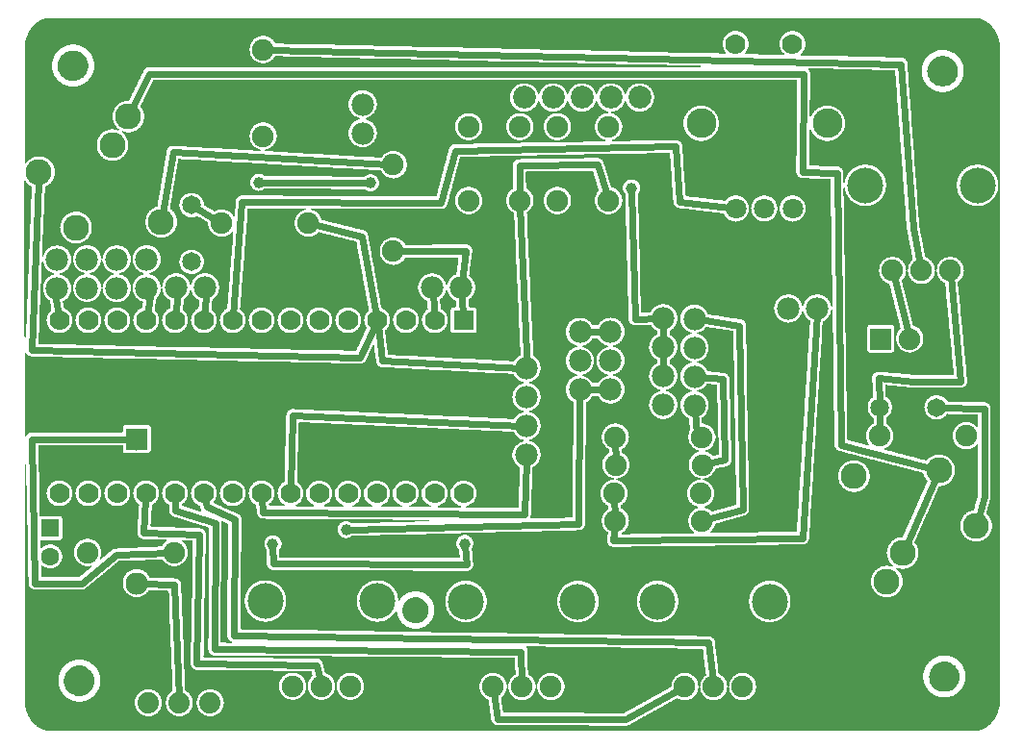
<source format=gbl>
G04 MADE WITH FRITZING*
G04 WWW.FRITZING.ORG*
G04 DOUBLE SIDED*
G04 HOLES PLATED*
G04 CONTOUR ON CENTER OF CONTOUR VECTOR*
%ASAXBY*%
%FSLAX23Y23*%
%MOIN*%
%OFA0B0*%
%SFA1.0B1.0*%
%ADD10C,0.075000*%
%ADD11C,0.070866*%
%ADD12C,0.070000*%
%ADD13C,0.102677*%
%ADD14C,0.077222*%
%ADD15C,0.074000*%
%ADD16C,0.039370*%
%ADD17C,0.079370*%
%ADD18C,0.078000*%
%ADD19C,0.065000*%
%ADD20C,0.074667*%
%ADD21C,0.074695*%
%ADD22C,0.124033*%
%ADD23C,0.090020*%
%ADD24C,0.062992*%
%ADD25R,0.075000X0.075000*%
%ADD26R,0.077222X0.077222*%
%ADD27R,0.062992X0.062992*%
%ADD28R,0.070000X0.069972*%
%ADD29C,0.024000*%
%ADD30C,0.000100*%
%ADD31R,0.001000X0.001000*%
%LNCOPPER0*%
G90*
G70*
G54D10*
X96Y479D03*
X1045Y1057D03*
X234Y213D03*
X3231Y228D03*
X2459Y1330D03*
X3225Y2327D03*
X213Y2346D03*
X3015Y1394D03*
X3115Y1394D03*
G54D11*
X2513Y1846D03*
X2611Y1846D03*
X2710Y1846D03*
G54D12*
X2512Y2417D03*
X2709Y2417D03*
G54D13*
X2393Y2141D03*
X2830Y2141D03*
G54D14*
X437Y547D03*
X437Y1047D03*
X437Y547D03*
X437Y1047D03*
G54D15*
X478Y133D03*
X585Y133D03*
X692Y133D03*
G54D16*
X1247Y1935D03*
X861Y1937D03*
G54D17*
X2180Y2231D03*
X2080Y2231D03*
X1980Y2231D03*
X1880Y2231D03*
X1780Y2231D03*
G54D16*
X2152Y1917D03*
G54D18*
X1461Y1572D03*
X1561Y1572D03*
X1220Y2207D03*
X1220Y2107D03*
X574Y1572D03*
X674Y1572D03*
G54D19*
X3208Y1157D03*
X3012Y1157D03*
X628Y1661D03*
X628Y1858D03*
G54D20*
X3056Y1631D03*
X3156Y1631D03*
G54D21*
X3256Y1631D03*
G54D22*
X2962Y1926D03*
X3350Y1926D03*
G54D10*
X3311Y1058D03*
X3011Y1058D03*
X732Y1795D03*
X1032Y1795D03*
X876Y2397D03*
X876Y2097D03*
G54D23*
X3036Y553D03*
X3091Y652D03*
X2922Y918D03*
X3217Y938D03*
X3345Y746D03*
X408Y2165D03*
X353Y2066D03*
X522Y1800D03*
X227Y1780D03*
X99Y1972D03*
G54D10*
X1326Y1698D03*
X1326Y1998D03*
G54D16*
X1163Y733D03*
X909Y684D03*
X1574Y684D03*
G54D18*
X1788Y992D03*
X1788Y1092D03*
X1788Y1192D03*
X1788Y1292D03*
G54D24*
X138Y738D03*
X138Y640D03*
G54D10*
X1765Y2130D03*
X1765Y1874D03*
X1588Y2130D03*
X1588Y1874D03*
X2072Y2130D03*
X2072Y1874D03*
X1895Y2130D03*
X1895Y1874D03*
X267Y654D03*
X567Y654D03*
X2396Y1053D03*
X2096Y1053D03*
X2397Y957D03*
X2097Y957D03*
X2391Y858D03*
X2091Y858D03*
X2396Y763D03*
X2096Y763D03*
G54D12*
X1570Y1458D03*
X1470Y1458D03*
X1370Y1458D03*
X1270Y1458D03*
X1170Y1458D03*
X1070Y1458D03*
X970Y1458D03*
X870Y1458D03*
X770Y1458D03*
X670Y1458D03*
X570Y1458D03*
X470Y1458D03*
X370Y1458D03*
X270Y1458D03*
X170Y1458D03*
X1570Y858D03*
X1470Y858D03*
X1370Y858D03*
X1270Y858D03*
X1170Y858D03*
X1070Y858D03*
X970Y858D03*
X870Y858D03*
X770Y858D03*
X670Y858D03*
X570Y858D03*
X470Y858D03*
X370Y858D03*
X270Y858D03*
X170Y858D03*
G54D20*
X2336Y188D03*
X2436Y188D03*
G54D21*
X2536Y188D03*
G54D22*
X2242Y484D03*
X2630Y484D03*
G54D20*
X1672Y188D03*
X1772Y188D03*
G54D21*
X1872Y188D03*
G54D22*
X1578Y484D03*
X1966Y484D03*
G54D20*
X978Y190D03*
X1078Y190D03*
G54D21*
X1178Y190D03*
G54D22*
X884Y485D03*
X1272Y485D03*
G54D18*
X1973Y1418D03*
X1973Y1318D03*
X1973Y1218D03*
X2079Y1419D03*
X2079Y1319D03*
X2079Y1219D03*
X2370Y1464D03*
X2370Y1364D03*
X2370Y1264D03*
X2370Y1164D03*
X2262Y1465D03*
X2262Y1365D03*
X2262Y1265D03*
X2262Y1165D03*
X2795Y1499D03*
X2695Y1499D03*
X162Y1669D03*
X162Y1569D03*
X266Y1670D03*
X266Y1570D03*
X472Y1570D03*
X472Y1670D03*
X368Y1570D03*
X368Y1670D03*
G54D25*
X3015Y1394D03*
G54D26*
X437Y1047D03*
X437Y1047D03*
G54D27*
X138Y738D03*
G54D28*
X1570Y1458D03*
G54D29*
X1217Y1750D02*
X1267Y1476D01*
D02*
X1049Y1791D02*
X1217Y1750D01*
D02*
X3111Y1411D02*
X3061Y1611D01*
D02*
X2877Y1027D02*
X3188Y945D01*
D02*
X2863Y1970D02*
X2877Y1027D01*
D02*
X2744Y1973D02*
X2863Y1970D01*
D02*
X2748Y2314D02*
X2744Y1973D01*
D02*
X481Y2314D02*
X2748Y2314D01*
D02*
X422Y2192D02*
X481Y2314D01*
D02*
X1212Y1330D02*
X74Y1355D01*
D02*
X1263Y1442D02*
X1212Y1330D01*
D02*
X74Y1355D02*
X98Y1942D01*
D02*
X485Y1544D02*
X480Y1553D01*
D02*
X473Y1476D02*
X485Y1544D01*
D02*
X1763Y1995D02*
X2033Y1999D01*
D02*
X2033Y1999D02*
X2067Y1891D01*
D02*
X1764Y1891D02*
X1763Y1995D01*
D02*
X1789Y1347D02*
X1766Y1856D01*
D02*
X1788Y1311D02*
X1789Y1347D01*
D02*
X2318Y1870D02*
X2491Y1848D01*
D02*
X2305Y2061D02*
X2318Y1870D01*
D02*
X802Y1869D02*
X1492Y1866D01*
D02*
X1492Y1866D02*
X1541Y2047D01*
D02*
X1541Y2047D02*
X2305Y2061D01*
D02*
X772Y1476D02*
X802Y1869D01*
D02*
X868Y1937D02*
X1239Y1935D01*
D02*
X569Y541D02*
X584Y153D01*
D02*
X454Y546D02*
X569Y541D01*
D02*
X74Y1047D02*
X421Y1047D01*
D02*
X247Y547D02*
X85Y547D01*
D02*
X367Y645D02*
X247Y547D01*
D02*
X85Y547D02*
X74Y1047D01*
D02*
X550Y653D02*
X367Y645D01*
D02*
X2163Y1464D02*
X2152Y1909D01*
D02*
X2243Y1465D02*
X2163Y1464D01*
D02*
X581Y1548D02*
X579Y1554D01*
D02*
X572Y1476D02*
X581Y1548D01*
D02*
X681Y1570D02*
X681Y1570D01*
D02*
X672Y1476D02*
X681Y1570D01*
D02*
X1463Y1581D02*
X1469Y1476D01*
D02*
X1463Y1581D02*
X1463Y1581D01*
D02*
X1561Y1593D02*
X1569Y1476D01*
D02*
X1561Y1591D02*
X1561Y1593D01*
D02*
X1578Y1699D02*
X1563Y1591D01*
D02*
X1344Y1698D02*
X1578Y1699D01*
D02*
X158Y1532D02*
X160Y1550D01*
D02*
X167Y1476D02*
X158Y1532D01*
D02*
X3127Y1780D02*
X3085Y2347D01*
D02*
X3152Y1651D02*
X3127Y1780D01*
D02*
X3085Y2347D02*
X893Y2397D01*
D02*
X1309Y1999D02*
X563Y2041D01*
D02*
X563Y2041D02*
X527Y1829D01*
D02*
X469Y840D02*
X462Y722D01*
D02*
X462Y722D02*
X655Y716D01*
D02*
X655Y716D02*
X646Y269D01*
D02*
X646Y269D02*
X1061Y264D01*
D02*
X1061Y264D02*
X1073Y210D01*
D02*
X872Y841D02*
X876Y793D01*
D02*
X1781Y786D02*
X1787Y973D01*
D02*
X876Y793D02*
X1781Y786D01*
D02*
X639Y1851D02*
X717Y1804D01*
D02*
X2060Y1219D02*
X1992Y1219D01*
D02*
X2060Y1419D02*
X1992Y1419D01*
D02*
X3205Y910D02*
X3103Y679D01*
D02*
X2262Y1346D02*
X2262Y1284D01*
D02*
X2262Y1446D02*
X2262Y1384D01*
D02*
X2092Y841D02*
X2095Y780D01*
D02*
X2097Y975D02*
X2096Y1036D01*
D02*
X572Y799D02*
X571Y840D01*
D02*
X710Y756D02*
X572Y799D01*
D02*
X707Y319D02*
X710Y756D01*
D02*
X1769Y310D02*
X707Y319D01*
D02*
X1772Y209D02*
X1769Y310D01*
D02*
X978Y1129D02*
X1769Y1093D01*
D02*
X971Y876D02*
X978Y1129D01*
D02*
X1968Y753D02*
X1972Y1199D01*
D02*
X1171Y733D02*
X1968Y753D01*
D02*
X2418Y341D02*
X2434Y209D01*
D02*
X774Y366D02*
X2418Y341D01*
D02*
X778Y768D02*
X774Y366D01*
D02*
X680Y811D02*
X778Y768D01*
D02*
X674Y841D02*
X680Y811D01*
D02*
X2132Y75D02*
X1687Y77D01*
D02*
X1687Y77D02*
X1675Y168D01*
D02*
X2318Y178D02*
X2132Y75D01*
D02*
X2745Y704D02*
X2793Y1480D01*
D02*
X2089Y695D02*
X2745Y704D01*
D02*
X2094Y746D02*
X2089Y695D01*
D02*
X3374Y849D02*
X3353Y775D01*
D02*
X3374Y1152D02*
X3374Y849D01*
D02*
X3222Y1156D02*
X3374Y1152D01*
D02*
X3007Y1258D02*
X3011Y1170D01*
D02*
X3129Y1247D02*
X3007Y1258D01*
D02*
X3292Y1247D02*
X3129Y1247D01*
D02*
X3258Y1611D02*
X3292Y1247D01*
D02*
X3012Y1143D02*
X3011Y1075D01*
D02*
X1289Y1318D02*
X1769Y1293D01*
D02*
X1273Y1441D02*
X1289Y1318D01*
D02*
X1582Y612D02*
X910Y615D01*
D02*
X910Y615D02*
X909Y676D01*
D02*
X1575Y677D02*
X1582Y611D01*
D02*
X2378Y1062D02*
X2371Y1145D01*
D02*
X2380Y1061D02*
X2378Y1062D01*
D02*
X2476Y975D02*
X2469Y1255D01*
D02*
X2469Y1255D02*
X2389Y1262D01*
D02*
X2414Y961D02*
X2476Y975D01*
D02*
X2537Y803D02*
X2526Y1440D01*
D02*
X2526Y1440D02*
X2388Y1461D01*
D02*
X2412Y768D02*
X2537Y803D01*
G54D30*
G36*
X1742Y1072D02*
X1743Y1072D01*
X1743Y1072D01*
X1747Y1065D01*
X1748Y1064D01*
X1753Y1058D01*
X1754Y1057D01*
X1760Y1052D01*
X1761Y1051D01*
X1768Y1047D01*
X1769Y1047D01*
X1777Y1045D01*
X1778Y1044D01*
X1778Y1043D01*
X1778Y1042D01*
X1778Y1042D01*
X1778Y1041D01*
X1778Y1041D01*
X1777Y1040D01*
X1777Y1040D01*
X1769Y1037D01*
X1760Y1033D01*
X1753Y1027D01*
X1752Y1026D01*
X1747Y1020D01*
X1743Y1011D01*
X1740Y1003D01*
X1740Y1002D01*
X1739Y998D01*
X1739Y993D01*
X1739Y992D01*
X1739Y987D01*
X1740Y982D01*
X1743Y973D01*
X1747Y966D01*
X1748Y964D01*
X1753Y958D01*
X1754Y957D01*
X1760Y952D01*
X1761Y951D01*
X1763Y950D01*
X1764Y950D01*
X1764Y949D01*
X1764Y948D01*
X1760Y811D01*
X1760Y810D01*
X1759Y809D01*
X1759Y809D01*
X1758Y809D01*
X1757Y809D01*
X1580Y810D01*
X1579Y810D01*
X1579Y811D01*
X1578Y811D01*
X1578Y812D01*
X1578Y812D01*
X1578Y813D01*
X1578Y814D01*
X1579Y814D01*
X1580Y815D01*
X1588Y817D01*
X1589Y818D01*
X1595Y821D01*
X1602Y827D01*
X1603Y827D01*
X1607Y833D01*
X1611Y841D01*
X1614Y849D01*
X1614Y851D01*
X1615Y858D01*
X1614Y867D01*
X1614Y868D01*
X1612Y876D01*
X1607Y884D01*
X1607Y885D01*
X1602Y890D01*
X1601Y891D01*
X1596Y896D01*
X1588Y900D01*
X1587Y900D01*
X1579Y902D01*
X1578Y903D01*
X1571Y903D01*
X1561Y903D01*
X1560Y902D01*
X1554Y900D01*
X1552Y899D01*
X1545Y896D01*
X1538Y890D01*
X1537Y889D01*
X1533Y884D01*
X1529Y876D01*
X1529Y875D01*
X1526Y868D01*
X1526Y866D01*
X1525Y859D01*
X1526Y850D01*
X1526Y849D01*
X1529Y842D01*
X1529Y840D01*
X1533Y833D01*
X1538Y827D01*
X1539Y826D01*
X1545Y821D01*
X1553Y817D01*
X1560Y815D01*
X1561Y814D01*
X1562Y813D01*
X1562Y812D01*
X1562Y812D01*
X1561Y811D01*
X1561Y811D01*
X1560Y810D01*
X1559Y810D01*
X1482Y810D01*
X1482Y811D01*
X1481Y811D01*
X1480Y812D01*
X1480Y812D01*
X1480Y813D01*
X1480Y814D01*
X1481Y814D01*
X1481Y815D01*
X1482Y815D01*
X1488Y817D01*
X1489Y818D01*
X1495Y821D01*
X1502Y827D01*
X1503Y827D01*
X1507Y833D01*
X1511Y841D01*
X1514Y849D01*
X1514Y851D01*
X1515Y858D01*
X1514Y867D01*
X1514Y868D01*
X1512Y876D01*
X1507Y884D01*
X1507Y885D01*
X1502Y890D01*
X1501Y891D01*
X1496Y896D01*
X1488Y900D01*
X1487Y900D01*
X1479Y902D01*
X1478Y903D01*
X1471Y903D01*
X1461Y903D01*
X1460Y902D01*
X1454Y900D01*
X1452Y899D01*
X1445Y896D01*
X1438Y890D01*
X1437Y889D01*
X1433Y884D01*
X1429Y876D01*
X1429Y875D01*
X1426Y868D01*
X1426Y866D01*
X1425Y859D01*
X1426Y850D01*
X1426Y849D01*
X1429Y842D01*
X1429Y840D01*
X1433Y833D01*
X1438Y827D01*
X1439Y826D01*
X1445Y821D01*
X1453Y817D01*
X1458Y815D01*
X1459Y815D01*
X1459Y814D01*
X1460Y813D01*
X1459Y812D01*
X1459Y812D01*
X1458Y811D01*
X1458Y811D01*
X1457Y811D01*
X1384Y811D01*
X1384Y811D01*
X1383Y812D01*
X1383Y813D01*
X1382Y813D01*
X1382Y814D01*
X1382Y815D01*
X1383Y815D01*
X1383Y816D01*
X1384Y816D01*
X1388Y817D01*
X1389Y818D01*
X1395Y821D01*
X1402Y827D01*
X1403Y827D01*
X1407Y833D01*
X1411Y841D01*
X1414Y849D01*
X1414Y851D01*
X1415Y858D01*
X1414Y867D01*
X1414Y868D01*
X1412Y876D01*
X1407Y884D01*
X1407Y885D01*
X1402Y890D01*
X1401Y891D01*
X1396Y896D01*
X1388Y900D01*
X1387Y900D01*
X1379Y902D01*
X1378Y903D01*
X1371Y903D01*
X1361Y903D01*
X1360Y902D01*
X1354Y900D01*
X1352Y899D01*
X1345Y896D01*
X1338Y890D01*
X1337Y889D01*
X1333Y884D01*
X1329Y876D01*
X1329Y875D01*
X1326Y868D01*
X1326Y866D01*
X1325Y859D01*
X1326Y850D01*
X1326Y849D01*
X1329Y842D01*
X1329Y840D01*
X1333Y833D01*
X1338Y827D01*
X1339Y826D01*
X1345Y821D01*
X1353Y817D01*
X1356Y816D01*
X1357Y816D01*
X1357Y815D01*
X1357Y814D01*
X1357Y813D01*
X1357Y812D01*
X1356Y811D01*
X1355Y811D01*
X1286Y812D01*
X1286Y812D01*
X1285Y813D01*
X1285Y813D01*
X1284Y814D01*
X1284Y814D01*
X1285Y815D01*
X1285Y816D01*
X1285Y816D01*
X1286Y817D01*
X1288Y817D01*
X1289Y818D01*
X1295Y821D01*
X1302Y827D01*
X1303Y827D01*
X1307Y833D01*
X1311Y841D01*
X1314Y849D01*
X1314Y851D01*
X1315Y858D01*
X1314Y867D01*
X1314Y868D01*
X1312Y876D01*
X1307Y884D01*
X1307Y885D01*
X1302Y890D01*
X1301Y891D01*
X1296Y896D01*
X1288Y900D01*
X1287Y900D01*
X1279Y902D01*
X1278Y903D01*
X1271Y903D01*
X1261Y903D01*
X1260Y902D01*
X1254Y900D01*
X1252Y899D01*
X1245Y896D01*
X1238Y890D01*
X1237Y889D01*
X1233Y884D01*
X1229Y876D01*
X1229Y875D01*
X1226Y868D01*
X1226Y866D01*
X1225Y859D01*
X1226Y850D01*
X1226Y849D01*
X1229Y842D01*
X1229Y840D01*
X1233Y833D01*
X1238Y827D01*
X1239Y826D01*
X1245Y821D01*
X1253Y817D01*
X1254Y816D01*
X1255Y816D01*
X1255Y815D01*
X1255Y815D01*
X1255Y814D01*
X1255Y813D01*
X1254Y812D01*
X1253Y812D01*
X1253Y812D01*
X1188Y812D01*
X1188Y813D01*
X1187Y813D01*
X1186Y814D01*
X1186Y814D01*
X1186Y815D01*
X1186Y816D01*
X1187Y816D01*
X1187Y817D01*
X1188Y817D01*
X1195Y821D01*
X1202Y827D01*
X1203Y827D01*
X1207Y833D01*
X1211Y841D01*
X1214Y849D01*
X1214Y851D01*
X1215Y858D01*
X1214Y867D01*
X1214Y868D01*
X1212Y876D01*
X1207Y884D01*
X1207Y885D01*
X1202Y890D01*
X1201Y891D01*
X1196Y896D01*
X1188Y900D01*
X1187Y900D01*
X1179Y902D01*
X1178Y903D01*
X1171Y903D01*
X1161Y903D01*
X1160Y902D01*
X1154Y900D01*
X1152Y899D01*
X1145Y896D01*
X1138Y890D01*
X1137Y889D01*
X1133Y884D01*
X1129Y876D01*
X1129Y875D01*
X1126Y868D01*
X1126Y866D01*
X1125Y859D01*
X1126Y850D01*
X1126Y849D01*
X1129Y842D01*
X1129Y840D01*
X1133Y833D01*
X1138Y827D01*
X1139Y826D01*
X1145Y821D01*
X1153Y817D01*
X1153Y817D01*
X1153Y816D01*
X1154Y815D01*
X1154Y815D01*
X1153Y814D01*
X1152Y813D01*
X1152Y813D01*
X1151Y813D01*
X1090Y813D01*
X1089Y813D01*
X1088Y814D01*
X1088Y815D01*
X1088Y815D01*
X1088Y816D01*
X1088Y817D01*
X1088Y817D01*
X1089Y818D01*
X1089Y818D01*
X1095Y821D01*
X1102Y827D01*
X1103Y827D01*
X1107Y833D01*
X1111Y841D01*
X1114Y849D01*
X1114Y851D01*
X1115Y858D01*
X1114Y867D01*
X1114Y868D01*
X1112Y876D01*
X1107Y884D01*
X1107Y885D01*
X1102Y890D01*
X1101Y891D01*
X1096Y896D01*
X1088Y900D01*
X1087Y900D01*
X1079Y902D01*
X1078Y903D01*
X1071Y903D01*
X1061Y903D01*
X1060Y902D01*
X1054Y900D01*
X1052Y899D01*
X1045Y896D01*
X1038Y890D01*
X1037Y889D01*
X1033Y884D01*
X1029Y876D01*
X1029Y875D01*
X1026Y868D01*
X1026Y866D01*
X1025Y859D01*
X1026Y850D01*
X1026Y849D01*
X1029Y842D01*
X1029Y840D01*
X1033Y833D01*
X1038Y827D01*
X1039Y826D01*
X1045Y821D01*
X1051Y818D01*
X1052Y817D01*
X1052Y817D01*
X1052Y816D01*
X1052Y815D01*
X1052Y815D01*
X1051Y814D01*
X1051Y814D01*
X1050Y813D01*
X991Y814D01*
X990Y814D01*
X990Y815D01*
X989Y815D01*
X989Y816D01*
X989Y816D01*
X989Y817D01*
X989Y818D01*
X990Y818D01*
X995Y821D01*
X1002Y827D01*
X1003Y827D01*
X1007Y833D01*
X1011Y841D01*
X1014Y849D01*
X1014Y851D01*
X1015Y858D01*
X1014Y867D01*
X1014Y868D01*
X1012Y876D01*
X1007Y884D01*
X1007Y885D01*
X1002Y890D01*
X1001Y891D01*
X996Y896D01*
X994Y896D01*
X994Y897D01*
X993Y898D01*
X993Y898D01*
X999Y1104D01*
X999Y1104D01*
X1000Y1105D01*
X1000Y1106D01*
X1001Y1106D01*
X1742Y1072D01*
D02*
G37*
D02*
G36*
X2035Y1396D02*
X2036Y1396D01*
X2036Y1395D01*
X2038Y1391D01*
X2039Y1391D01*
X2044Y1384D01*
X2045Y1383D01*
X2051Y1378D01*
X2060Y1374D01*
X2068Y1371D01*
X2069Y1370D01*
X2070Y1370D01*
X2070Y1369D01*
X2070Y1369D01*
X2070Y1368D01*
X2069Y1367D01*
X2069Y1367D01*
X2068Y1366D01*
X2060Y1364D01*
X2052Y1359D01*
X2044Y1353D01*
X2044Y1353D01*
X2038Y1346D01*
X2034Y1338D01*
X2031Y1329D01*
X2031Y1328D01*
X2030Y1324D01*
X2030Y1319D01*
X2030Y1318D01*
X2030Y1313D01*
X2031Y1308D01*
X2034Y1300D01*
X2038Y1292D01*
X2039Y1291D01*
X2044Y1284D01*
X2045Y1283D01*
X2051Y1278D01*
X2060Y1274D01*
X2068Y1271D01*
X2069Y1270D01*
X2070Y1270D01*
X2070Y1269D01*
X2070Y1269D01*
X2070Y1268D01*
X2069Y1267D01*
X2069Y1267D01*
X2068Y1266D01*
X2060Y1264D01*
X2052Y1259D01*
X2044Y1253D01*
X2044Y1253D01*
X2038Y1246D01*
X2036Y1242D01*
X2035Y1241D01*
X2035Y1241D01*
X2034Y1241D01*
X2017Y1241D01*
X2016Y1241D01*
X2016Y1241D01*
X2015Y1242D01*
X2013Y1246D01*
X2013Y1247D01*
X2007Y1253D01*
X2006Y1254D01*
X2000Y1259D01*
X1992Y1264D01*
X1983Y1266D01*
X1982Y1267D01*
X1982Y1267D01*
X1982Y1268D01*
X1982Y1269D01*
X1982Y1269D01*
X1983Y1270D01*
X1983Y1271D01*
X1983Y1271D01*
X1992Y1274D01*
X2000Y1278D01*
X2007Y1284D01*
X2013Y1291D01*
X2018Y1300D01*
X2018Y1300D01*
X2020Y1308D01*
X2021Y1313D01*
X2021Y1314D01*
X2022Y1318D01*
X2022Y1319D01*
X2021Y1323D01*
X2021Y1324D01*
X2021Y1328D01*
X2020Y1329D01*
X2018Y1337D01*
X2013Y1346D01*
X2013Y1347D01*
X2007Y1353D01*
X2006Y1354D01*
X2000Y1359D01*
X1992Y1364D01*
X1983Y1366D01*
X1982Y1367D01*
X1982Y1367D01*
X1982Y1368D01*
X1982Y1369D01*
X1982Y1369D01*
X1983Y1370D01*
X1983Y1371D01*
X1983Y1371D01*
X1992Y1374D01*
X2000Y1378D01*
X2007Y1384D01*
X2013Y1391D01*
X2016Y1396D01*
X2016Y1396D01*
X2017Y1397D01*
X2018Y1397D01*
X2034Y1397D01*
X2035Y1396D01*
D02*
G37*
D02*
G36*
X2035Y1396D02*
X2036Y1396D01*
X2036Y1395D01*
X2038Y1391D01*
X2039Y1391D01*
X2044Y1384D01*
X2045Y1383D01*
X2051Y1378D01*
X2060Y1374D01*
X2068Y1371D01*
X2069Y1370D01*
X2070Y1370D01*
X2070Y1369D01*
X2070Y1369D01*
X2070Y1368D01*
X2069Y1367D01*
X2069Y1367D01*
X2068Y1366D01*
X2060Y1364D01*
X2052Y1359D01*
X2044Y1353D01*
X2044Y1353D01*
X2038Y1346D01*
X2034Y1338D01*
X2031Y1329D01*
X2031Y1328D01*
X2030Y1324D01*
X2030Y1319D01*
X2030Y1318D01*
X2030Y1313D01*
X2031Y1308D01*
X2034Y1300D01*
X2038Y1292D01*
X2039Y1291D01*
X2044Y1284D01*
X2045Y1283D01*
X2051Y1278D01*
X2060Y1274D01*
X2068Y1271D01*
X2069Y1270D01*
X2070Y1270D01*
X2070Y1269D01*
X2070Y1269D01*
X2070Y1268D01*
X2069Y1267D01*
X2069Y1267D01*
X2068Y1266D01*
X2060Y1264D01*
X2052Y1259D01*
X2044Y1253D01*
X2044Y1253D01*
X2038Y1246D01*
X2036Y1242D01*
X2035Y1241D01*
X2035Y1241D01*
X2034Y1241D01*
X2017Y1241D01*
X2016Y1241D01*
X2016Y1241D01*
X2015Y1242D01*
X2013Y1246D01*
X2013Y1247D01*
X2007Y1253D01*
X2006Y1254D01*
X2000Y1259D01*
X1992Y1264D01*
X1983Y1266D01*
X1982Y1267D01*
X1982Y1267D01*
X1982Y1268D01*
X1982Y1269D01*
X1982Y1269D01*
X1983Y1270D01*
X1983Y1271D01*
X1983Y1271D01*
X1992Y1274D01*
X2000Y1278D01*
X2007Y1284D01*
X2013Y1291D01*
X2018Y1300D01*
X2018Y1300D01*
X2020Y1308D01*
X2021Y1313D01*
X2021Y1314D01*
X2022Y1318D01*
X2022Y1319D01*
X2021Y1323D01*
X2021Y1324D01*
X2021Y1328D01*
X2020Y1329D01*
X2018Y1337D01*
X2013Y1346D01*
X2013Y1347D01*
X2007Y1353D01*
X2006Y1354D01*
X2000Y1359D01*
X1992Y1364D01*
X1983Y1366D01*
X1982Y1367D01*
X1982Y1367D01*
X1982Y1368D01*
X1982Y1369D01*
X1982Y1369D01*
X1983Y1370D01*
X1983Y1371D01*
X1983Y1371D01*
X1992Y1374D01*
X2000Y1378D01*
X2007Y1384D01*
X2013Y1391D01*
X2016Y1396D01*
X2016Y1396D01*
X2017Y1397D01*
X2018Y1397D01*
X2034Y1397D01*
X2035Y1396D01*
D02*
G37*
D02*
G36*
X53Y1943D02*
X53Y1942D01*
X55Y1940D01*
X60Y1933D01*
X61Y1932D01*
X69Y1926D01*
X74Y1923D01*
X75Y1923D01*
X75Y1922D01*
X75Y1921D01*
X54Y1402D01*
X54Y1402D01*
X53Y1401D01*
X53Y1400D01*
X52Y1400D01*
X51Y1400D01*
X50Y1400D01*
X50Y1401D01*
X49Y1401D01*
X49Y1402D01*
X49Y1941D01*
X49Y1942D01*
X50Y1943D01*
X51Y1943D01*
X51Y1943D01*
X52Y1943D01*
X53Y1943D01*
D02*
G37*
D02*
G36*
X53Y1943D02*
X53Y1942D01*
X55Y1940D01*
X60Y1933D01*
X61Y1932D01*
X69Y1926D01*
X74Y1923D01*
X75Y1923D01*
X75Y1922D01*
X75Y1921D01*
X54Y1402D01*
X54Y1402D01*
X53Y1401D01*
X53Y1400D01*
X52Y1400D01*
X51Y1400D01*
X50Y1400D01*
X50Y1401D01*
X49Y1401D01*
X49Y1402D01*
X49Y1941D01*
X49Y1942D01*
X50Y1943D01*
X51Y1943D01*
X51Y1943D01*
X52Y1943D01*
X53Y1943D01*
D02*
G37*
D02*
G36*
X244Y262D02*
X249Y261D01*
X254Y260D01*
X259Y258D01*
X264Y256D01*
X268Y253D01*
X272Y250D01*
X276Y247D01*
X280Y243D01*
X282Y239D01*
X285Y235D01*
X287Y230D01*
X289Y225D01*
X290Y220D01*
X291Y215D01*
X291Y209D01*
X291Y204D01*
X290Y199D01*
X289Y194D01*
X287Y189D01*
X285Y184D01*
X282Y179D01*
X280Y176D01*
X276Y172D01*
X272Y168D01*
X268Y166D01*
X264Y163D01*
X259Y160D01*
X254Y159D01*
X249Y157D01*
X244Y157D01*
X238Y156D01*
X233Y157D01*
X228Y157D01*
X223Y159D01*
X218Y161D01*
X213Y163D01*
X209Y165D01*
X205Y168D01*
X201Y172D01*
X197Y176D01*
X195Y180D01*
X192Y184D01*
X190Y189D01*
X188Y194D01*
X187Y199D01*
X186Y204D01*
X186Y209D01*
X186Y215D01*
X187Y220D01*
X188Y226D01*
X190Y229D01*
X192Y235D01*
X195Y239D01*
X198Y243D01*
X201Y247D01*
X205Y250D01*
X209Y253D01*
X213Y256D01*
X218Y258D01*
X223Y260D01*
X228Y261D01*
X233Y262D01*
X238Y262D01*
X244Y262D01*
D02*
G37*
D02*
G36*
X735Y763D02*
X754Y754D01*
X755Y754D01*
X755Y753D01*
X756Y752D01*
X752Y364D01*
X752Y362D01*
X753Y358D01*
X755Y355D01*
X757Y352D01*
X760Y349D01*
X761Y348D01*
X763Y347D01*
X766Y345D01*
X767Y345D01*
X768Y345D01*
X768Y344D01*
X768Y343D01*
X768Y342D01*
X768Y341D01*
X767Y341D01*
X767Y340D01*
X766Y340D01*
X731Y341D01*
X731Y341D01*
X730Y341D01*
X730Y342D01*
X729Y342D01*
X729Y343D01*
X732Y758D01*
X732Y760D01*
X732Y761D01*
X732Y762D01*
X733Y762D01*
X734Y763D01*
X734Y763D01*
X735Y763D01*
D02*
G37*
D02*
G36*
X735Y763D02*
X754Y754D01*
X755Y754D01*
X755Y753D01*
X756Y752D01*
X752Y364D01*
X752Y362D01*
X753Y358D01*
X755Y355D01*
X757Y352D01*
X760Y349D01*
X761Y348D01*
X763Y347D01*
X766Y345D01*
X767Y345D01*
X768Y345D01*
X768Y344D01*
X768Y343D01*
X768Y342D01*
X768Y341D01*
X767Y341D01*
X767Y340D01*
X766Y340D01*
X731Y341D01*
X731Y341D01*
X730Y341D01*
X730Y342D01*
X729Y342D01*
X729Y343D01*
X732Y758D01*
X732Y760D01*
X732Y761D01*
X732Y762D01*
X733Y762D01*
X734Y763D01*
X734Y763D01*
X735Y763D01*
D02*
G37*
D02*
G36*
X3241Y276D02*
X3246Y275D01*
X3251Y274D01*
X3256Y272D01*
X3261Y270D01*
X3265Y267D01*
X3269Y264D01*
X3273Y261D01*
X3276Y257D01*
X3279Y253D01*
X3282Y249D01*
X3284Y243D01*
X3286Y239D01*
X3287Y234D01*
X3288Y229D01*
X3288Y224D01*
X3288Y218D01*
X3287Y213D01*
X3286Y207D01*
X3284Y203D01*
X3282Y198D01*
X3279Y194D01*
X3276Y190D01*
X3273Y186D01*
X3269Y183D01*
X3265Y179D01*
X3260Y177D01*
X3256Y175D01*
X3251Y173D01*
X3246Y172D01*
X3241Y171D01*
X3235Y171D01*
X3229Y171D01*
X3224Y172D01*
X3219Y173D01*
X3214Y175D01*
X3210Y177D01*
X3205Y180D01*
X3202Y183D01*
X3198Y186D01*
X3194Y190D01*
X3191Y194D01*
X3188Y199D01*
X3186Y203D01*
X3185Y208D01*
X3183Y213D01*
X3183Y218D01*
X3182Y224D01*
X3183Y229D01*
X3183Y234D01*
X3185Y239D01*
X3187Y244D01*
X3189Y249D01*
X3192Y253D01*
X3194Y257D01*
X3198Y261D01*
X3202Y265D01*
X3206Y267D01*
X3210Y270D01*
X3215Y272D01*
X3220Y274D01*
X3225Y275D01*
X3230Y276D01*
X3235Y276D01*
X3241Y276D01*
D02*
G37*
D02*
G36*
X1408Y499D02*
X1413Y498D01*
X1417Y497D01*
X1421Y496D01*
X1425Y493D01*
X1429Y491D01*
X1436Y486D01*
X1441Y479D01*
X1443Y476D01*
X1445Y471D01*
X1447Y467D01*
X1448Y463D01*
X1448Y459D01*
X1449Y454D01*
X1448Y449D01*
X1448Y445D01*
X1447Y441D01*
X1445Y436D01*
X1443Y432D01*
X1441Y429D01*
X1435Y422D01*
X1428Y416D01*
X1425Y414D01*
X1421Y412D01*
X1417Y411D01*
X1413Y410D01*
X1408Y409D01*
X1403Y409D01*
X1399Y409D01*
X1394Y410D01*
X1390Y411D01*
X1386Y412D01*
X1382Y415D01*
X1378Y417D01*
X1371Y422D01*
X1366Y429D01*
X1364Y433D01*
X1362Y437D01*
X1360Y441D01*
X1359Y445D01*
X1359Y450D01*
X1358Y454D01*
X1359Y459D01*
X1359Y463D01*
X1360Y467D01*
X1362Y472D01*
X1364Y476D01*
X1366Y479D01*
X1372Y486D01*
X1379Y492D01*
X1382Y494D01*
X1386Y496D01*
X1390Y497D01*
X1394Y498D01*
X1399Y499D01*
X1403Y499D01*
X1408Y499D01*
D02*
G37*
D02*
G36*
X1408Y499D02*
X1413Y498D01*
X1417Y497D01*
X1421Y496D01*
X1425Y493D01*
X1429Y491D01*
X1436Y486D01*
X1441Y479D01*
X1443Y476D01*
X1445Y471D01*
X1447Y467D01*
X1448Y463D01*
X1448Y459D01*
X1449Y454D01*
X1448Y449D01*
X1448Y445D01*
X1447Y441D01*
X1445Y436D01*
X1443Y432D01*
X1441Y429D01*
X1435Y422D01*
X1428Y416D01*
X1425Y414D01*
X1421Y412D01*
X1417Y411D01*
X1413Y410D01*
X1408Y409D01*
X1403Y409D01*
X1399Y409D01*
X1394Y410D01*
X1390Y411D01*
X1386Y412D01*
X1382Y415D01*
X1378Y417D01*
X1371Y422D01*
X1366Y429D01*
X1364Y433D01*
X1362Y437D01*
X1360Y441D01*
X1359Y445D01*
X1359Y450D01*
X1358Y454D01*
X1359Y459D01*
X1359Y463D01*
X1360Y467D01*
X1362Y472D01*
X1364Y476D01*
X1366Y479D01*
X1372Y486D01*
X1379Y492D01*
X1382Y494D01*
X1386Y496D01*
X1390Y497D01*
X1394Y498D01*
X1399Y499D01*
X1403Y499D01*
X1408Y499D01*
D02*
G37*
D02*
G36*
X1276Y519D02*
X1279Y519D01*
X1285Y517D01*
X1291Y514D01*
X1296Y509D01*
X1300Y504D01*
X1303Y499D01*
X1305Y492D01*
X1306Y489D01*
X1306Y485D01*
X1306Y481D01*
X1305Y478D01*
X1304Y472D01*
X1300Y466D01*
X1296Y461D01*
X1291Y457D01*
X1285Y454D01*
X1279Y452D01*
X1276Y451D01*
X1272Y451D01*
X1268Y451D01*
X1265Y452D01*
X1258Y454D01*
X1253Y457D01*
X1248Y461D01*
X1243Y466D01*
X1240Y472D01*
X1238Y479D01*
X1238Y481D01*
X1238Y485D01*
X1238Y489D01*
X1238Y492D01*
X1240Y499D01*
X1243Y504D01*
X1248Y509D01*
X1253Y514D01*
X1258Y517D01*
X1265Y519D01*
X1268Y519D01*
X1272Y519D01*
X1276Y519D01*
D02*
G37*
D02*
G36*
X1276Y519D02*
X1279Y519D01*
X1285Y517D01*
X1291Y514D01*
X1296Y509D01*
X1300Y504D01*
X1303Y499D01*
X1305Y492D01*
X1306Y489D01*
X1306Y485D01*
X1306Y481D01*
X1305Y478D01*
X1304Y472D01*
X1300Y466D01*
X1296Y461D01*
X1291Y457D01*
X1285Y454D01*
X1279Y452D01*
X1276Y451D01*
X1272Y451D01*
X1268Y451D01*
X1265Y452D01*
X1258Y454D01*
X1253Y457D01*
X1248Y461D01*
X1243Y466D01*
X1240Y472D01*
X1238Y479D01*
X1238Y481D01*
X1238Y485D01*
X1238Y489D01*
X1238Y492D01*
X1240Y499D01*
X1243Y504D01*
X1248Y509D01*
X1253Y514D01*
X1258Y517D01*
X1265Y519D01*
X1268Y519D01*
X1272Y519D01*
X1276Y519D01*
D02*
G37*
D02*
G36*
X2634Y518D02*
X2637Y517D01*
X2644Y515D01*
X2650Y512D01*
X2654Y508D01*
X2659Y503D01*
X2662Y497D01*
X2662Y497D01*
X2664Y490D01*
X2664Y488D01*
X2664Y484D01*
X2664Y480D01*
X2664Y477D01*
X2662Y470D01*
X2659Y465D01*
X2654Y459D01*
X2650Y455D01*
X2644Y452D01*
X2637Y450D01*
X2634Y450D01*
X2630Y449D01*
X2626Y450D01*
X2623Y450D01*
X2617Y452D01*
X2617Y452D01*
X2611Y455D01*
X2606Y460D01*
X2602Y465D01*
X2599Y470D01*
X2597Y477D01*
X2596Y480D01*
X2596Y484D01*
X2596Y488D01*
X2597Y491D01*
X2599Y497D01*
X2602Y503D01*
X2606Y508D01*
X2611Y512D01*
X2617Y515D01*
X2617Y515D01*
X2624Y517D01*
X2626Y518D01*
X2630Y518D01*
X2634Y518D01*
D02*
G37*
D02*
G36*
X2634Y518D02*
X2637Y517D01*
X2644Y515D01*
X2650Y512D01*
X2654Y508D01*
X2659Y503D01*
X2662Y497D01*
X2662Y497D01*
X2664Y490D01*
X2664Y488D01*
X2664Y484D01*
X2664Y480D01*
X2664Y477D01*
X2662Y470D01*
X2659Y465D01*
X2654Y459D01*
X2650Y455D01*
X2644Y452D01*
X2637Y450D01*
X2634Y450D01*
X2630Y449D01*
X2626Y450D01*
X2623Y450D01*
X2617Y452D01*
X2617Y452D01*
X2611Y455D01*
X2606Y460D01*
X2602Y465D01*
X2599Y470D01*
X2597Y477D01*
X2596Y480D01*
X2596Y484D01*
X2596Y488D01*
X2597Y491D01*
X2599Y497D01*
X2602Y503D01*
X2606Y508D01*
X2611Y512D01*
X2617Y515D01*
X2617Y515D01*
X2624Y517D01*
X2626Y518D01*
X2630Y518D01*
X2634Y518D01*
D02*
G37*
D02*
G36*
X2246Y518D02*
X2249Y517D01*
X2255Y515D01*
X2261Y512D01*
X2266Y508D01*
X2271Y502D01*
X2273Y497D01*
X2274Y497D01*
X2276Y490D01*
X2276Y488D01*
X2276Y484D01*
X2276Y480D01*
X2275Y477D01*
X2274Y471D01*
X2273Y470D01*
X2271Y465D01*
X2266Y459D01*
X2261Y455D01*
X2255Y452D01*
X2249Y450D01*
X2246Y450D01*
X2242Y449D01*
X2238Y450D01*
X2235Y450D01*
X2229Y452D01*
X2228Y452D01*
X2223Y455D01*
X2218Y460D01*
X2213Y465D01*
X2210Y470D01*
X2208Y477D01*
X2208Y480D01*
X2208Y484D01*
X2208Y488D01*
X2208Y491D01*
X2210Y497D01*
X2213Y503D01*
X2218Y508D01*
X2223Y512D01*
X2229Y515D01*
X2235Y517D01*
X2238Y518D01*
X2242Y518D01*
X2246Y518D01*
D02*
G37*
D02*
G36*
X2246Y518D02*
X2249Y517D01*
X2255Y515D01*
X2261Y512D01*
X2266Y508D01*
X2271Y502D01*
X2273Y497D01*
X2274Y497D01*
X2276Y490D01*
X2276Y488D01*
X2276Y484D01*
X2276Y480D01*
X2275Y477D01*
X2274Y471D01*
X2273Y470D01*
X2271Y465D01*
X2266Y459D01*
X2261Y455D01*
X2255Y452D01*
X2249Y450D01*
X2246Y450D01*
X2242Y449D01*
X2238Y450D01*
X2235Y450D01*
X2229Y452D01*
X2228Y452D01*
X2223Y455D01*
X2218Y460D01*
X2213Y465D01*
X2210Y470D01*
X2208Y477D01*
X2208Y480D01*
X2208Y484D01*
X2208Y488D01*
X2208Y491D01*
X2210Y497D01*
X2213Y503D01*
X2218Y508D01*
X2223Y512D01*
X2229Y515D01*
X2235Y517D01*
X2238Y518D01*
X2242Y518D01*
X2246Y518D01*
D02*
G37*
D02*
G36*
X1970Y518D02*
X1973Y517D01*
X1979Y515D01*
X1980Y515D01*
X1985Y512D01*
X1990Y508D01*
X1995Y503D01*
X1998Y497D01*
X2000Y490D01*
X2000Y487D01*
X2000Y484D01*
X2000Y480D01*
X2000Y477D01*
X1998Y470D01*
X1995Y465D01*
X1990Y459D01*
X1985Y455D01*
X1980Y452D01*
X1979Y452D01*
X1973Y450D01*
X1970Y450D01*
X1966Y449D01*
X1962Y450D01*
X1959Y450D01*
X1953Y452D01*
X1952Y452D01*
X1947Y455D01*
X1942Y460D01*
X1938Y465D01*
X1935Y470D01*
X1933Y477D01*
X1932Y480D01*
X1932Y484D01*
X1932Y488D01*
X1933Y491D01*
X1935Y497D01*
X1938Y503D01*
X1942Y508D01*
X1947Y512D01*
X1952Y515D01*
X1953Y515D01*
X1960Y517D01*
X1962Y518D01*
X1966Y518D01*
X1970Y518D01*
D02*
G37*
D02*
G36*
X1970Y518D02*
X1973Y517D01*
X1979Y515D01*
X1980Y515D01*
X1985Y512D01*
X1990Y508D01*
X1995Y503D01*
X1998Y497D01*
X2000Y490D01*
X2000Y487D01*
X2000Y484D01*
X2000Y480D01*
X2000Y477D01*
X1998Y470D01*
X1995Y465D01*
X1990Y459D01*
X1985Y455D01*
X1980Y452D01*
X1979Y452D01*
X1973Y450D01*
X1970Y450D01*
X1966Y449D01*
X1962Y450D01*
X1959Y450D01*
X1953Y452D01*
X1952Y452D01*
X1947Y455D01*
X1942Y460D01*
X1938Y465D01*
X1935Y470D01*
X1933Y477D01*
X1932Y480D01*
X1932Y484D01*
X1932Y488D01*
X1933Y491D01*
X1935Y497D01*
X1938Y503D01*
X1942Y508D01*
X1947Y512D01*
X1952Y515D01*
X1953Y515D01*
X1960Y517D01*
X1962Y518D01*
X1966Y518D01*
X1970Y518D01*
D02*
G37*
D02*
G36*
X1582Y518D02*
X1585Y517D01*
X1591Y515D01*
X1597Y512D01*
X1602Y508D01*
X1606Y503D01*
X1609Y497D01*
X1610Y497D01*
X1611Y490D01*
X1612Y488D01*
X1612Y484D01*
X1612Y480D01*
X1611Y477D01*
X1609Y470D01*
X1607Y465D01*
X1602Y459D01*
X1597Y455D01*
X1591Y452D01*
X1584Y450D01*
X1582Y450D01*
X1578Y449D01*
X1574Y450D01*
X1571Y450D01*
X1565Y452D01*
X1564Y452D01*
X1559Y455D01*
X1554Y460D01*
X1549Y465D01*
X1546Y470D01*
X1544Y477D01*
X1544Y480D01*
X1544Y484D01*
X1544Y488D01*
X1544Y491D01*
X1546Y497D01*
X1549Y503D01*
X1554Y508D01*
X1559Y512D01*
X1564Y515D01*
X1565Y515D01*
X1571Y517D01*
X1574Y518D01*
X1578Y518D01*
X1582Y518D01*
D02*
G37*
D02*
G36*
X1582Y518D02*
X1585Y517D01*
X1591Y515D01*
X1597Y512D01*
X1602Y508D01*
X1606Y503D01*
X1609Y497D01*
X1610Y497D01*
X1611Y490D01*
X1612Y488D01*
X1612Y484D01*
X1612Y480D01*
X1611Y477D01*
X1609Y470D01*
X1607Y465D01*
X1602Y459D01*
X1597Y455D01*
X1591Y452D01*
X1584Y450D01*
X1582Y450D01*
X1578Y449D01*
X1574Y450D01*
X1571Y450D01*
X1565Y452D01*
X1564Y452D01*
X1559Y455D01*
X1554Y460D01*
X1549Y465D01*
X1546Y470D01*
X1544Y477D01*
X1544Y480D01*
X1544Y484D01*
X1544Y488D01*
X1544Y491D01*
X1546Y497D01*
X1549Y503D01*
X1554Y508D01*
X1559Y512D01*
X1564Y515D01*
X1565Y515D01*
X1571Y517D01*
X1574Y518D01*
X1578Y518D01*
X1582Y518D01*
D02*
G37*
D02*
G36*
X888Y519D02*
X891Y519D01*
X897Y517D01*
X902Y514D01*
X908Y509D01*
X912Y504D01*
X915Y499D01*
X917Y492D01*
X917Y489D01*
X918Y485D01*
X917Y481D01*
X917Y478D01*
X915Y472D01*
X912Y466D01*
X907Y461D01*
X902Y457D01*
X897Y453D01*
X890Y452D01*
X887Y451D01*
X883Y451D01*
X879Y451D01*
X877Y452D01*
X870Y454D01*
X865Y457D01*
X859Y461D01*
X855Y466D01*
X852Y472D01*
X850Y479D01*
X850Y481D01*
X849Y485D01*
X850Y489D01*
X850Y492D01*
X852Y499D01*
X855Y504D01*
X860Y509D01*
X865Y514D01*
X870Y517D01*
X877Y519D01*
X880Y519D01*
X883Y519D01*
X888Y519D01*
D02*
G37*
D02*
G36*
X888Y519D02*
X891Y519D01*
X897Y517D01*
X902Y514D01*
X908Y509D01*
X912Y504D01*
X915Y499D01*
X917Y492D01*
X917Y489D01*
X918Y485D01*
X917Y481D01*
X917Y478D01*
X915Y472D01*
X912Y466D01*
X907Y461D01*
X902Y457D01*
X897Y453D01*
X890Y452D01*
X887Y451D01*
X883Y451D01*
X879Y451D01*
X877Y452D01*
X870Y454D01*
X865Y457D01*
X859Y461D01*
X855Y466D01*
X852Y472D01*
X850Y479D01*
X850Y481D01*
X849Y485D01*
X850Y489D01*
X850Y492D01*
X852Y499D01*
X855Y504D01*
X860Y509D01*
X865Y514D01*
X870Y517D01*
X877Y519D01*
X880Y519D01*
X883Y519D01*
X888Y519D01*
D02*
G37*
D02*
G36*
X2411Y1436D02*
X2502Y1421D01*
X2503Y1421D01*
X2503Y1421D01*
X2504Y1420D01*
X2504Y1419D01*
X2515Y821D01*
X2514Y820D01*
X2514Y820D01*
X2513Y819D01*
X2431Y796D01*
X2430Y796D01*
X2422Y802D01*
X2421Y803D01*
X2415Y806D01*
X2413Y807D01*
X2406Y809D01*
X2405Y810D01*
X2405Y810D01*
X2404Y812D01*
X2405Y812D01*
X2405Y813D01*
X2406Y814D01*
X2409Y815D01*
X2417Y819D01*
X2418Y820D01*
X2424Y825D01*
X2425Y826D01*
X2430Y832D01*
X2435Y840D01*
X2435Y841D01*
X2437Y849D01*
X2438Y850D01*
X2438Y858D01*
X2438Y860D01*
X2437Y868D01*
X2434Y877D01*
X2430Y885D01*
X2430Y886D01*
X2425Y892D01*
X2424Y893D01*
X2417Y898D01*
X2409Y902D01*
X2409Y902D01*
X2401Y905D01*
X2399Y905D01*
X2398Y906D01*
X2398Y906D01*
X2397Y907D01*
X2397Y908D01*
X2398Y909D01*
X2398Y909D01*
X2399Y910D01*
X2400Y910D01*
X2406Y911D01*
X2407Y911D01*
X2415Y914D01*
X2416Y914D01*
X2424Y918D01*
X2424Y919D01*
X2430Y924D01*
X2431Y925D01*
X2436Y931D01*
X2441Y939D01*
X2442Y944D01*
X2443Y944D01*
X2443Y945D01*
X2483Y954D01*
X2486Y955D01*
X2489Y957D01*
X2492Y959D01*
X2494Y962D01*
X2495Y964D01*
X2497Y968D01*
X2497Y969D01*
X2498Y974D01*
X2498Y974D01*
X2491Y1257D01*
X2491Y1258D01*
X2490Y1262D01*
X2490Y1264D01*
X2488Y1267D01*
X2485Y1270D01*
X2483Y1272D01*
X2481Y1274D01*
X2477Y1275D01*
X2473Y1276D01*
X2472Y1277D01*
X2416Y1282D01*
X2415Y1282D01*
X2415Y1283D01*
X2410Y1292D01*
X2404Y1299D01*
X2397Y1305D01*
X2389Y1309D01*
X2388Y1309D01*
X2380Y1312D01*
X2379Y1312D01*
X2379Y1313D01*
X2379Y1314D01*
X2379Y1315D01*
X2379Y1315D01*
X2380Y1316D01*
X2380Y1316D01*
X2380Y1317D01*
X2389Y1319D01*
X2389Y1320D01*
X2397Y1324D01*
X2405Y1330D01*
X2410Y1337D01*
X2415Y1345D01*
X2415Y1346D01*
X2418Y1354D01*
X2418Y1360D01*
X2419Y1364D01*
X2419Y1365D01*
X2418Y1369D01*
X2417Y1374D01*
X2415Y1383D01*
X2410Y1392D01*
X2404Y1399D01*
X2397Y1405D01*
X2389Y1409D01*
X2388Y1409D01*
X2380Y1412D01*
X2379Y1412D01*
X2379Y1413D01*
X2379Y1414D01*
X2379Y1415D01*
X2379Y1415D01*
X2380Y1416D01*
X2380Y1416D01*
X2380Y1417D01*
X2389Y1419D01*
X2389Y1420D01*
X2397Y1424D01*
X2405Y1430D01*
X2409Y1435D01*
X2409Y1435D01*
X2410Y1436D01*
X2411Y1436D01*
D02*
G37*
D02*
G36*
X2446Y1235D02*
X2447Y1235D01*
X2447Y1234D01*
X2448Y1233D01*
X2448Y1232D01*
X2454Y994D01*
X2454Y994D01*
X2453Y993D01*
X2453Y992D01*
X2452Y992D01*
X2452Y992D01*
X2434Y988D01*
X2434Y988D01*
X2433Y988D01*
X2432Y989D01*
X2431Y991D01*
X2430Y991D01*
X2424Y997D01*
X2423Y997D01*
X2415Y1001D01*
X2408Y1003D01*
X2407Y1004D01*
X2407Y1005D01*
X2407Y1006D01*
X2407Y1007D01*
X2407Y1008D01*
X2408Y1008D01*
X2408Y1008D01*
X2414Y1010D01*
X2422Y1014D01*
X2423Y1015D01*
X2429Y1020D01*
X2430Y1021D01*
X2435Y1027D01*
X2435Y1028D01*
X2439Y1035D01*
X2439Y1036D01*
X2442Y1044D01*
X2442Y1045D01*
X2443Y1053D01*
X2443Y1055D01*
X2442Y1063D01*
X2442Y1064D01*
X2439Y1072D01*
X2435Y1080D01*
X2434Y1081D01*
X2429Y1087D01*
X2428Y1088D01*
X2422Y1093D01*
X2421Y1093D01*
X2414Y1097D01*
X2413Y1097D01*
X2405Y1100D01*
X2404Y1100D01*
X2399Y1101D01*
X2398Y1101D01*
X2397Y1101D01*
X2397Y1102D01*
X2396Y1103D01*
X2395Y1121D01*
X2395Y1122D01*
X2396Y1123D01*
X2398Y1124D01*
X2405Y1130D01*
X2410Y1137D01*
X2415Y1145D01*
X2415Y1146D01*
X2417Y1154D01*
X2418Y1160D01*
X2419Y1164D01*
X2419Y1165D01*
X2418Y1169D01*
X2418Y1170D01*
X2417Y1175D01*
X2415Y1183D01*
X2410Y1192D01*
X2404Y1199D01*
X2397Y1205D01*
X2389Y1209D01*
X2388Y1209D01*
X2380Y1212D01*
X2379Y1212D01*
X2379Y1213D01*
X2379Y1214D01*
X2379Y1215D01*
X2379Y1215D01*
X2380Y1216D01*
X2380Y1216D01*
X2380Y1217D01*
X2389Y1219D01*
X2389Y1220D01*
X2397Y1224D01*
X2405Y1230D01*
X2410Y1237D01*
X2411Y1238D01*
X2412Y1238D01*
X2412Y1238D01*
X2446Y1235D01*
D02*
G37*
D02*
G36*
X2446Y1235D02*
X2447Y1235D01*
X2447Y1234D01*
X2448Y1233D01*
X2448Y1232D01*
X2454Y994D01*
X2454Y994D01*
X2453Y993D01*
X2453Y992D01*
X2452Y992D01*
X2452Y992D01*
X2434Y988D01*
X2434Y988D01*
X2433Y988D01*
X2432Y989D01*
X2431Y991D01*
X2430Y991D01*
X2424Y997D01*
X2423Y997D01*
X2415Y1001D01*
X2408Y1003D01*
X2407Y1004D01*
X2407Y1005D01*
X2407Y1006D01*
X2407Y1007D01*
X2407Y1008D01*
X2408Y1008D01*
X2408Y1008D01*
X2414Y1010D01*
X2422Y1014D01*
X2423Y1015D01*
X2429Y1020D01*
X2430Y1021D01*
X2435Y1027D01*
X2435Y1028D01*
X2439Y1035D01*
X2439Y1036D01*
X2442Y1044D01*
X2442Y1045D01*
X2443Y1053D01*
X2443Y1055D01*
X2442Y1063D01*
X2442Y1064D01*
X2439Y1072D01*
X2435Y1080D01*
X2434Y1081D01*
X2429Y1087D01*
X2428Y1088D01*
X2422Y1093D01*
X2421Y1093D01*
X2414Y1097D01*
X2413Y1097D01*
X2405Y1100D01*
X2404Y1100D01*
X2399Y1101D01*
X2398Y1101D01*
X2397Y1101D01*
X2397Y1102D01*
X2396Y1103D01*
X2395Y1121D01*
X2395Y1122D01*
X2396Y1123D01*
X2398Y1124D01*
X2405Y1130D01*
X2410Y1137D01*
X2415Y1145D01*
X2415Y1146D01*
X2417Y1154D01*
X2418Y1160D01*
X2419Y1164D01*
X2419Y1165D01*
X2418Y1169D01*
X2418Y1170D01*
X2417Y1175D01*
X2415Y1183D01*
X2410Y1192D01*
X2404Y1199D01*
X2397Y1205D01*
X2389Y1209D01*
X2388Y1209D01*
X2380Y1212D01*
X2379Y1212D01*
X2379Y1213D01*
X2379Y1214D01*
X2379Y1215D01*
X2379Y1215D01*
X2380Y1216D01*
X2380Y1216D01*
X2380Y1217D01*
X2389Y1219D01*
X2389Y1220D01*
X2397Y1224D01*
X2405Y1230D01*
X2410Y1237D01*
X2411Y1238D01*
X2412Y1238D01*
X2412Y1238D01*
X2446Y1235D01*
D02*
G37*
D02*
G36*
X2966Y1960D02*
X2969Y1960D01*
X2975Y1958D01*
X2981Y1955D01*
X2986Y1950D01*
X2990Y1946D01*
X2993Y1940D01*
X2993Y1940D01*
X2995Y1933D01*
X2996Y1930D01*
X2996Y1926D01*
X2996Y1922D01*
X2995Y1920D01*
X2993Y1913D01*
X2990Y1908D01*
X2986Y1902D01*
X2980Y1898D01*
X2975Y1895D01*
X2968Y1893D01*
X2965Y1892D01*
X2962Y1892D01*
X2958Y1892D01*
X2955Y1893D01*
X2948Y1895D01*
X2943Y1898D01*
X2937Y1902D01*
X2933Y1908D01*
X2930Y1913D01*
X2928Y1920D01*
X2928Y1923D01*
X2927Y1926D01*
X2928Y1931D01*
X2928Y1933D01*
X2930Y1940D01*
X2933Y1946D01*
X2938Y1951D01*
X2943Y1955D01*
X2948Y1958D01*
X2955Y1960D01*
X2958Y1960D01*
X2962Y1961D01*
X2966Y1960D01*
D02*
G37*
D02*
G36*
X2966Y1960D02*
X2969Y1960D01*
X2975Y1958D01*
X2981Y1955D01*
X2986Y1950D01*
X2990Y1946D01*
X2993Y1940D01*
X2993Y1940D01*
X2995Y1933D01*
X2996Y1930D01*
X2996Y1926D01*
X2996Y1922D01*
X2995Y1920D01*
X2993Y1913D01*
X2990Y1908D01*
X2986Y1902D01*
X2980Y1898D01*
X2975Y1895D01*
X2968Y1893D01*
X2965Y1892D01*
X2962Y1892D01*
X2958Y1892D01*
X2955Y1893D01*
X2948Y1895D01*
X2943Y1898D01*
X2937Y1902D01*
X2933Y1908D01*
X2930Y1913D01*
X2928Y1920D01*
X2928Y1923D01*
X2927Y1926D01*
X2928Y1931D01*
X2928Y1933D01*
X2930Y1940D01*
X2933Y1946D01*
X2938Y1951D01*
X2943Y1955D01*
X2948Y1958D01*
X2955Y1960D01*
X2958Y1960D01*
X2962Y1961D01*
X2966Y1960D01*
D02*
G37*
D02*
G36*
X2833Y2172D02*
X2836Y2172D01*
X2842Y2170D01*
X2847Y2167D01*
X2852Y2163D01*
X2856Y2158D01*
X2859Y2153D01*
X2861Y2147D01*
X2861Y2145D01*
X2861Y2141D01*
X2861Y2138D01*
X2860Y2135D01*
X2859Y2129D01*
X2856Y2124D01*
X2852Y2119D01*
X2847Y2115D01*
X2842Y2112D01*
X2842Y2112D01*
X2836Y2110D01*
X2833Y2110D01*
X2830Y2110D01*
X2826Y2110D01*
X2823Y2110D01*
X2818Y2112D01*
X2812Y2115D01*
X2807Y2119D01*
X2804Y2124D01*
X2801Y2129D01*
X2799Y2135D01*
X2799Y2138D01*
X2798Y2141D01*
X2799Y2145D01*
X2799Y2147D01*
X2801Y2153D01*
X2804Y2159D01*
X2808Y2163D01*
X2813Y2167D01*
X2818Y2170D01*
X2824Y2172D01*
X2826Y2172D01*
X2830Y2172D01*
X2833Y2172D01*
D02*
G37*
D02*
G36*
X2833Y2172D02*
X2836Y2172D01*
X2842Y2170D01*
X2847Y2167D01*
X2852Y2163D01*
X2856Y2158D01*
X2859Y2153D01*
X2861Y2147D01*
X2861Y2145D01*
X2861Y2141D01*
X2861Y2138D01*
X2860Y2135D01*
X2859Y2129D01*
X2856Y2124D01*
X2852Y2119D01*
X2847Y2115D01*
X2842Y2112D01*
X2842Y2112D01*
X2836Y2110D01*
X2833Y2110D01*
X2830Y2110D01*
X2826Y2110D01*
X2823Y2110D01*
X2818Y2112D01*
X2812Y2115D01*
X2807Y2119D01*
X2804Y2124D01*
X2801Y2129D01*
X2799Y2135D01*
X2799Y2138D01*
X2798Y2141D01*
X2799Y2145D01*
X2799Y2147D01*
X2801Y2153D01*
X2804Y2159D01*
X2808Y2163D01*
X2813Y2167D01*
X2818Y2170D01*
X2824Y2172D01*
X2826Y2172D01*
X2830Y2172D01*
X2833Y2172D01*
D02*
G37*
D02*
G36*
X318Y1669D02*
X319Y1668D01*
X319Y1668D01*
X319Y1667D01*
X320Y1664D01*
X321Y1659D01*
X323Y1651D01*
X324Y1650D01*
X327Y1643D01*
X328Y1641D01*
X333Y1635D01*
X341Y1629D01*
X349Y1625D01*
X358Y1622D01*
X358Y1621D01*
X359Y1621D01*
X359Y1620D01*
X359Y1619D01*
X359Y1619D01*
X358Y1618D01*
X358Y1617D01*
X357Y1617D01*
X349Y1615D01*
X341Y1610D01*
X334Y1604D01*
X333Y1603D01*
X328Y1597D01*
X327Y1596D01*
X323Y1589D01*
X323Y1588D01*
X321Y1580D01*
X320Y1579D01*
X320Y1575D01*
X319Y1573D01*
X319Y1572D01*
X319Y1572D01*
X317Y1571D01*
X316Y1571D01*
X315Y1572D01*
X315Y1572D01*
X315Y1573D01*
X314Y1576D01*
X313Y1581D01*
X311Y1589D01*
X310Y1590D01*
X306Y1598D01*
X300Y1605D01*
X299Y1606D01*
X293Y1611D01*
X292Y1612D01*
X285Y1615D01*
X284Y1616D01*
X276Y1618D01*
X275Y1619D01*
X275Y1619D01*
X275Y1620D01*
X275Y1621D01*
X275Y1621D01*
X276Y1622D01*
X276Y1623D01*
X276Y1623D01*
X285Y1625D01*
X293Y1630D01*
X294Y1631D01*
X300Y1636D01*
X301Y1637D01*
X306Y1643D01*
X311Y1652D01*
X313Y1661D01*
X314Y1665D01*
X314Y1667D01*
X315Y1668D01*
X315Y1669D01*
X316Y1669D01*
X317Y1669D01*
X317Y1669D01*
X318Y1669D01*
D02*
G37*
D02*
G36*
X318Y1669D02*
X319Y1668D01*
X319Y1668D01*
X319Y1667D01*
X320Y1664D01*
X321Y1659D01*
X323Y1651D01*
X324Y1650D01*
X327Y1643D01*
X328Y1641D01*
X333Y1635D01*
X341Y1629D01*
X349Y1625D01*
X358Y1622D01*
X358Y1621D01*
X359Y1621D01*
X359Y1620D01*
X359Y1619D01*
X359Y1619D01*
X358Y1618D01*
X358Y1617D01*
X357Y1617D01*
X349Y1615D01*
X341Y1610D01*
X334Y1604D01*
X333Y1603D01*
X328Y1597D01*
X327Y1596D01*
X323Y1589D01*
X323Y1588D01*
X321Y1580D01*
X320Y1579D01*
X320Y1575D01*
X319Y1573D01*
X319Y1572D01*
X319Y1572D01*
X317Y1571D01*
X316Y1571D01*
X315Y1572D01*
X315Y1572D01*
X315Y1573D01*
X314Y1576D01*
X313Y1581D01*
X311Y1589D01*
X310Y1590D01*
X306Y1598D01*
X300Y1605D01*
X299Y1606D01*
X293Y1611D01*
X292Y1612D01*
X285Y1615D01*
X284Y1616D01*
X276Y1618D01*
X275Y1619D01*
X275Y1619D01*
X275Y1620D01*
X275Y1621D01*
X275Y1621D01*
X276Y1622D01*
X276Y1623D01*
X276Y1623D01*
X285Y1625D01*
X293Y1630D01*
X294Y1631D01*
X300Y1636D01*
X301Y1637D01*
X306Y1643D01*
X311Y1652D01*
X313Y1661D01*
X314Y1665D01*
X314Y1667D01*
X315Y1668D01*
X315Y1669D01*
X316Y1669D01*
X317Y1669D01*
X317Y1669D01*
X318Y1669D01*
D02*
G37*
D02*
G36*
X3354Y1960D02*
X3357Y1960D01*
X3363Y1958D01*
X3369Y1955D01*
X3374Y1950D01*
X3378Y1946D01*
X3381Y1940D01*
X3382Y1940D01*
X3384Y1933D01*
X3384Y1930D01*
X3384Y1926D01*
X3384Y1922D01*
X3383Y1920D01*
X3381Y1913D01*
X3379Y1908D01*
X3374Y1902D01*
X3369Y1898D01*
X3363Y1895D01*
X3357Y1893D01*
X3354Y1892D01*
X3350Y1892D01*
X3346Y1892D01*
X3343Y1893D01*
X3336Y1895D01*
X3331Y1898D01*
X3326Y1902D01*
X3321Y1908D01*
X3318Y1913D01*
X3316Y1920D01*
X3316Y1923D01*
X3316Y1926D01*
X3316Y1931D01*
X3316Y1933D01*
X3318Y1940D01*
X3322Y1946D01*
X3326Y1951D01*
X3331Y1955D01*
X3336Y1958D01*
X3343Y1960D01*
X3346Y1960D01*
X3350Y1961D01*
X3354Y1960D01*
D02*
G37*
D02*
G36*
X3354Y1960D02*
X3357Y1960D01*
X3363Y1958D01*
X3369Y1955D01*
X3374Y1950D01*
X3378Y1946D01*
X3381Y1940D01*
X3382Y1940D01*
X3384Y1933D01*
X3384Y1930D01*
X3384Y1926D01*
X3384Y1922D01*
X3383Y1920D01*
X3381Y1913D01*
X3379Y1908D01*
X3374Y1902D01*
X3369Y1898D01*
X3363Y1895D01*
X3357Y1893D01*
X3354Y1892D01*
X3350Y1892D01*
X3346Y1892D01*
X3343Y1893D01*
X3336Y1895D01*
X3331Y1898D01*
X3326Y1902D01*
X3321Y1908D01*
X3318Y1913D01*
X3316Y1920D01*
X3316Y1923D01*
X3316Y1926D01*
X3316Y1931D01*
X3316Y1933D01*
X3318Y1940D01*
X3322Y1946D01*
X3326Y1951D01*
X3331Y1955D01*
X3336Y1958D01*
X3343Y1960D01*
X3346Y1960D01*
X3350Y1961D01*
X3354Y1960D01*
D02*
G37*
D02*
G36*
X2396Y2172D02*
X2399Y2172D01*
X2405Y2170D01*
X2410Y2167D01*
X2415Y2163D01*
X2419Y2158D01*
X2422Y2153D01*
X2423Y2147D01*
X2424Y2145D01*
X2424Y2141D01*
X2424Y2137D01*
X2423Y2135D01*
X2422Y2129D01*
X2419Y2124D01*
X2415Y2119D01*
X2410Y2115D01*
X2405Y2112D01*
X2405Y2112D01*
X2399Y2110D01*
X2396Y2110D01*
X2393Y2110D01*
X2389Y2110D01*
X2386Y2110D01*
X2381Y2112D01*
X2375Y2115D01*
X2371Y2119D01*
X2366Y2124D01*
X2364Y2129D01*
X2362Y2135D01*
X2362Y2138D01*
X2361Y2141D01*
X2362Y2145D01*
X2362Y2147D01*
X2364Y2153D01*
X2367Y2159D01*
X2371Y2164D01*
X2376Y2167D01*
X2381Y2170D01*
X2387Y2172D01*
X2389Y2172D01*
X2393Y2172D01*
X2396Y2172D01*
D02*
G37*
D02*
G36*
X2396Y2172D02*
X2399Y2172D01*
X2405Y2170D01*
X2410Y2167D01*
X2415Y2163D01*
X2419Y2158D01*
X2422Y2153D01*
X2423Y2147D01*
X2424Y2145D01*
X2424Y2141D01*
X2424Y2137D01*
X2423Y2135D01*
X2422Y2129D01*
X2419Y2124D01*
X2415Y2119D01*
X2410Y2115D01*
X2405Y2112D01*
X2405Y2112D01*
X2399Y2110D01*
X2396Y2110D01*
X2393Y2110D01*
X2389Y2110D01*
X2386Y2110D01*
X2381Y2112D01*
X2375Y2115D01*
X2371Y2119D01*
X2366Y2124D01*
X2364Y2129D01*
X2362Y2135D01*
X2362Y2138D01*
X2361Y2141D01*
X2362Y2145D01*
X2362Y2147D01*
X2364Y2153D01*
X2367Y2159D01*
X2371Y2164D01*
X2376Y2167D01*
X2381Y2170D01*
X2387Y2172D01*
X2389Y2172D01*
X2393Y2172D01*
X2396Y2172D01*
D02*
G37*
D02*
G36*
X3235Y2375D02*
X3240Y2374D01*
X3245Y2373D01*
X3250Y2371D01*
X3255Y2369D01*
X3259Y2366D01*
X3263Y2363D01*
X3267Y2360D01*
X3270Y2356D01*
X3273Y2352D01*
X3276Y2348D01*
X3278Y2343D01*
X3280Y2338D01*
X3281Y2333D01*
X3282Y2328D01*
X3282Y2323D01*
X3282Y2317D01*
X3281Y2312D01*
X3280Y2306D01*
X3278Y2302D01*
X3276Y2297D01*
X3273Y2293D01*
X3270Y2289D01*
X3267Y2285D01*
X3263Y2282D01*
X3259Y2278D01*
X3255Y2276D01*
X3250Y2274D01*
X3245Y2272D01*
X3239Y2271D01*
X3235Y2270D01*
X3229Y2270D01*
X3223Y2270D01*
X3219Y2271D01*
X3213Y2272D01*
X3209Y2274D01*
X3204Y2276D01*
X3200Y2279D01*
X3196Y2282D01*
X3192Y2285D01*
X3188Y2289D01*
X3185Y2293D01*
X3183Y2297D01*
X3180Y2302D01*
X3179Y2307D01*
X3177Y2312D01*
X3177Y2317D01*
X3176Y2323D01*
X3177Y2329D01*
X3177Y2333D01*
X3179Y2338D01*
X3180Y2343D01*
X3183Y2348D01*
X3186Y2352D01*
X3188Y2356D01*
X3192Y2360D01*
X3196Y2364D01*
X3200Y2366D01*
X3204Y2369D01*
X3209Y2371D01*
X3214Y2373D01*
X3219Y2374D01*
X3224Y2375D01*
X3229Y2375D01*
X3235Y2375D01*
D02*
G37*
D02*
G36*
X223Y2394D02*
X228Y2393D01*
X233Y2392D01*
X238Y2390D01*
X242Y2388D01*
X247Y2385D01*
X250Y2383D01*
X255Y2379D01*
X258Y2375D01*
X261Y2371D01*
X264Y2367D01*
X266Y2362D01*
X268Y2357D01*
X269Y2353D01*
X270Y2347D01*
X270Y2342D01*
X270Y2336D01*
X269Y2331D01*
X268Y2326D01*
X266Y2321D01*
X264Y2316D01*
X261Y2312D01*
X258Y2308D01*
X254Y2304D01*
X250Y2300D01*
X247Y2298D01*
X242Y2295D01*
X238Y2293D01*
X233Y2291D01*
X228Y2290D01*
X223Y2289D01*
X217Y2289D01*
X211Y2289D01*
X206Y2290D01*
X201Y2291D01*
X196Y2293D01*
X192Y2295D01*
X187Y2298D01*
X183Y2301D01*
X179Y2304D01*
X176Y2308D01*
X173Y2312D01*
X170Y2316D01*
X168Y2321D01*
X166Y2326D01*
X165Y2331D01*
X164Y2336D01*
X164Y2342D01*
X164Y2348D01*
X165Y2352D01*
X167Y2358D01*
X168Y2362D01*
X171Y2367D01*
X173Y2371D01*
X176Y2375D01*
X180Y2379D01*
X183Y2382D01*
X188Y2386D01*
X192Y2388D01*
X197Y2390D01*
X201Y2392D01*
X207Y2393D01*
X211Y2394D01*
X217Y2394D01*
X223Y2394D01*
D02*
G37*
D02*
G54D31*
X130Y2507D02*
X3348Y2507D01*
X124Y2506D02*
X3353Y2506D01*
X120Y2505D02*
X3357Y2505D01*
X117Y2504D02*
X3361Y2504D01*
X114Y2503D02*
X3364Y2503D01*
X112Y2502D02*
X3366Y2502D01*
X109Y2501D02*
X3368Y2501D01*
X107Y2500D02*
X3371Y2500D01*
X105Y2499D02*
X3373Y2499D01*
X103Y2498D02*
X3374Y2498D01*
X101Y2497D02*
X3376Y2497D01*
X100Y2496D02*
X3378Y2496D01*
X98Y2495D02*
X3380Y2495D01*
X97Y2494D02*
X3381Y2494D01*
X95Y2493D02*
X3382Y2493D01*
X94Y2492D02*
X3384Y2492D01*
X92Y2491D02*
X3385Y2491D01*
X91Y2490D02*
X3387Y2490D01*
X90Y2489D02*
X3388Y2489D01*
X89Y2488D02*
X3389Y2488D01*
X88Y2487D02*
X3390Y2487D01*
X86Y2486D02*
X3391Y2486D01*
X85Y2485D02*
X3392Y2485D01*
X84Y2484D02*
X3393Y2484D01*
X83Y2483D02*
X3394Y2483D01*
X82Y2482D02*
X3395Y2482D01*
X81Y2481D02*
X3396Y2481D01*
X80Y2480D02*
X3397Y2480D01*
X79Y2479D02*
X3398Y2479D01*
X78Y2478D02*
X3399Y2478D01*
X78Y2477D02*
X3400Y2477D01*
X77Y2476D02*
X3401Y2476D01*
X76Y2475D02*
X3402Y2475D01*
X75Y2474D02*
X3402Y2474D01*
X74Y2473D02*
X3403Y2473D01*
X74Y2472D02*
X3404Y2472D01*
X73Y2471D02*
X3405Y2471D01*
X72Y2470D02*
X3406Y2470D01*
X71Y2469D02*
X3406Y2469D01*
X71Y2468D02*
X3407Y2468D01*
X70Y2467D02*
X3407Y2467D01*
X69Y2466D02*
X3408Y2466D01*
X69Y2465D02*
X3409Y2465D01*
X68Y2464D02*
X3409Y2464D01*
X68Y2463D02*
X3410Y2463D01*
X67Y2462D02*
X2511Y2462D01*
X2515Y2462D02*
X2707Y2462D01*
X2712Y2462D02*
X3411Y2462D01*
X66Y2461D02*
X2502Y2461D01*
X2523Y2461D02*
X2699Y2461D01*
X2719Y2461D02*
X3411Y2461D01*
X66Y2460D02*
X2499Y2460D01*
X2526Y2460D02*
X2696Y2460D01*
X2723Y2460D02*
X3412Y2460D01*
X65Y2459D02*
X2496Y2459D01*
X2529Y2459D02*
X2693Y2459D01*
X2726Y2459D02*
X3412Y2459D01*
X65Y2458D02*
X2494Y2458D01*
X2531Y2458D02*
X2690Y2458D01*
X2728Y2458D02*
X3413Y2458D01*
X64Y2457D02*
X2492Y2457D01*
X2533Y2457D02*
X2688Y2457D01*
X2730Y2457D02*
X3413Y2457D01*
X64Y2456D02*
X2490Y2456D01*
X2535Y2456D02*
X2687Y2456D01*
X2732Y2456D02*
X3414Y2456D01*
X63Y2455D02*
X2488Y2455D01*
X2537Y2455D02*
X2685Y2455D01*
X2734Y2455D02*
X3414Y2455D01*
X63Y2454D02*
X2486Y2454D01*
X2539Y2454D02*
X2683Y2454D01*
X2735Y2454D02*
X3415Y2454D01*
X62Y2453D02*
X2485Y2453D01*
X2540Y2453D02*
X2682Y2453D01*
X2737Y2453D02*
X3416Y2453D01*
X62Y2452D02*
X2484Y2452D01*
X2541Y2452D02*
X2681Y2452D01*
X2738Y2452D02*
X3416Y2452D01*
X61Y2451D02*
X2483Y2451D01*
X2542Y2451D02*
X2679Y2451D01*
X2739Y2451D02*
X3416Y2451D01*
X61Y2450D02*
X2481Y2450D01*
X2544Y2450D02*
X2678Y2450D01*
X2740Y2450D02*
X3417Y2450D01*
X60Y2449D02*
X2480Y2449D01*
X2545Y2449D02*
X2677Y2449D01*
X2742Y2449D02*
X3417Y2449D01*
X60Y2448D02*
X2479Y2448D01*
X2546Y2448D02*
X2676Y2448D01*
X2742Y2448D02*
X3418Y2448D01*
X59Y2447D02*
X2478Y2447D01*
X2546Y2447D02*
X2675Y2447D01*
X2743Y2447D02*
X3418Y2447D01*
X59Y2446D02*
X2478Y2446D01*
X2547Y2446D02*
X2674Y2446D01*
X2744Y2446D02*
X3419Y2446D01*
X59Y2445D02*
X875Y2445D01*
X877Y2445D02*
X2477Y2445D01*
X2548Y2445D02*
X2674Y2445D01*
X2745Y2445D02*
X3419Y2445D01*
X58Y2444D02*
X866Y2444D01*
X886Y2444D02*
X2476Y2444D01*
X2549Y2444D02*
X2673Y2444D01*
X2746Y2444D02*
X3419Y2444D01*
X58Y2443D02*
X863Y2443D01*
X889Y2443D02*
X2475Y2443D01*
X2550Y2443D02*
X2672Y2443D01*
X2746Y2443D02*
X3420Y2443D01*
X57Y2442D02*
X860Y2442D01*
X892Y2442D02*
X2475Y2442D01*
X2550Y2442D02*
X2671Y2442D01*
X2747Y2442D02*
X3420Y2442D01*
X57Y2441D02*
X857Y2441D01*
X895Y2441D02*
X2474Y2441D01*
X2551Y2441D02*
X2671Y2441D01*
X2748Y2441D02*
X3420Y2441D01*
X57Y2440D02*
X855Y2440D01*
X897Y2440D02*
X2473Y2440D01*
X2551Y2440D02*
X2670Y2440D01*
X2748Y2440D02*
X3421Y2440D01*
X56Y2439D02*
X853Y2439D01*
X899Y2439D02*
X2473Y2439D01*
X2552Y2439D02*
X2670Y2439D01*
X2749Y2439D02*
X3421Y2439D01*
X56Y2438D02*
X851Y2438D01*
X901Y2438D02*
X2472Y2438D01*
X2553Y2438D02*
X2669Y2438D01*
X2749Y2438D02*
X3421Y2438D01*
X56Y2437D02*
X849Y2437D01*
X903Y2437D02*
X2472Y2437D01*
X2553Y2437D02*
X2669Y2437D01*
X2750Y2437D02*
X3422Y2437D01*
X56Y2436D02*
X848Y2436D01*
X904Y2436D02*
X2471Y2436D01*
X2554Y2436D02*
X2668Y2436D01*
X2750Y2436D02*
X3422Y2436D01*
X55Y2435D02*
X847Y2435D01*
X905Y2435D02*
X2471Y2435D01*
X2554Y2435D02*
X2668Y2435D01*
X2751Y2435D02*
X3422Y2435D01*
X55Y2434D02*
X845Y2434D01*
X906Y2434D02*
X2470Y2434D01*
X2554Y2434D02*
X2667Y2434D01*
X2751Y2434D02*
X3423Y2434D01*
X55Y2433D02*
X844Y2433D01*
X908Y2433D02*
X2470Y2433D01*
X2555Y2433D02*
X2667Y2433D01*
X2752Y2433D02*
X3423Y2433D01*
X54Y2432D02*
X843Y2432D01*
X909Y2432D02*
X2470Y2432D01*
X2555Y2432D02*
X2667Y2432D01*
X2752Y2432D02*
X3423Y2432D01*
X54Y2431D02*
X842Y2431D01*
X910Y2431D02*
X2469Y2431D01*
X2555Y2431D02*
X2666Y2431D01*
X2752Y2431D02*
X3424Y2431D01*
X54Y2430D02*
X841Y2430D01*
X911Y2430D02*
X2469Y2430D01*
X2556Y2430D02*
X2666Y2430D01*
X2753Y2430D02*
X3424Y2430D01*
X54Y2429D02*
X840Y2429D01*
X912Y2429D02*
X2469Y2429D01*
X2556Y2429D02*
X2666Y2429D01*
X2753Y2429D02*
X3424Y2429D01*
X53Y2428D02*
X839Y2428D01*
X913Y2428D02*
X2468Y2428D01*
X2556Y2428D02*
X2665Y2428D01*
X2753Y2428D02*
X3424Y2428D01*
X53Y2427D02*
X838Y2427D01*
X913Y2427D02*
X2468Y2427D01*
X2557Y2427D02*
X2665Y2427D01*
X2754Y2427D02*
X3424Y2427D01*
X53Y2426D02*
X838Y2426D01*
X914Y2426D02*
X2468Y2426D01*
X2557Y2426D02*
X2665Y2426D01*
X2754Y2426D02*
X3425Y2426D01*
X53Y2425D02*
X837Y2425D01*
X915Y2425D02*
X2468Y2425D01*
X2557Y2425D02*
X2665Y2425D01*
X2754Y2425D02*
X3425Y2425D01*
X53Y2424D02*
X836Y2424D01*
X916Y2424D02*
X2468Y2424D01*
X2557Y2424D02*
X2664Y2424D01*
X2754Y2424D02*
X3425Y2424D01*
X52Y2423D02*
X836Y2423D01*
X916Y2423D02*
X2468Y2423D01*
X2557Y2423D02*
X2664Y2423D01*
X2754Y2423D02*
X3425Y2423D01*
X52Y2422D02*
X835Y2422D01*
X917Y2422D02*
X2467Y2422D01*
X2557Y2422D02*
X2664Y2422D01*
X2754Y2422D02*
X3426Y2422D01*
X52Y2421D02*
X835Y2421D01*
X917Y2421D02*
X2467Y2421D01*
X2558Y2421D02*
X2664Y2421D01*
X2754Y2421D02*
X3426Y2421D01*
X52Y2420D02*
X834Y2420D01*
X918Y2420D02*
X2467Y2420D01*
X2558Y2420D02*
X2664Y2420D01*
X2754Y2420D02*
X3426Y2420D01*
X52Y2419D02*
X833Y2419D01*
X919Y2419D02*
X2467Y2419D01*
X2558Y2419D02*
X2664Y2419D01*
X2755Y2419D02*
X3426Y2419D01*
X51Y2418D02*
X833Y2418D01*
X947Y2418D02*
X2467Y2418D01*
X2558Y2418D02*
X2664Y2418D01*
X2755Y2418D02*
X3426Y2418D01*
X51Y2417D02*
X832Y2417D01*
X991Y2417D02*
X2467Y2417D01*
X2558Y2417D02*
X2664Y2417D01*
X2755Y2417D02*
X3426Y2417D01*
X51Y2416D02*
X832Y2416D01*
X1035Y2416D02*
X2467Y2416D01*
X2558Y2416D02*
X2664Y2416D01*
X2755Y2416D02*
X3426Y2416D01*
X51Y2415D02*
X831Y2415D01*
X1080Y2415D02*
X2467Y2415D01*
X2558Y2415D02*
X2664Y2415D01*
X2755Y2415D02*
X3427Y2415D01*
X51Y2414D02*
X206Y2414D01*
X229Y2414D02*
X831Y2414D01*
X1124Y2414D02*
X2467Y2414D01*
X2558Y2414D02*
X2664Y2414D01*
X2754Y2414D02*
X3427Y2414D01*
X51Y2413D02*
X201Y2413D01*
X234Y2413D02*
X831Y2413D01*
X1168Y2413D02*
X2467Y2413D01*
X2558Y2413D02*
X2664Y2413D01*
X2754Y2413D02*
X3427Y2413D01*
X51Y2412D02*
X197Y2412D01*
X238Y2412D02*
X830Y2412D01*
X1213Y2412D02*
X2468Y2412D01*
X2557Y2412D02*
X2664Y2412D01*
X2754Y2412D02*
X3427Y2412D01*
X51Y2411D02*
X193Y2411D01*
X242Y2411D02*
X830Y2411D01*
X1257Y2411D02*
X2468Y2411D01*
X2557Y2411D02*
X2664Y2411D01*
X2754Y2411D02*
X3427Y2411D01*
X50Y2410D02*
X191Y2410D01*
X244Y2410D02*
X830Y2410D01*
X1302Y2410D02*
X2468Y2410D01*
X2557Y2410D02*
X2665Y2410D01*
X2754Y2410D02*
X3427Y2410D01*
X50Y2409D02*
X188Y2409D01*
X247Y2409D02*
X830Y2409D01*
X1346Y2409D02*
X2468Y2409D01*
X2557Y2409D02*
X2665Y2409D01*
X2754Y2409D02*
X3427Y2409D01*
X50Y2408D02*
X186Y2408D01*
X249Y2408D02*
X829Y2408D01*
X1390Y2408D02*
X2468Y2408D01*
X2557Y2408D02*
X2665Y2408D01*
X2754Y2408D02*
X3427Y2408D01*
X50Y2407D02*
X184Y2407D01*
X251Y2407D02*
X829Y2407D01*
X1435Y2407D02*
X2468Y2407D01*
X2557Y2407D02*
X2665Y2407D01*
X2753Y2407D02*
X3427Y2407D01*
X50Y2406D02*
X182Y2406D01*
X253Y2406D02*
X829Y2406D01*
X1479Y2406D02*
X2469Y2406D01*
X2556Y2406D02*
X2665Y2406D01*
X2753Y2406D02*
X3427Y2406D01*
X50Y2405D02*
X180Y2405D01*
X255Y2405D02*
X829Y2405D01*
X1523Y2405D02*
X2469Y2405D01*
X2556Y2405D02*
X2666Y2405D01*
X2753Y2405D02*
X3427Y2405D01*
X50Y2404D02*
X179Y2404D01*
X256Y2404D02*
X829Y2404D01*
X1568Y2404D02*
X2469Y2404D01*
X2556Y2404D02*
X2666Y2404D01*
X2752Y2404D02*
X3427Y2404D01*
X50Y2403D02*
X177Y2403D01*
X258Y2403D02*
X828Y2403D01*
X1612Y2403D02*
X2470Y2403D01*
X2555Y2403D02*
X2666Y2403D01*
X2752Y2403D02*
X3427Y2403D01*
X50Y2402D02*
X176Y2402D01*
X259Y2402D02*
X828Y2402D01*
X1657Y2402D02*
X2470Y2402D01*
X2555Y2402D02*
X2667Y2402D01*
X2752Y2402D02*
X3428Y2402D01*
X50Y2401D02*
X174Y2401D01*
X261Y2401D02*
X828Y2401D01*
X1701Y2401D02*
X2470Y2401D01*
X2555Y2401D02*
X2667Y2401D01*
X2752Y2401D02*
X3428Y2401D01*
X50Y2400D02*
X173Y2400D01*
X262Y2400D02*
X828Y2400D01*
X1745Y2400D02*
X2471Y2400D01*
X2554Y2400D02*
X2667Y2400D01*
X2751Y2400D02*
X3428Y2400D01*
X50Y2399D02*
X172Y2399D01*
X263Y2399D02*
X828Y2399D01*
X1790Y2399D02*
X2471Y2399D01*
X2554Y2399D02*
X2668Y2399D01*
X2751Y2399D02*
X3428Y2399D01*
X50Y2398D02*
X170Y2398D01*
X265Y2398D02*
X828Y2398D01*
X1834Y2398D02*
X2471Y2398D01*
X2553Y2398D02*
X2668Y2398D01*
X2750Y2398D02*
X3428Y2398D01*
X50Y2397D02*
X169Y2397D01*
X266Y2397D02*
X828Y2397D01*
X1878Y2397D02*
X2472Y2397D01*
X2553Y2397D02*
X2669Y2397D01*
X2750Y2397D02*
X3428Y2397D01*
X50Y2396D02*
X168Y2396D01*
X267Y2396D02*
X828Y2396D01*
X1923Y2396D02*
X2473Y2396D01*
X2552Y2396D02*
X2669Y2396D01*
X2749Y2396D02*
X3428Y2396D01*
X50Y2395D02*
X167Y2395D01*
X268Y2395D02*
X828Y2395D01*
X1967Y2395D02*
X2473Y2395D01*
X2552Y2395D02*
X2670Y2395D01*
X2749Y2395D02*
X3218Y2395D01*
X3241Y2395D02*
X3428Y2395D01*
X50Y2394D02*
X166Y2394D01*
X269Y2394D02*
X828Y2394D01*
X2011Y2394D02*
X2474Y2394D01*
X2551Y2394D02*
X2670Y2394D01*
X2748Y2394D02*
X3212Y2394D01*
X3246Y2394D02*
X3428Y2394D01*
X50Y2393D02*
X165Y2393D01*
X270Y2393D02*
X828Y2393D01*
X2056Y2393D02*
X2474Y2393D01*
X2551Y2393D02*
X2671Y2393D01*
X2748Y2393D02*
X3208Y2393D01*
X3250Y2393D02*
X3428Y2393D01*
X50Y2392D02*
X164Y2392D01*
X271Y2392D02*
X828Y2392D01*
X2100Y2392D02*
X2475Y2392D01*
X2550Y2392D02*
X2672Y2392D01*
X2747Y2392D02*
X3205Y2392D01*
X3253Y2392D02*
X3428Y2392D01*
X50Y2391D02*
X163Y2391D01*
X272Y2391D02*
X829Y2391D01*
X2145Y2391D02*
X2475Y2391D01*
X2549Y2391D02*
X2672Y2391D01*
X2746Y2391D02*
X3203Y2391D01*
X3256Y2391D02*
X3428Y2391D01*
X50Y2390D02*
X162Y2390D01*
X273Y2390D02*
X829Y2390D01*
X2189Y2390D02*
X2476Y2390D01*
X2549Y2390D02*
X2673Y2390D01*
X2745Y2390D02*
X3200Y2390D01*
X3259Y2390D02*
X3428Y2390D01*
X50Y2389D02*
X161Y2389D01*
X274Y2389D02*
X829Y2389D01*
X2233Y2389D02*
X2477Y2389D01*
X2548Y2389D02*
X2674Y2389D01*
X2745Y2389D02*
X3198Y2389D01*
X3261Y2389D02*
X3428Y2389D01*
X50Y2388D02*
X160Y2388D01*
X275Y2388D02*
X829Y2388D01*
X2278Y2388D02*
X2478Y2388D01*
X2547Y2388D02*
X2675Y2388D01*
X2744Y2388D02*
X3196Y2388D01*
X3263Y2388D02*
X3428Y2388D01*
X50Y2387D02*
X160Y2387D01*
X275Y2387D02*
X829Y2387D01*
X2322Y2387D02*
X2479Y2387D01*
X2546Y2387D02*
X2676Y2387D01*
X2743Y2387D02*
X3194Y2387D01*
X3265Y2387D02*
X3428Y2387D01*
X50Y2386D02*
X159Y2386D01*
X276Y2386D02*
X830Y2386D01*
X2366Y2386D02*
X2479Y2386D01*
X2545Y2386D02*
X2676Y2386D01*
X2742Y2386D02*
X3192Y2386D01*
X3266Y2386D02*
X3428Y2386D01*
X50Y2385D02*
X158Y2385D01*
X277Y2385D02*
X830Y2385D01*
X2411Y2385D02*
X2479Y2385D01*
X2545Y2385D02*
X2677Y2385D01*
X2741Y2385D02*
X3190Y2385D01*
X3268Y2385D02*
X3428Y2385D01*
X50Y2384D02*
X157Y2384D01*
X278Y2384D02*
X830Y2384D01*
X2455Y2384D02*
X2478Y2384D01*
X2545Y2384D02*
X2679Y2384D01*
X2740Y2384D02*
X3189Y2384D01*
X3270Y2384D02*
X3428Y2384D01*
X50Y2383D02*
X157Y2383D01*
X278Y2383D02*
X831Y2383D01*
X2545Y2383D02*
X2680Y2383D01*
X2739Y2383D02*
X3187Y2383D01*
X3271Y2383D02*
X3428Y2383D01*
X50Y2382D02*
X156Y2382D01*
X279Y2382D02*
X831Y2382D01*
X2547Y2382D02*
X2680Y2382D01*
X2738Y2382D02*
X3186Y2382D01*
X3273Y2382D02*
X3428Y2382D01*
X50Y2381D02*
X155Y2381D01*
X280Y2381D02*
X831Y2381D01*
X2590Y2381D02*
X2680Y2381D01*
X2737Y2381D02*
X3185Y2381D01*
X3274Y2381D02*
X3428Y2381D01*
X50Y2380D02*
X155Y2380D01*
X280Y2380D02*
X831Y2380D01*
X2634Y2380D02*
X2680Y2380D01*
X2737Y2380D02*
X3183Y2380D01*
X3275Y2380D02*
X3428Y2380D01*
X50Y2379D02*
X154Y2379D01*
X281Y2379D02*
X832Y2379D01*
X2737Y2379D02*
X3182Y2379D01*
X3276Y2379D02*
X3428Y2379D01*
X50Y2378D02*
X154Y2378D01*
X281Y2378D02*
X832Y2378D01*
X2738Y2378D02*
X3181Y2378D01*
X3278Y2378D02*
X3428Y2378D01*
X50Y2377D02*
X153Y2377D01*
X282Y2377D02*
X833Y2377D01*
X2768Y2377D02*
X3180Y2377D01*
X3279Y2377D02*
X3428Y2377D01*
X50Y2376D02*
X152Y2376D01*
X283Y2376D02*
X833Y2376D01*
X2812Y2376D02*
X3179Y2376D01*
X3280Y2376D02*
X3428Y2376D01*
X50Y2375D02*
X152Y2375D01*
X283Y2375D02*
X834Y2375D01*
X2857Y2375D02*
X3178Y2375D01*
X3281Y2375D02*
X3428Y2375D01*
X50Y2374D02*
X152Y2374D01*
X284Y2374D02*
X835Y2374D01*
X918Y2374D02*
X944Y2374D01*
X2901Y2374D02*
X3177Y2374D01*
X3282Y2374D02*
X3428Y2374D01*
X50Y2373D02*
X151Y2373D01*
X284Y2373D02*
X835Y2373D01*
X917Y2373D02*
X988Y2373D01*
X2945Y2373D02*
X3176Y2373D01*
X3283Y2373D02*
X3428Y2373D01*
X50Y2372D02*
X151Y2372D01*
X284Y2372D02*
X836Y2372D01*
X916Y2372D02*
X1033Y2372D01*
X2989Y2372D02*
X3175Y2372D01*
X3284Y2372D02*
X3428Y2372D01*
X50Y2371D02*
X150Y2371D01*
X285Y2371D02*
X836Y2371D01*
X916Y2371D02*
X1077Y2371D01*
X3033Y2371D02*
X3174Y2371D01*
X3285Y2371D02*
X3428Y2371D01*
X50Y2370D02*
X150Y2370D01*
X285Y2370D02*
X837Y2370D01*
X915Y2370D02*
X1121Y2370D01*
X3077Y2370D02*
X3173Y2370D01*
X3286Y2370D02*
X3428Y2370D01*
X50Y2369D02*
X149Y2369D01*
X286Y2369D02*
X838Y2369D01*
X914Y2369D02*
X1166Y2369D01*
X3091Y2369D02*
X3172Y2369D01*
X3286Y2369D02*
X3428Y2369D01*
X50Y2368D02*
X149Y2368D01*
X286Y2368D02*
X838Y2368D01*
X913Y2368D02*
X1210Y2368D01*
X3094Y2368D02*
X3171Y2368D01*
X3287Y2368D02*
X3428Y2368D01*
X50Y2367D02*
X149Y2367D01*
X287Y2367D02*
X839Y2367D01*
X913Y2367D02*
X1254Y2367D01*
X3096Y2367D02*
X3171Y2367D01*
X3288Y2367D02*
X3428Y2367D01*
X50Y2366D02*
X148Y2366D01*
X287Y2366D02*
X840Y2366D01*
X912Y2366D02*
X1299Y2366D01*
X3098Y2366D02*
X3170Y2366D01*
X3289Y2366D02*
X3428Y2366D01*
X50Y2365D02*
X148Y2365D01*
X287Y2365D02*
X841Y2365D01*
X911Y2365D02*
X1343Y2365D01*
X3099Y2365D02*
X3169Y2365D01*
X3289Y2365D02*
X3428Y2365D01*
X50Y2364D02*
X147Y2364D01*
X288Y2364D02*
X842Y2364D01*
X910Y2364D02*
X1388Y2364D01*
X3100Y2364D02*
X3168Y2364D01*
X3290Y2364D02*
X3428Y2364D01*
X50Y2363D02*
X147Y2363D01*
X288Y2363D02*
X843Y2363D01*
X909Y2363D02*
X1432Y2363D01*
X3101Y2363D02*
X3168Y2363D01*
X3291Y2363D02*
X3428Y2363D01*
X50Y2362D02*
X147Y2362D01*
X288Y2362D02*
X844Y2362D01*
X908Y2362D02*
X1476Y2362D01*
X3102Y2362D02*
X3167Y2362D01*
X3291Y2362D02*
X3428Y2362D01*
X50Y2361D02*
X147Y2361D01*
X288Y2361D02*
X845Y2361D01*
X906Y2361D02*
X1521Y2361D01*
X3103Y2361D02*
X3167Y2361D01*
X3292Y2361D02*
X3428Y2361D01*
X50Y2360D02*
X146Y2360D01*
X289Y2360D02*
X847Y2360D01*
X905Y2360D02*
X1565Y2360D01*
X3104Y2360D02*
X3166Y2360D01*
X3293Y2360D02*
X3428Y2360D01*
X50Y2359D02*
X146Y2359D01*
X289Y2359D02*
X848Y2359D01*
X904Y2359D02*
X1609Y2359D01*
X3104Y2359D02*
X3165Y2359D01*
X3293Y2359D02*
X3428Y2359D01*
X50Y2358D02*
X146Y2358D01*
X289Y2358D02*
X849Y2358D01*
X902Y2358D02*
X1654Y2358D01*
X3105Y2358D02*
X3165Y2358D01*
X3294Y2358D02*
X3428Y2358D01*
X50Y2357D02*
X146Y2357D01*
X289Y2357D02*
X851Y2357D01*
X901Y2357D02*
X1698Y2357D01*
X3105Y2357D02*
X3164Y2357D01*
X3294Y2357D02*
X3428Y2357D01*
X50Y2356D02*
X145Y2356D01*
X290Y2356D02*
X853Y2356D01*
X899Y2356D02*
X1742Y2356D01*
X3106Y2356D02*
X3164Y2356D01*
X3295Y2356D02*
X3428Y2356D01*
X50Y2355D02*
X145Y2355D01*
X290Y2355D02*
X855Y2355D01*
X897Y2355D02*
X1787Y2355D01*
X3106Y2355D02*
X3163Y2355D01*
X3295Y2355D02*
X3428Y2355D01*
X50Y2354D02*
X145Y2354D01*
X290Y2354D02*
X857Y2354D01*
X895Y2354D02*
X1831Y2354D01*
X3107Y2354D02*
X3163Y2354D01*
X3296Y2354D02*
X3428Y2354D01*
X50Y2353D02*
X145Y2353D01*
X290Y2353D02*
X860Y2353D01*
X892Y2353D02*
X1875Y2353D01*
X3107Y2353D02*
X3162Y2353D01*
X3296Y2353D02*
X3428Y2353D01*
X50Y2352D02*
X145Y2352D01*
X290Y2352D02*
X863Y2352D01*
X889Y2352D02*
X1920Y2352D01*
X3107Y2352D02*
X3162Y2352D01*
X3297Y2352D02*
X3428Y2352D01*
X50Y2351D02*
X145Y2351D01*
X290Y2351D02*
X867Y2351D01*
X885Y2351D02*
X1964Y2351D01*
X3107Y2351D02*
X3161Y2351D01*
X3297Y2351D02*
X3428Y2351D01*
X50Y2350D02*
X145Y2350D01*
X291Y2350D02*
X2009Y2350D01*
X3107Y2350D02*
X3161Y2350D01*
X3297Y2350D02*
X3428Y2350D01*
X50Y2349D02*
X144Y2349D01*
X291Y2349D02*
X2053Y2349D01*
X3107Y2349D02*
X3161Y2349D01*
X3298Y2349D02*
X3428Y2349D01*
X50Y2348D02*
X144Y2348D01*
X291Y2348D02*
X2097Y2348D01*
X3107Y2348D02*
X3160Y2348D01*
X3298Y2348D02*
X3428Y2348D01*
X50Y2347D02*
X144Y2347D01*
X291Y2347D02*
X2142Y2347D01*
X3108Y2347D02*
X3160Y2347D01*
X3299Y2347D02*
X3428Y2347D01*
X50Y2346D02*
X144Y2346D01*
X291Y2346D02*
X2186Y2346D01*
X3108Y2346D02*
X3159Y2346D01*
X3299Y2346D02*
X3428Y2346D01*
X50Y2345D02*
X144Y2345D01*
X291Y2345D02*
X2230Y2345D01*
X3108Y2345D02*
X3159Y2345D01*
X3299Y2345D02*
X3428Y2345D01*
X50Y2344D02*
X144Y2344D01*
X291Y2344D02*
X2275Y2344D01*
X3108Y2344D02*
X3159Y2344D01*
X3300Y2344D02*
X3428Y2344D01*
X50Y2343D02*
X144Y2343D01*
X291Y2343D02*
X2319Y2343D01*
X3108Y2343D02*
X3159Y2343D01*
X3300Y2343D02*
X3428Y2343D01*
X50Y2342D02*
X144Y2342D01*
X291Y2342D02*
X2363Y2342D01*
X3108Y2342D02*
X3158Y2342D01*
X3300Y2342D02*
X3428Y2342D01*
X50Y2341D02*
X144Y2341D01*
X291Y2341D02*
X2390Y2341D01*
X3108Y2341D02*
X3158Y2341D01*
X3300Y2341D02*
X3428Y2341D01*
X50Y2340D02*
X144Y2340D01*
X291Y2340D02*
X2391Y2340D01*
X3108Y2340D02*
X3158Y2340D01*
X3301Y2340D02*
X3428Y2340D01*
X50Y2339D02*
X144Y2339D01*
X291Y2339D02*
X2392Y2339D01*
X3108Y2339D02*
X3158Y2339D01*
X3301Y2339D02*
X3428Y2339D01*
X50Y2338D02*
X144Y2338D01*
X291Y2338D02*
X2391Y2338D01*
X3108Y2338D02*
X3157Y2338D01*
X3301Y2338D02*
X3428Y2338D01*
X50Y2337D02*
X144Y2337D01*
X291Y2337D02*
X2391Y2337D01*
X3108Y2337D02*
X3157Y2337D01*
X3301Y2337D02*
X3428Y2337D01*
X50Y2336D02*
X144Y2336D01*
X291Y2336D02*
X477Y2336D01*
X3108Y2336D02*
X3157Y2336D01*
X3302Y2336D02*
X3428Y2336D01*
X50Y2335D02*
X144Y2335D01*
X291Y2335D02*
X473Y2335D01*
X3108Y2335D02*
X3157Y2335D01*
X3302Y2335D02*
X3428Y2335D01*
X50Y2334D02*
X144Y2334D01*
X291Y2334D02*
X471Y2334D01*
X3109Y2334D02*
X3157Y2334D01*
X3302Y2334D02*
X3428Y2334D01*
X50Y2333D02*
X145Y2333D01*
X290Y2333D02*
X469Y2333D01*
X3109Y2333D02*
X3157Y2333D01*
X3302Y2333D02*
X3428Y2333D01*
X50Y2332D02*
X145Y2332D01*
X290Y2332D02*
X468Y2332D01*
X2765Y2332D02*
X2808Y2332D01*
X3109Y2332D02*
X3156Y2332D01*
X3302Y2332D02*
X3428Y2332D01*
X50Y2331D02*
X145Y2331D01*
X290Y2331D02*
X467Y2331D01*
X2765Y2331D02*
X2852Y2331D01*
X3109Y2331D02*
X3156Y2331D01*
X3302Y2331D02*
X3428Y2331D01*
X50Y2330D02*
X145Y2330D01*
X290Y2330D02*
X466Y2330D01*
X2765Y2330D02*
X2897Y2330D01*
X3109Y2330D02*
X3156Y2330D01*
X3302Y2330D02*
X3428Y2330D01*
X50Y2329D02*
X145Y2329D01*
X290Y2329D02*
X465Y2329D01*
X2765Y2329D02*
X2941Y2329D01*
X3109Y2329D02*
X3156Y2329D01*
X3302Y2329D02*
X3428Y2329D01*
X50Y2328D02*
X145Y2328D01*
X290Y2328D02*
X464Y2328D01*
X2766Y2328D02*
X2985Y2328D01*
X3109Y2328D02*
X3156Y2328D01*
X3302Y2328D02*
X3428Y2328D01*
X50Y2327D02*
X146Y2327D01*
X289Y2327D02*
X463Y2327D01*
X2767Y2327D02*
X3030Y2327D01*
X3109Y2327D02*
X3156Y2327D01*
X3303Y2327D02*
X3428Y2327D01*
X50Y2326D02*
X146Y2326D01*
X289Y2326D02*
X463Y2326D01*
X2767Y2326D02*
X3063Y2326D01*
X3109Y2326D02*
X3156Y2326D01*
X3303Y2326D02*
X3428Y2326D01*
X50Y2325D02*
X146Y2325D01*
X289Y2325D02*
X462Y2325D01*
X2768Y2325D02*
X3064Y2325D01*
X3109Y2325D02*
X3156Y2325D01*
X3303Y2325D02*
X3428Y2325D01*
X50Y2324D02*
X146Y2324D01*
X289Y2324D02*
X461Y2324D01*
X2768Y2324D02*
X3064Y2324D01*
X3109Y2324D02*
X3156Y2324D01*
X3303Y2324D02*
X3428Y2324D01*
X50Y2323D02*
X147Y2323D01*
X288Y2323D02*
X461Y2323D01*
X2769Y2323D02*
X3064Y2323D01*
X3109Y2323D02*
X3156Y2323D01*
X3303Y2323D02*
X3428Y2323D01*
X50Y2322D02*
X147Y2322D01*
X288Y2322D02*
X460Y2322D01*
X2769Y2322D02*
X3064Y2322D01*
X3109Y2322D02*
X3156Y2322D01*
X3303Y2322D02*
X3428Y2322D01*
X50Y2321D02*
X147Y2321D01*
X288Y2321D02*
X460Y2321D01*
X2769Y2321D02*
X3064Y2321D01*
X3109Y2321D02*
X3156Y2321D01*
X3303Y2321D02*
X3428Y2321D01*
X50Y2320D02*
X147Y2320D01*
X288Y2320D02*
X460Y2320D01*
X2770Y2320D02*
X3064Y2320D01*
X3110Y2320D02*
X3156Y2320D01*
X3303Y2320D02*
X3428Y2320D01*
X50Y2319D02*
X148Y2319D01*
X287Y2319D02*
X459Y2319D01*
X2770Y2319D02*
X3065Y2319D01*
X3110Y2319D02*
X3156Y2319D01*
X3303Y2319D02*
X3428Y2319D01*
X50Y2318D02*
X148Y2318D01*
X287Y2318D02*
X459Y2318D01*
X2770Y2318D02*
X3065Y2318D01*
X3110Y2318D02*
X3156Y2318D01*
X3302Y2318D02*
X3428Y2318D01*
X50Y2317D02*
X149Y2317D01*
X287Y2317D02*
X458Y2317D01*
X2770Y2317D02*
X3065Y2317D01*
X3110Y2317D02*
X3156Y2317D01*
X3302Y2317D02*
X3428Y2317D01*
X50Y2316D02*
X149Y2316D01*
X286Y2316D02*
X458Y2316D01*
X2770Y2316D02*
X3065Y2316D01*
X3110Y2316D02*
X3156Y2316D01*
X3302Y2316D02*
X3428Y2316D01*
X50Y2315D02*
X149Y2315D01*
X286Y2315D02*
X457Y2315D01*
X2770Y2315D02*
X3065Y2315D01*
X3110Y2315D02*
X3156Y2315D01*
X3302Y2315D02*
X3428Y2315D01*
X50Y2314D02*
X150Y2314D01*
X285Y2314D02*
X457Y2314D01*
X2770Y2314D02*
X3065Y2314D01*
X3110Y2314D02*
X3156Y2314D01*
X3302Y2314D02*
X3428Y2314D01*
X50Y2313D02*
X150Y2313D01*
X285Y2313D02*
X456Y2313D01*
X2770Y2313D02*
X3065Y2313D01*
X3110Y2313D02*
X3157Y2313D01*
X3302Y2313D02*
X3428Y2313D01*
X50Y2312D02*
X151Y2312D01*
X285Y2312D02*
X456Y2312D01*
X2770Y2312D02*
X3065Y2312D01*
X3110Y2312D02*
X3157Y2312D01*
X3302Y2312D02*
X3428Y2312D01*
X50Y2311D02*
X151Y2311D01*
X284Y2311D02*
X455Y2311D01*
X2770Y2311D02*
X3065Y2311D01*
X3110Y2311D02*
X3157Y2311D01*
X3302Y2311D02*
X3428Y2311D01*
X50Y2310D02*
X151Y2310D01*
X284Y2310D02*
X455Y2310D01*
X2770Y2310D02*
X3065Y2310D01*
X3110Y2310D02*
X3157Y2310D01*
X3302Y2310D02*
X3428Y2310D01*
X50Y2309D02*
X152Y2309D01*
X283Y2309D02*
X454Y2309D01*
X2770Y2309D02*
X3065Y2309D01*
X3110Y2309D02*
X3157Y2309D01*
X3301Y2309D02*
X3428Y2309D01*
X50Y2308D02*
X152Y2308D01*
X283Y2308D02*
X454Y2308D01*
X2770Y2308D02*
X3065Y2308D01*
X3110Y2308D02*
X3157Y2308D01*
X3301Y2308D02*
X3428Y2308D01*
X50Y2307D02*
X153Y2307D01*
X282Y2307D02*
X453Y2307D01*
X2770Y2307D02*
X3065Y2307D01*
X3110Y2307D02*
X3158Y2307D01*
X3301Y2307D02*
X3428Y2307D01*
X50Y2306D02*
X154Y2306D01*
X281Y2306D02*
X453Y2306D01*
X2770Y2306D02*
X3066Y2306D01*
X3111Y2306D02*
X3158Y2306D01*
X3301Y2306D02*
X3428Y2306D01*
X50Y2305D02*
X154Y2305D01*
X281Y2305D02*
X452Y2305D01*
X2770Y2305D02*
X3066Y2305D01*
X3111Y2305D02*
X3158Y2305D01*
X3300Y2305D02*
X3428Y2305D01*
X50Y2304D02*
X155Y2304D01*
X280Y2304D02*
X452Y2304D01*
X2770Y2304D02*
X3066Y2304D01*
X3111Y2304D02*
X3158Y2304D01*
X3300Y2304D02*
X3428Y2304D01*
X50Y2303D02*
X155Y2303D01*
X280Y2303D02*
X451Y2303D01*
X2770Y2303D02*
X3066Y2303D01*
X3111Y2303D02*
X3159Y2303D01*
X3300Y2303D02*
X3428Y2303D01*
X50Y2302D02*
X156Y2302D01*
X279Y2302D02*
X451Y2302D01*
X2770Y2302D02*
X3066Y2302D01*
X3111Y2302D02*
X3159Y2302D01*
X3300Y2302D02*
X3428Y2302D01*
X50Y2301D02*
X157Y2301D01*
X278Y2301D02*
X450Y2301D01*
X2770Y2301D02*
X3066Y2301D01*
X3111Y2301D02*
X3159Y2301D01*
X3299Y2301D02*
X3428Y2301D01*
X50Y2300D02*
X157Y2300D01*
X278Y2300D02*
X450Y2300D01*
X2770Y2300D02*
X3066Y2300D01*
X3111Y2300D02*
X3159Y2300D01*
X3299Y2300D02*
X3428Y2300D01*
X50Y2299D02*
X158Y2299D01*
X277Y2299D02*
X449Y2299D01*
X2770Y2299D02*
X3066Y2299D01*
X3111Y2299D02*
X3160Y2299D01*
X3299Y2299D02*
X3428Y2299D01*
X50Y2298D02*
X159Y2298D01*
X276Y2298D02*
X449Y2298D01*
X2770Y2298D02*
X3066Y2298D01*
X3111Y2298D02*
X3160Y2298D01*
X3298Y2298D02*
X3428Y2298D01*
X50Y2297D02*
X160Y2297D01*
X275Y2297D02*
X448Y2297D01*
X2770Y2297D02*
X3066Y2297D01*
X3111Y2297D02*
X3161Y2297D01*
X3298Y2297D02*
X3428Y2297D01*
X50Y2296D02*
X160Y2296D01*
X275Y2296D02*
X448Y2296D01*
X2770Y2296D02*
X3066Y2296D01*
X3111Y2296D02*
X3161Y2296D01*
X3298Y2296D02*
X3428Y2296D01*
X50Y2295D02*
X161Y2295D01*
X274Y2295D02*
X447Y2295D01*
X2770Y2295D02*
X3066Y2295D01*
X3111Y2295D02*
X3161Y2295D01*
X3297Y2295D02*
X3428Y2295D01*
X50Y2294D02*
X162Y2294D01*
X273Y2294D02*
X447Y2294D01*
X2770Y2294D02*
X3066Y2294D01*
X3111Y2294D02*
X3162Y2294D01*
X3297Y2294D02*
X3428Y2294D01*
X50Y2293D02*
X163Y2293D01*
X272Y2293D02*
X446Y2293D01*
X2770Y2293D02*
X3066Y2293D01*
X3112Y2293D02*
X3162Y2293D01*
X3296Y2293D02*
X3428Y2293D01*
X50Y2292D02*
X164Y2292D01*
X271Y2292D02*
X446Y2292D01*
X496Y2292D02*
X2724Y2292D01*
X2770Y2292D02*
X3067Y2292D01*
X3112Y2292D02*
X3163Y2292D01*
X3296Y2292D02*
X3428Y2292D01*
X50Y2291D02*
X165Y2291D01*
X270Y2291D02*
X445Y2291D01*
X495Y2291D02*
X2725Y2291D01*
X2770Y2291D02*
X3067Y2291D01*
X3112Y2291D02*
X3163Y2291D01*
X3295Y2291D02*
X3428Y2291D01*
X50Y2290D02*
X166Y2290D01*
X269Y2290D02*
X445Y2290D01*
X495Y2290D02*
X2725Y2290D01*
X2770Y2290D02*
X3067Y2290D01*
X3112Y2290D02*
X3164Y2290D01*
X3295Y2290D02*
X3428Y2290D01*
X50Y2289D02*
X167Y2289D01*
X268Y2289D02*
X444Y2289D01*
X494Y2289D02*
X2725Y2289D01*
X2770Y2289D02*
X3067Y2289D01*
X3112Y2289D02*
X3164Y2289D01*
X3294Y2289D02*
X3428Y2289D01*
X50Y2288D02*
X168Y2288D01*
X267Y2288D02*
X444Y2288D01*
X494Y2288D02*
X2725Y2288D01*
X2770Y2288D02*
X3067Y2288D01*
X3112Y2288D02*
X3165Y2288D01*
X3294Y2288D02*
X3428Y2288D01*
X50Y2287D02*
X169Y2287D01*
X266Y2287D02*
X443Y2287D01*
X493Y2287D02*
X2725Y2287D01*
X2770Y2287D02*
X3067Y2287D01*
X3112Y2287D02*
X3165Y2287D01*
X3293Y2287D02*
X3428Y2287D01*
X50Y2286D02*
X170Y2286D01*
X265Y2286D02*
X443Y2286D01*
X493Y2286D02*
X2725Y2286D01*
X2770Y2286D02*
X3067Y2286D01*
X3112Y2286D02*
X3166Y2286D01*
X3293Y2286D02*
X3428Y2286D01*
X50Y2285D02*
X171Y2285D01*
X264Y2285D02*
X442Y2285D01*
X492Y2285D02*
X2725Y2285D01*
X2770Y2285D02*
X3067Y2285D01*
X3112Y2285D02*
X3166Y2285D01*
X3292Y2285D02*
X3428Y2285D01*
X50Y2284D02*
X173Y2284D01*
X262Y2284D02*
X442Y2284D01*
X492Y2284D02*
X2725Y2284D01*
X2770Y2284D02*
X3067Y2284D01*
X3112Y2284D02*
X3167Y2284D01*
X3291Y2284D02*
X3428Y2284D01*
X50Y2283D02*
X174Y2283D01*
X261Y2283D02*
X441Y2283D01*
X491Y2283D02*
X2725Y2283D01*
X2770Y2283D02*
X3067Y2283D01*
X3112Y2283D02*
X3168Y2283D01*
X3291Y2283D02*
X3428Y2283D01*
X50Y2282D02*
X175Y2282D01*
X260Y2282D02*
X441Y2282D01*
X491Y2282D02*
X2725Y2282D01*
X2770Y2282D02*
X3067Y2282D01*
X3112Y2282D02*
X3168Y2282D01*
X3290Y2282D02*
X3428Y2282D01*
X50Y2281D02*
X177Y2281D01*
X258Y2281D02*
X440Y2281D01*
X490Y2281D02*
X2725Y2281D01*
X2770Y2281D02*
X3067Y2281D01*
X3112Y2281D02*
X3169Y2281D01*
X3289Y2281D02*
X3428Y2281D01*
X50Y2280D02*
X179Y2280D01*
X257Y2280D02*
X440Y2280D01*
X490Y2280D02*
X1771Y2280D01*
X1789Y2280D02*
X1871Y2280D01*
X1889Y2280D02*
X1971Y2280D01*
X1989Y2280D02*
X2071Y2280D01*
X2089Y2280D02*
X2171Y2280D01*
X2189Y2280D02*
X2725Y2280D01*
X2770Y2280D02*
X3067Y2280D01*
X3112Y2280D02*
X3170Y2280D01*
X3289Y2280D02*
X3428Y2280D01*
X50Y2279D02*
X180Y2279D01*
X255Y2279D02*
X439Y2279D01*
X489Y2279D02*
X1767Y2279D01*
X1793Y2279D02*
X1867Y2279D01*
X1893Y2279D02*
X1967Y2279D01*
X1993Y2279D02*
X2067Y2279D01*
X2093Y2279D02*
X2167Y2279D01*
X2193Y2279D02*
X2725Y2279D01*
X2770Y2279D02*
X3068Y2279D01*
X3113Y2279D02*
X3171Y2279D01*
X3288Y2279D02*
X3428Y2279D01*
X50Y2278D02*
X182Y2278D01*
X253Y2278D02*
X439Y2278D01*
X489Y2278D02*
X1764Y2278D01*
X1796Y2278D02*
X1864Y2278D01*
X1896Y2278D02*
X1964Y2278D01*
X1996Y2278D02*
X2064Y2278D01*
X2096Y2278D02*
X2164Y2278D01*
X2196Y2278D02*
X2725Y2278D01*
X2770Y2278D02*
X3068Y2278D01*
X3113Y2278D02*
X3171Y2278D01*
X3287Y2278D02*
X3428Y2278D01*
X50Y2277D02*
X184Y2277D01*
X251Y2277D02*
X438Y2277D01*
X488Y2277D02*
X1761Y2277D01*
X1799Y2277D02*
X1861Y2277D01*
X1899Y2277D02*
X1961Y2277D01*
X1999Y2277D02*
X2061Y2277D01*
X2099Y2277D02*
X2161Y2277D01*
X2199Y2277D02*
X2725Y2277D01*
X2770Y2277D02*
X3068Y2277D01*
X3113Y2277D02*
X3172Y2277D01*
X3286Y2277D02*
X3428Y2277D01*
X50Y2276D02*
X186Y2276D01*
X249Y2276D02*
X438Y2276D01*
X488Y2276D02*
X1759Y2276D01*
X1801Y2276D02*
X1859Y2276D01*
X1901Y2276D02*
X1959Y2276D01*
X2001Y2276D02*
X2059Y2276D01*
X2101Y2276D02*
X2159Y2276D01*
X2201Y2276D02*
X2725Y2276D01*
X2770Y2276D02*
X3068Y2276D01*
X3113Y2276D02*
X3173Y2276D01*
X3286Y2276D02*
X3428Y2276D01*
X50Y2275D02*
X188Y2275D01*
X247Y2275D02*
X437Y2275D01*
X487Y2275D02*
X1757Y2275D01*
X1803Y2275D02*
X1857Y2275D01*
X1903Y2275D02*
X1957Y2275D01*
X2003Y2275D02*
X2057Y2275D01*
X2103Y2275D02*
X2157Y2275D01*
X2203Y2275D02*
X2725Y2275D01*
X2770Y2275D02*
X3068Y2275D01*
X3113Y2275D02*
X3174Y2275D01*
X3285Y2275D02*
X3428Y2275D01*
X50Y2274D02*
X190Y2274D01*
X245Y2274D02*
X437Y2274D01*
X487Y2274D02*
X1755Y2274D01*
X1805Y2274D02*
X1855Y2274D01*
X1905Y2274D02*
X1955Y2274D01*
X2005Y2274D02*
X2055Y2274D01*
X2105Y2274D02*
X2155Y2274D01*
X2205Y2274D02*
X2725Y2274D01*
X2770Y2274D02*
X3068Y2274D01*
X3113Y2274D02*
X3175Y2274D01*
X3284Y2274D02*
X3428Y2274D01*
X50Y2273D02*
X193Y2273D01*
X242Y2273D02*
X437Y2273D01*
X486Y2273D02*
X1753Y2273D01*
X1807Y2273D02*
X1853Y2273D01*
X1907Y2273D02*
X1953Y2273D01*
X2007Y2273D02*
X2053Y2273D01*
X2107Y2273D02*
X2153Y2273D01*
X2207Y2273D02*
X2725Y2273D01*
X2770Y2273D02*
X3068Y2273D01*
X3113Y2273D02*
X3176Y2273D01*
X3283Y2273D02*
X3428Y2273D01*
X50Y2272D02*
X196Y2272D01*
X239Y2272D02*
X436Y2272D01*
X486Y2272D02*
X1751Y2272D01*
X1809Y2272D02*
X1851Y2272D01*
X1909Y2272D02*
X1951Y2272D01*
X2009Y2272D02*
X2051Y2272D01*
X2109Y2272D02*
X2151Y2272D01*
X2209Y2272D02*
X2725Y2272D01*
X2770Y2272D02*
X3068Y2272D01*
X3113Y2272D02*
X3176Y2272D01*
X3282Y2272D02*
X3428Y2272D01*
X50Y2271D02*
X200Y2271D01*
X235Y2271D02*
X436Y2271D01*
X486Y2271D02*
X1750Y2271D01*
X1810Y2271D02*
X1850Y2271D01*
X1910Y2271D02*
X1950Y2271D01*
X2010Y2271D02*
X2050Y2271D01*
X2110Y2271D02*
X2150Y2271D01*
X2210Y2271D02*
X2725Y2271D01*
X2770Y2271D02*
X3068Y2271D01*
X3113Y2271D02*
X3177Y2271D01*
X3281Y2271D02*
X3428Y2271D01*
X50Y2270D02*
X206Y2270D01*
X230Y2270D02*
X435Y2270D01*
X485Y2270D02*
X1749Y2270D01*
X1811Y2270D02*
X1849Y2270D01*
X1911Y2270D02*
X1949Y2270D01*
X2011Y2270D02*
X2049Y2270D01*
X2111Y2270D02*
X2149Y2270D01*
X2211Y2270D02*
X2725Y2270D01*
X2770Y2270D02*
X3068Y2270D01*
X3113Y2270D02*
X3179Y2270D01*
X3280Y2270D02*
X3428Y2270D01*
X50Y2269D02*
X215Y2269D01*
X220Y2269D02*
X435Y2269D01*
X485Y2269D02*
X1748Y2269D01*
X1812Y2269D02*
X1848Y2269D01*
X1912Y2269D02*
X1948Y2269D01*
X2012Y2269D02*
X2048Y2269D01*
X2112Y2269D02*
X2148Y2269D01*
X2212Y2269D02*
X2725Y2269D01*
X2770Y2269D02*
X3068Y2269D01*
X3113Y2269D02*
X3180Y2269D01*
X3279Y2269D02*
X3428Y2269D01*
X50Y2268D02*
X434Y2268D01*
X484Y2268D02*
X1746Y2268D01*
X1814Y2268D02*
X1846Y2268D01*
X1914Y2268D02*
X1946Y2268D01*
X2014Y2268D02*
X2046Y2268D01*
X2114Y2268D02*
X2146Y2268D01*
X2213Y2268D02*
X2725Y2268D01*
X2770Y2268D02*
X3068Y2268D01*
X3113Y2268D02*
X3181Y2268D01*
X3278Y2268D02*
X3428Y2268D01*
X50Y2267D02*
X434Y2267D01*
X484Y2267D02*
X1745Y2267D01*
X1815Y2267D02*
X1845Y2267D01*
X1915Y2267D02*
X1945Y2267D01*
X2015Y2267D02*
X2045Y2267D01*
X2115Y2267D02*
X2145Y2267D01*
X2215Y2267D02*
X2725Y2267D01*
X2770Y2267D02*
X3068Y2267D01*
X3113Y2267D02*
X3182Y2267D01*
X3277Y2267D02*
X3428Y2267D01*
X50Y2266D02*
X433Y2266D01*
X483Y2266D02*
X1744Y2266D01*
X1816Y2266D02*
X1844Y2266D01*
X1916Y2266D02*
X1944Y2266D01*
X2016Y2266D02*
X2044Y2266D01*
X2116Y2266D02*
X2144Y2266D01*
X2216Y2266D02*
X2725Y2266D01*
X2770Y2266D02*
X3068Y2266D01*
X3113Y2266D02*
X3183Y2266D01*
X3275Y2266D02*
X3428Y2266D01*
X50Y2265D02*
X433Y2265D01*
X483Y2265D02*
X1743Y2265D01*
X1817Y2265D02*
X1843Y2265D01*
X1917Y2265D02*
X1943Y2265D01*
X2017Y2265D02*
X2043Y2265D01*
X2117Y2265D02*
X2143Y2265D01*
X2217Y2265D02*
X2725Y2265D01*
X2770Y2265D02*
X3069Y2265D01*
X3114Y2265D02*
X3184Y2265D01*
X3274Y2265D02*
X3428Y2265D01*
X50Y2264D02*
X432Y2264D01*
X482Y2264D02*
X1743Y2264D01*
X1818Y2264D02*
X1843Y2264D01*
X1917Y2264D02*
X1943Y2264D01*
X2017Y2264D02*
X2042Y2264D01*
X2117Y2264D02*
X2142Y2264D01*
X2217Y2264D02*
X2725Y2264D01*
X2770Y2264D02*
X3069Y2264D01*
X3114Y2264D02*
X3186Y2264D01*
X3273Y2264D02*
X3428Y2264D01*
X50Y2263D02*
X432Y2263D01*
X482Y2263D02*
X1742Y2263D01*
X1818Y2263D02*
X1842Y2263D01*
X1918Y2263D02*
X1942Y2263D01*
X2018Y2263D02*
X2042Y2263D01*
X2118Y2263D02*
X2142Y2263D01*
X2218Y2263D02*
X2725Y2263D01*
X2770Y2263D02*
X3069Y2263D01*
X3114Y2263D02*
X3187Y2263D01*
X3271Y2263D02*
X3428Y2263D01*
X50Y2262D02*
X431Y2262D01*
X481Y2262D02*
X1741Y2262D01*
X1819Y2262D02*
X1841Y2262D01*
X1919Y2262D02*
X1941Y2262D01*
X2019Y2262D02*
X2041Y2262D01*
X2119Y2262D02*
X2141Y2262D01*
X2219Y2262D02*
X2725Y2262D01*
X2770Y2262D02*
X3069Y2262D01*
X3114Y2262D02*
X3189Y2262D01*
X3270Y2262D02*
X3428Y2262D01*
X50Y2261D02*
X431Y2261D01*
X481Y2261D02*
X1740Y2261D01*
X1820Y2261D02*
X1840Y2261D01*
X1920Y2261D02*
X1940Y2261D01*
X2020Y2261D02*
X2040Y2261D01*
X2120Y2261D02*
X2140Y2261D01*
X2220Y2261D02*
X2725Y2261D01*
X2770Y2261D02*
X3069Y2261D01*
X3114Y2261D02*
X3190Y2261D01*
X3268Y2261D02*
X3428Y2261D01*
X50Y2260D02*
X430Y2260D01*
X480Y2260D02*
X1739Y2260D01*
X1821Y2260D02*
X1839Y2260D01*
X1921Y2260D02*
X1939Y2260D01*
X2021Y2260D02*
X2039Y2260D01*
X2121Y2260D02*
X2139Y2260D01*
X2221Y2260D02*
X2725Y2260D01*
X2770Y2260D02*
X3069Y2260D01*
X3114Y2260D02*
X3192Y2260D01*
X3267Y2260D02*
X3428Y2260D01*
X50Y2259D02*
X430Y2259D01*
X480Y2259D02*
X1739Y2259D01*
X1821Y2259D02*
X1839Y2259D01*
X1921Y2259D02*
X1939Y2259D01*
X2021Y2259D02*
X2039Y2259D01*
X2121Y2259D02*
X2138Y2259D01*
X2221Y2259D02*
X2725Y2259D01*
X2770Y2259D02*
X3069Y2259D01*
X3114Y2259D02*
X3194Y2259D01*
X3265Y2259D02*
X3428Y2259D01*
X50Y2258D02*
X429Y2258D01*
X479Y2258D02*
X1738Y2258D01*
X1822Y2258D02*
X1838Y2258D01*
X1922Y2258D02*
X1938Y2258D01*
X2022Y2258D02*
X2038Y2258D01*
X2122Y2258D02*
X2138Y2258D01*
X2222Y2258D02*
X2725Y2258D01*
X2770Y2258D02*
X3069Y2258D01*
X3114Y2258D02*
X3196Y2258D01*
X3263Y2258D02*
X3428Y2258D01*
X50Y2257D02*
X429Y2257D01*
X479Y2257D02*
X1737Y2257D01*
X1823Y2257D02*
X1837Y2257D01*
X1923Y2257D02*
X1937Y2257D01*
X2023Y2257D02*
X2037Y2257D01*
X2123Y2257D02*
X2137Y2257D01*
X2223Y2257D02*
X2725Y2257D01*
X2770Y2257D02*
X3069Y2257D01*
X3114Y2257D02*
X3198Y2257D01*
X3261Y2257D02*
X3428Y2257D01*
X50Y2256D02*
X428Y2256D01*
X478Y2256D02*
X1213Y2256D01*
X1228Y2256D02*
X1737Y2256D01*
X1823Y2256D02*
X1837Y2256D01*
X1923Y2256D02*
X1937Y2256D01*
X2023Y2256D02*
X2037Y2256D01*
X2123Y2256D02*
X2137Y2256D01*
X2223Y2256D02*
X2725Y2256D01*
X2770Y2256D02*
X3069Y2256D01*
X3114Y2256D02*
X3200Y2256D01*
X3259Y2256D02*
X3428Y2256D01*
X50Y2255D02*
X428Y2255D01*
X478Y2255D02*
X1208Y2255D01*
X1232Y2255D02*
X1736Y2255D01*
X1824Y2255D02*
X1836Y2255D01*
X1924Y2255D02*
X1936Y2255D01*
X2024Y2255D02*
X2036Y2255D01*
X2124Y2255D02*
X2136Y2255D01*
X2224Y2255D02*
X2725Y2255D01*
X2770Y2255D02*
X3069Y2255D01*
X3114Y2255D02*
X3202Y2255D01*
X3256Y2255D02*
X3428Y2255D01*
X50Y2254D02*
X427Y2254D01*
X477Y2254D02*
X1205Y2254D01*
X1236Y2254D02*
X1736Y2254D01*
X1824Y2254D02*
X1836Y2254D01*
X1924Y2254D02*
X1936Y2254D01*
X2024Y2254D02*
X2036Y2254D01*
X2124Y2254D02*
X2136Y2254D01*
X2224Y2254D02*
X2725Y2254D01*
X2770Y2254D02*
X3069Y2254D01*
X3114Y2254D02*
X3205Y2254D01*
X3254Y2254D02*
X3428Y2254D01*
X50Y2253D02*
X427Y2253D01*
X477Y2253D02*
X1202Y2253D01*
X1239Y2253D02*
X1735Y2253D01*
X1825Y2253D02*
X1835Y2253D01*
X1925Y2253D02*
X1935Y2253D01*
X2025Y2253D02*
X2035Y2253D01*
X2125Y2253D02*
X2135Y2253D01*
X2225Y2253D02*
X2725Y2253D01*
X2770Y2253D02*
X3069Y2253D01*
X3114Y2253D02*
X3208Y2253D01*
X3250Y2253D02*
X3428Y2253D01*
X50Y2252D02*
X426Y2252D01*
X476Y2252D02*
X1200Y2252D01*
X1241Y2252D02*
X1735Y2252D01*
X1825Y2252D02*
X1835Y2252D01*
X1925Y2252D02*
X1935Y2252D01*
X2025Y2252D02*
X2035Y2252D01*
X2125Y2252D02*
X2135Y2252D01*
X2225Y2252D02*
X2725Y2252D01*
X2770Y2252D02*
X3069Y2252D01*
X3115Y2252D02*
X3212Y2252D01*
X3247Y2252D02*
X3428Y2252D01*
X50Y2251D02*
X426Y2251D01*
X476Y2251D02*
X1198Y2251D01*
X1243Y2251D02*
X1734Y2251D01*
X1826Y2251D02*
X1834Y2251D01*
X1926Y2251D02*
X1934Y2251D01*
X2026Y2251D02*
X2034Y2251D01*
X2126Y2251D02*
X2134Y2251D01*
X2226Y2251D02*
X2725Y2251D01*
X2770Y2251D02*
X3070Y2251D01*
X3115Y2251D02*
X3217Y2251D01*
X3242Y2251D02*
X3428Y2251D01*
X50Y2250D02*
X425Y2250D01*
X475Y2250D02*
X1196Y2250D01*
X1245Y2250D02*
X1734Y2250D01*
X1826Y2250D02*
X1834Y2250D01*
X1926Y2250D02*
X1934Y2250D01*
X2026Y2250D02*
X2034Y2250D01*
X2126Y2250D02*
X2134Y2250D01*
X2226Y2250D02*
X2725Y2250D01*
X2770Y2250D02*
X3070Y2250D01*
X3115Y2250D02*
X3228Y2250D01*
X3231Y2250D02*
X3428Y2250D01*
X50Y2249D02*
X425Y2249D01*
X475Y2249D02*
X1194Y2249D01*
X1247Y2249D02*
X1733Y2249D01*
X1827Y2249D02*
X1833Y2249D01*
X1927Y2249D02*
X1933Y2249D01*
X2027Y2249D02*
X2033Y2249D01*
X2127Y2249D02*
X2133Y2249D01*
X2227Y2249D02*
X2725Y2249D01*
X2770Y2249D02*
X3070Y2249D01*
X3115Y2249D02*
X3428Y2249D01*
X50Y2248D02*
X424Y2248D01*
X474Y2248D02*
X1192Y2248D01*
X1249Y2248D02*
X1733Y2248D01*
X1827Y2248D02*
X1833Y2248D01*
X1927Y2248D02*
X1933Y2248D01*
X2027Y2248D02*
X2033Y2248D01*
X2127Y2248D02*
X2133Y2248D01*
X2227Y2248D02*
X2725Y2248D01*
X2770Y2248D02*
X3070Y2248D01*
X3115Y2248D02*
X3428Y2248D01*
X50Y2247D02*
X424Y2247D01*
X474Y2247D02*
X1191Y2247D01*
X1250Y2247D02*
X1733Y2247D01*
X1827Y2247D02*
X1833Y2247D01*
X1927Y2247D02*
X1933Y2247D01*
X2027Y2247D02*
X2033Y2247D01*
X2127Y2247D02*
X2133Y2247D01*
X2227Y2247D02*
X2725Y2247D01*
X2770Y2247D02*
X3070Y2247D01*
X3115Y2247D02*
X3428Y2247D01*
X50Y2246D02*
X423Y2246D01*
X473Y2246D02*
X1190Y2246D01*
X1251Y2246D02*
X1733Y2246D01*
X1828Y2246D02*
X1832Y2246D01*
X1928Y2246D02*
X1932Y2246D01*
X2028Y2246D02*
X2032Y2246D01*
X2128Y2246D02*
X2132Y2246D01*
X2227Y2246D02*
X2725Y2246D01*
X2770Y2246D02*
X3070Y2246D01*
X3115Y2246D02*
X3428Y2246D01*
X50Y2245D02*
X423Y2245D01*
X473Y2245D02*
X1189Y2245D01*
X1252Y2245D02*
X1732Y2245D01*
X1828Y2245D02*
X1832Y2245D01*
X1928Y2245D02*
X1932Y2245D01*
X2028Y2245D02*
X2032Y2245D01*
X2128Y2245D02*
X2132Y2245D01*
X2228Y2245D02*
X2725Y2245D01*
X2770Y2245D02*
X3070Y2245D01*
X3115Y2245D02*
X3428Y2245D01*
X50Y2244D02*
X422Y2244D01*
X472Y2244D02*
X1187Y2244D01*
X1254Y2244D02*
X1732Y2244D01*
X1828Y2244D02*
X1832Y2244D01*
X1928Y2244D02*
X1932Y2244D01*
X2028Y2244D02*
X2032Y2244D01*
X2128Y2244D02*
X2132Y2244D01*
X2228Y2244D02*
X2725Y2244D01*
X2770Y2244D02*
X3070Y2244D01*
X3115Y2244D02*
X3428Y2244D01*
X50Y2243D02*
X422Y2243D01*
X472Y2243D02*
X1186Y2243D01*
X1255Y2243D02*
X1732Y2243D01*
X1829Y2243D02*
X1831Y2243D01*
X1929Y2243D02*
X1931Y2243D01*
X2029Y2243D02*
X2031Y2243D01*
X2129Y2243D02*
X2131Y2243D01*
X2228Y2243D02*
X2725Y2243D01*
X2770Y2243D02*
X3070Y2243D01*
X3115Y2243D02*
X3428Y2243D01*
X50Y2242D02*
X421Y2242D01*
X471Y2242D02*
X1185Y2242D01*
X1256Y2242D02*
X1731Y2242D01*
X2229Y2242D02*
X2725Y2242D01*
X2770Y2242D02*
X3070Y2242D01*
X3115Y2242D02*
X3428Y2242D01*
X50Y2241D02*
X421Y2241D01*
X471Y2241D02*
X1184Y2241D01*
X1257Y2241D02*
X1731Y2241D01*
X2229Y2241D02*
X2725Y2241D01*
X2770Y2241D02*
X3070Y2241D01*
X3115Y2241D02*
X3428Y2241D01*
X50Y2240D02*
X420Y2240D01*
X470Y2240D02*
X1183Y2240D01*
X1257Y2240D02*
X1731Y2240D01*
X2229Y2240D02*
X2725Y2240D01*
X2770Y2240D02*
X3070Y2240D01*
X3115Y2240D02*
X3428Y2240D01*
X50Y2239D02*
X420Y2239D01*
X470Y2239D02*
X1183Y2239D01*
X1258Y2239D02*
X1731Y2239D01*
X2229Y2239D02*
X2725Y2239D01*
X2770Y2239D02*
X3070Y2239D01*
X3115Y2239D02*
X3428Y2239D01*
X50Y2238D02*
X419Y2238D01*
X469Y2238D02*
X1182Y2238D01*
X1259Y2238D02*
X1730Y2238D01*
X2230Y2238D02*
X2725Y2238D01*
X2770Y2238D02*
X3071Y2238D01*
X3116Y2238D02*
X3428Y2238D01*
X50Y2237D02*
X419Y2237D01*
X469Y2237D02*
X1181Y2237D01*
X1260Y2237D02*
X1730Y2237D01*
X2230Y2237D02*
X2725Y2237D01*
X2770Y2237D02*
X3071Y2237D01*
X3116Y2237D02*
X3428Y2237D01*
X50Y2236D02*
X418Y2236D01*
X468Y2236D02*
X1180Y2236D01*
X1261Y2236D02*
X1730Y2236D01*
X2230Y2236D02*
X2725Y2236D01*
X2770Y2236D02*
X3071Y2236D01*
X3116Y2236D02*
X3428Y2236D01*
X50Y2235D02*
X418Y2235D01*
X468Y2235D02*
X1179Y2235D01*
X1261Y2235D02*
X1730Y2235D01*
X2230Y2235D02*
X2725Y2235D01*
X2770Y2235D02*
X3071Y2235D01*
X3116Y2235D02*
X3428Y2235D01*
X50Y2234D02*
X417Y2234D01*
X467Y2234D02*
X1179Y2234D01*
X1262Y2234D02*
X1730Y2234D01*
X2230Y2234D02*
X2725Y2234D01*
X2770Y2234D02*
X3071Y2234D01*
X3116Y2234D02*
X3428Y2234D01*
X50Y2233D02*
X417Y2233D01*
X467Y2233D02*
X1178Y2233D01*
X1263Y2233D02*
X1730Y2233D01*
X2230Y2233D02*
X2725Y2233D01*
X2770Y2233D02*
X3071Y2233D01*
X3116Y2233D02*
X3428Y2233D01*
X50Y2232D02*
X416Y2232D01*
X466Y2232D02*
X1178Y2232D01*
X1263Y2232D02*
X1730Y2232D01*
X2230Y2232D02*
X2725Y2232D01*
X2770Y2232D02*
X3071Y2232D01*
X3116Y2232D02*
X3428Y2232D01*
X50Y2231D02*
X416Y2231D01*
X466Y2231D02*
X1177Y2231D01*
X1264Y2231D02*
X1730Y2231D01*
X2230Y2231D02*
X2725Y2231D01*
X2770Y2231D02*
X3071Y2231D01*
X3116Y2231D02*
X3428Y2231D01*
X50Y2230D02*
X415Y2230D01*
X465Y2230D02*
X1177Y2230D01*
X1264Y2230D02*
X1730Y2230D01*
X2230Y2230D02*
X2725Y2230D01*
X2770Y2230D02*
X3071Y2230D01*
X3116Y2230D02*
X3428Y2230D01*
X50Y2229D02*
X415Y2229D01*
X465Y2229D02*
X1176Y2229D01*
X1265Y2229D02*
X1730Y2229D01*
X2230Y2229D02*
X2725Y2229D01*
X2770Y2229D02*
X3071Y2229D01*
X3116Y2229D02*
X3428Y2229D01*
X50Y2228D02*
X415Y2228D01*
X465Y2228D02*
X1176Y2228D01*
X1265Y2228D02*
X1730Y2228D01*
X2230Y2228D02*
X2725Y2228D01*
X2770Y2228D02*
X3071Y2228D01*
X3116Y2228D02*
X3428Y2228D01*
X50Y2227D02*
X414Y2227D01*
X464Y2227D02*
X1175Y2227D01*
X1266Y2227D02*
X1730Y2227D01*
X2230Y2227D02*
X2725Y2227D01*
X2770Y2227D02*
X3071Y2227D01*
X3116Y2227D02*
X3428Y2227D01*
X50Y2226D02*
X414Y2226D01*
X464Y2226D02*
X1175Y2226D01*
X1266Y2226D02*
X1730Y2226D01*
X2230Y2226D02*
X2725Y2226D01*
X2770Y2226D02*
X3071Y2226D01*
X3116Y2226D02*
X3428Y2226D01*
X50Y2225D02*
X413Y2225D01*
X463Y2225D02*
X1174Y2225D01*
X1266Y2225D02*
X1730Y2225D01*
X2230Y2225D02*
X2725Y2225D01*
X2770Y2225D02*
X3071Y2225D01*
X3117Y2225D02*
X3428Y2225D01*
X50Y2224D02*
X413Y2224D01*
X463Y2224D02*
X1174Y2224D01*
X1267Y2224D02*
X1731Y2224D01*
X2229Y2224D02*
X2725Y2224D01*
X2770Y2224D02*
X3072Y2224D01*
X3117Y2224D02*
X3428Y2224D01*
X50Y2223D02*
X412Y2223D01*
X462Y2223D02*
X1174Y2223D01*
X1267Y2223D02*
X1731Y2223D01*
X2229Y2223D02*
X2725Y2223D01*
X2769Y2223D02*
X3072Y2223D01*
X3117Y2223D02*
X3428Y2223D01*
X50Y2222D02*
X412Y2222D01*
X462Y2222D02*
X1173Y2222D01*
X1267Y2222D02*
X1731Y2222D01*
X2229Y2222D02*
X2725Y2222D01*
X2769Y2222D02*
X3072Y2222D01*
X3117Y2222D02*
X3428Y2222D01*
X50Y2221D02*
X411Y2221D01*
X461Y2221D02*
X1173Y2221D01*
X1268Y2221D02*
X1731Y2221D01*
X2229Y2221D02*
X2725Y2221D01*
X2769Y2221D02*
X3072Y2221D01*
X3117Y2221D02*
X3428Y2221D01*
X50Y2220D02*
X403Y2220D01*
X461Y2220D02*
X1173Y2220D01*
X1268Y2220D02*
X1731Y2220D01*
X2229Y2220D02*
X2725Y2220D01*
X2769Y2220D02*
X3072Y2220D01*
X3117Y2220D02*
X3428Y2220D01*
X50Y2219D02*
X397Y2219D01*
X460Y2219D02*
X1173Y2219D01*
X1268Y2219D02*
X1732Y2219D01*
X1829Y2219D02*
X1831Y2219D01*
X1929Y2219D02*
X1931Y2219D01*
X2029Y2219D02*
X2031Y2219D01*
X2129Y2219D02*
X2131Y2219D01*
X2228Y2219D02*
X2725Y2219D01*
X2769Y2219D02*
X3072Y2219D01*
X3117Y2219D02*
X3428Y2219D01*
X50Y2218D02*
X394Y2218D01*
X460Y2218D02*
X1172Y2218D01*
X1269Y2218D02*
X1732Y2218D01*
X1828Y2218D02*
X1832Y2218D01*
X1928Y2218D02*
X1932Y2218D01*
X2028Y2218D02*
X2032Y2218D01*
X2128Y2218D02*
X2132Y2218D01*
X2228Y2218D02*
X2724Y2218D01*
X2769Y2218D02*
X3072Y2218D01*
X3117Y2218D02*
X3428Y2218D01*
X50Y2217D02*
X391Y2217D01*
X459Y2217D02*
X1172Y2217D01*
X1269Y2217D02*
X1732Y2217D01*
X1828Y2217D02*
X1832Y2217D01*
X1928Y2217D02*
X1932Y2217D01*
X2028Y2217D02*
X2032Y2217D01*
X2128Y2217D02*
X2132Y2217D01*
X2228Y2217D02*
X2724Y2217D01*
X2769Y2217D02*
X3072Y2217D01*
X3117Y2217D02*
X3428Y2217D01*
X50Y2216D02*
X388Y2216D01*
X459Y2216D02*
X1172Y2216D01*
X1269Y2216D02*
X1733Y2216D01*
X1827Y2216D02*
X1833Y2216D01*
X1927Y2216D02*
X1933Y2216D01*
X2027Y2216D02*
X2033Y2216D01*
X2127Y2216D02*
X2133Y2216D01*
X2227Y2216D02*
X2724Y2216D01*
X2769Y2216D02*
X3072Y2216D01*
X3117Y2216D02*
X3428Y2216D01*
X50Y2215D02*
X386Y2215D01*
X458Y2215D02*
X1172Y2215D01*
X1269Y2215D02*
X1733Y2215D01*
X1827Y2215D02*
X1833Y2215D01*
X1927Y2215D02*
X1933Y2215D01*
X2027Y2215D02*
X2033Y2215D01*
X2127Y2215D02*
X2133Y2215D01*
X2227Y2215D02*
X2724Y2215D01*
X2769Y2215D02*
X3072Y2215D01*
X3117Y2215D02*
X3428Y2215D01*
X50Y2214D02*
X384Y2214D01*
X458Y2214D02*
X1172Y2214D01*
X1269Y2214D02*
X1733Y2214D01*
X1827Y2214D02*
X1833Y2214D01*
X1927Y2214D02*
X1933Y2214D01*
X2027Y2214D02*
X2033Y2214D01*
X2127Y2214D02*
X2133Y2214D01*
X2227Y2214D02*
X2724Y2214D01*
X2769Y2214D02*
X3072Y2214D01*
X3117Y2214D02*
X3428Y2214D01*
X50Y2213D02*
X382Y2213D01*
X457Y2213D02*
X1171Y2213D01*
X1270Y2213D02*
X1734Y2213D01*
X1826Y2213D02*
X1834Y2213D01*
X1926Y2213D02*
X1933Y2213D01*
X2026Y2213D02*
X2033Y2213D01*
X2126Y2213D02*
X2133Y2213D01*
X2226Y2213D02*
X2724Y2213D01*
X2769Y2213D02*
X3072Y2213D01*
X3117Y2213D02*
X3428Y2213D01*
X50Y2212D02*
X380Y2212D01*
X457Y2212D02*
X1171Y2212D01*
X1270Y2212D02*
X1734Y2212D01*
X1826Y2212D02*
X1834Y2212D01*
X1926Y2212D02*
X1934Y2212D01*
X2026Y2212D02*
X2034Y2212D01*
X2126Y2212D02*
X2134Y2212D01*
X2226Y2212D02*
X2724Y2212D01*
X2769Y2212D02*
X3072Y2212D01*
X3117Y2212D02*
X3428Y2212D01*
X50Y2211D02*
X378Y2211D01*
X456Y2211D02*
X1171Y2211D01*
X1270Y2211D02*
X1734Y2211D01*
X1826Y2211D02*
X1834Y2211D01*
X1926Y2211D02*
X1934Y2211D01*
X2026Y2211D02*
X2034Y2211D01*
X2126Y2211D02*
X2134Y2211D01*
X2226Y2211D02*
X2724Y2211D01*
X2769Y2211D02*
X3073Y2211D01*
X3118Y2211D02*
X3428Y2211D01*
X50Y2210D02*
X377Y2210D01*
X456Y2210D02*
X1171Y2210D01*
X1270Y2210D02*
X1735Y2210D01*
X1825Y2210D02*
X1835Y2210D01*
X1925Y2210D02*
X1935Y2210D01*
X2025Y2210D02*
X2035Y2210D01*
X2125Y2210D02*
X2135Y2210D01*
X2225Y2210D02*
X2724Y2210D01*
X2769Y2210D02*
X3073Y2210D01*
X3118Y2210D02*
X3428Y2210D01*
X50Y2209D02*
X375Y2209D01*
X455Y2209D02*
X1171Y2209D01*
X1270Y2209D02*
X1735Y2209D01*
X1825Y2209D02*
X1835Y2209D01*
X1925Y2209D02*
X1935Y2209D01*
X2025Y2209D02*
X2035Y2209D01*
X2125Y2209D02*
X2135Y2209D01*
X2225Y2209D02*
X2724Y2209D01*
X2769Y2209D02*
X3073Y2209D01*
X3118Y2209D02*
X3428Y2209D01*
X50Y2208D02*
X374Y2208D01*
X455Y2208D02*
X1171Y2208D01*
X1270Y2208D02*
X1736Y2208D01*
X1824Y2208D02*
X1836Y2208D01*
X1924Y2208D02*
X1936Y2208D01*
X2024Y2208D02*
X2036Y2208D01*
X2124Y2208D02*
X2136Y2208D01*
X2224Y2208D02*
X2724Y2208D01*
X2769Y2208D02*
X3073Y2208D01*
X3118Y2208D02*
X3428Y2208D01*
X50Y2207D02*
X373Y2207D01*
X454Y2207D02*
X1171Y2207D01*
X1270Y2207D02*
X1737Y2207D01*
X1823Y2207D02*
X1837Y2207D01*
X1923Y2207D02*
X1936Y2207D01*
X2023Y2207D02*
X2036Y2207D01*
X2123Y2207D02*
X2136Y2207D01*
X2223Y2207D02*
X2724Y2207D01*
X2769Y2207D02*
X3073Y2207D01*
X3118Y2207D02*
X3428Y2207D01*
X50Y2206D02*
X372Y2206D01*
X454Y2206D02*
X1171Y2206D01*
X1270Y2206D02*
X1737Y2206D01*
X1823Y2206D02*
X1837Y2206D01*
X1923Y2206D02*
X1937Y2206D01*
X2023Y2206D02*
X2037Y2206D01*
X2123Y2206D02*
X2137Y2206D01*
X2223Y2206D02*
X2724Y2206D01*
X2769Y2206D02*
X3073Y2206D01*
X3118Y2206D02*
X3428Y2206D01*
X50Y2205D02*
X370Y2205D01*
X453Y2205D02*
X1171Y2205D01*
X1270Y2205D02*
X1738Y2205D01*
X1822Y2205D02*
X1838Y2205D01*
X1922Y2205D02*
X1938Y2205D01*
X2022Y2205D02*
X2038Y2205D01*
X2122Y2205D02*
X2138Y2205D01*
X2222Y2205D02*
X2724Y2205D01*
X2769Y2205D02*
X3073Y2205D01*
X3118Y2205D02*
X3428Y2205D01*
X50Y2204D02*
X369Y2204D01*
X453Y2204D02*
X1171Y2204D01*
X1270Y2204D02*
X1738Y2204D01*
X1822Y2204D02*
X1838Y2204D01*
X1922Y2204D02*
X1938Y2204D01*
X2022Y2204D02*
X2038Y2204D01*
X2122Y2204D02*
X2138Y2204D01*
X2222Y2204D02*
X2724Y2204D01*
X2769Y2204D02*
X3073Y2204D01*
X3118Y2204D02*
X3428Y2204D01*
X50Y2203D02*
X368Y2203D01*
X452Y2203D02*
X1171Y2203D01*
X1270Y2203D02*
X1739Y2203D01*
X1821Y2203D02*
X1839Y2203D01*
X1921Y2203D02*
X1939Y2203D01*
X2021Y2203D02*
X2039Y2203D01*
X2121Y2203D02*
X2139Y2203D01*
X2221Y2203D02*
X2724Y2203D01*
X2769Y2203D02*
X3073Y2203D01*
X3118Y2203D02*
X3428Y2203D01*
X50Y2202D02*
X368Y2202D01*
X452Y2202D02*
X1171Y2202D01*
X1270Y2202D02*
X1740Y2202D01*
X1820Y2202D02*
X1840Y2202D01*
X1920Y2202D02*
X1939Y2202D01*
X2020Y2202D02*
X2039Y2202D01*
X2120Y2202D02*
X2139Y2202D01*
X2220Y2202D02*
X2382Y2202D01*
X2403Y2202D02*
X2724Y2202D01*
X2769Y2202D02*
X2819Y2202D01*
X2840Y2202D02*
X3073Y2202D01*
X3118Y2202D02*
X3428Y2202D01*
X50Y2201D02*
X367Y2201D01*
X452Y2201D02*
X1172Y2201D01*
X1269Y2201D02*
X1740Y2201D01*
X1820Y2201D02*
X1840Y2201D01*
X1920Y2201D02*
X1940Y2201D01*
X2020Y2201D02*
X2040Y2201D01*
X2120Y2201D02*
X2140Y2201D01*
X2220Y2201D02*
X2378Y2201D01*
X2408Y2201D02*
X2724Y2201D01*
X2769Y2201D02*
X2815Y2201D01*
X2845Y2201D02*
X3073Y2201D01*
X3118Y2201D02*
X3428Y2201D01*
X50Y2200D02*
X366Y2200D01*
X452Y2200D02*
X1172Y2200D01*
X1269Y2200D02*
X1741Y2200D01*
X1819Y2200D02*
X1841Y2200D01*
X1919Y2200D02*
X1941Y2200D01*
X2019Y2200D02*
X2041Y2200D01*
X2119Y2200D02*
X2141Y2200D01*
X2219Y2200D02*
X2374Y2200D01*
X2412Y2200D02*
X2724Y2200D01*
X2769Y2200D02*
X2811Y2200D01*
X2849Y2200D02*
X3073Y2200D01*
X3118Y2200D02*
X3428Y2200D01*
X50Y2199D02*
X365Y2199D01*
X453Y2199D02*
X1172Y2199D01*
X1269Y2199D02*
X1742Y2199D01*
X1818Y2199D02*
X1842Y2199D01*
X1918Y2199D02*
X1942Y2199D01*
X2018Y2199D02*
X2042Y2199D01*
X2118Y2199D02*
X2142Y2199D01*
X2218Y2199D02*
X2371Y2199D01*
X2414Y2199D02*
X2724Y2199D01*
X2769Y2199D02*
X2808Y2199D01*
X2851Y2199D02*
X3073Y2199D01*
X3118Y2199D02*
X3428Y2199D01*
X50Y2198D02*
X364Y2198D01*
X453Y2198D02*
X1172Y2198D01*
X1269Y2198D02*
X1743Y2198D01*
X1817Y2198D02*
X1843Y2198D01*
X1917Y2198D02*
X1943Y2198D01*
X2017Y2198D02*
X2043Y2198D01*
X2117Y2198D02*
X2143Y2198D01*
X2217Y2198D02*
X2368Y2198D01*
X2417Y2198D02*
X2724Y2198D01*
X2769Y2198D02*
X2806Y2198D01*
X2854Y2198D02*
X3073Y2198D01*
X3118Y2198D02*
X3428Y2198D01*
X50Y2197D02*
X364Y2197D01*
X454Y2197D02*
X1172Y2197D01*
X1269Y2197D02*
X1744Y2197D01*
X1817Y2197D02*
X1844Y2197D01*
X1916Y2197D02*
X1944Y2197D01*
X2016Y2197D02*
X2044Y2197D01*
X2116Y2197D02*
X2143Y2197D01*
X2216Y2197D02*
X2367Y2197D01*
X2419Y2197D02*
X2724Y2197D01*
X2769Y2197D02*
X2803Y2197D01*
X2856Y2197D02*
X3074Y2197D01*
X3119Y2197D02*
X3428Y2197D01*
X50Y2196D02*
X363Y2196D01*
X455Y2196D02*
X1173Y2196D01*
X1268Y2196D02*
X1744Y2196D01*
X1816Y2196D02*
X1844Y2196D01*
X1916Y2196D02*
X1944Y2196D01*
X2016Y2196D02*
X2044Y2196D01*
X2116Y2196D02*
X2144Y2196D01*
X2216Y2196D02*
X2365Y2196D01*
X2421Y2196D02*
X2724Y2196D01*
X2769Y2196D02*
X2802Y2196D01*
X2858Y2196D02*
X3074Y2196D01*
X3119Y2196D02*
X3428Y2196D01*
X50Y2195D02*
X362Y2195D01*
X455Y2195D02*
X1173Y2195D01*
X1268Y2195D02*
X1746Y2195D01*
X1814Y2195D02*
X1846Y2195D01*
X1914Y2195D02*
X1946Y2195D01*
X2014Y2195D02*
X2046Y2195D01*
X2114Y2195D02*
X2146Y2195D01*
X2214Y2195D02*
X2363Y2195D01*
X2423Y2195D02*
X2724Y2195D01*
X2769Y2195D02*
X2800Y2195D01*
X2860Y2195D02*
X3074Y2195D01*
X3119Y2195D02*
X3428Y2195D01*
X50Y2194D02*
X362Y2194D01*
X456Y2194D02*
X1173Y2194D01*
X1268Y2194D02*
X1747Y2194D01*
X1813Y2194D02*
X1847Y2194D01*
X1913Y2194D02*
X1947Y2194D01*
X2013Y2194D02*
X2047Y2194D01*
X2113Y2194D02*
X2147Y2194D01*
X2213Y2194D02*
X2361Y2194D01*
X2425Y2194D02*
X2724Y2194D01*
X2769Y2194D02*
X2798Y2194D01*
X2862Y2194D02*
X3074Y2194D01*
X3119Y2194D02*
X3428Y2194D01*
X50Y2193D02*
X361Y2193D01*
X457Y2193D02*
X1174Y2193D01*
X1267Y2193D02*
X1748Y2193D01*
X1812Y2193D02*
X1848Y2193D01*
X1912Y2193D02*
X1948Y2193D01*
X2012Y2193D02*
X2048Y2193D01*
X2112Y2193D02*
X2148Y2193D01*
X2212Y2193D02*
X2359Y2193D01*
X2427Y2193D02*
X2724Y2193D01*
X2769Y2193D02*
X2796Y2193D01*
X2863Y2193D02*
X3074Y2193D01*
X3119Y2193D02*
X3428Y2193D01*
X50Y2192D02*
X361Y2192D01*
X457Y2192D02*
X1174Y2192D01*
X1267Y2192D02*
X1749Y2192D01*
X1811Y2192D02*
X1849Y2192D01*
X1911Y2192D02*
X1949Y2192D01*
X2011Y2192D02*
X2049Y2192D01*
X2111Y2192D02*
X2149Y2192D01*
X2211Y2192D02*
X2358Y2192D01*
X2428Y2192D02*
X2724Y2192D01*
X2769Y2192D02*
X2794Y2192D01*
X2865Y2192D02*
X3074Y2192D01*
X3119Y2192D02*
X3428Y2192D01*
X50Y2191D02*
X360Y2191D01*
X458Y2191D02*
X1174Y2191D01*
X1267Y2191D02*
X1751Y2191D01*
X1809Y2191D02*
X1851Y2191D01*
X1909Y2191D02*
X1951Y2191D01*
X2009Y2191D02*
X2051Y2191D01*
X2109Y2191D02*
X2150Y2191D01*
X2209Y2191D02*
X2356Y2191D01*
X2429Y2191D02*
X2724Y2191D01*
X2769Y2191D02*
X2793Y2191D01*
X2866Y2191D02*
X3074Y2191D01*
X3119Y2191D02*
X3428Y2191D01*
X50Y2190D02*
X360Y2190D01*
X458Y2190D02*
X1175Y2190D01*
X1266Y2190D02*
X1752Y2190D01*
X1808Y2190D02*
X1852Y2190D01*
X1908Y2190D02*
X1952Y2190D01*
X2008Y2190D02*
X2052Y2190D01*
X2108Y2190D02*
X2152Y2190D01*
X2208Y2190D02*
X2355Y2190D01*
X2431Y2190D02*
X2724Y2190D01*
X2769Y2190D02*
X2792Y2190D01*
X2867Y2190D02*
X3074Y2190D01*
X3119Y2190D02*
X3428Y2190D01*
X50Y2189D02*
X359Y2189D01*
X459Y2189D02*
X1175Y2189D01*
X1266Y2189D02*
X1754Y2189D01*
X1806Y2189D02*
X1854Y2189D01*
X1906Y2189D02*
X1954Y2189D01*
X2006Y2189D02*
X2054Y2189D01*
X2106Y2189D02*
X2154Y2189D01*
X2206Y2189D02*
X2354Y2189D01*
X2432Y2189D02*
X2724Y2189D01*
X2769Y2189D02*
X2791Y2189D01*
X2869Y2189D02*
X3074Y2189D01*
X3119Y2189D02*
X3428Y2189D01*
X50Y2188D02*
X359Y2188D01*
X459Y2188D02*
X1175Y2188D01*
X1266Y2188D02*
X1756Y2188D01*
X1804Y2188D02*
X1856Y2188D01*
X1904Y2188D02*
X1956Y2188D01*
X2004Y2188D02*
X2056Y2188D01*
X2104Y2188D02*
X2156Y2188D01*
X2204Y2188D02*
X2353Y2188D01*
X2433Y2188D02*
X2724Y2188D01*
X2769Y2188D02*
X2790Y2188D01*
X2870Y2188D02*
X3074Y2188D01*
X3119Y2188D02*
X3428Y2188D01*
X50Y2187D02*
X358Y2187D01*
X460Y2187D02*
X1176Y2187D01*
X1265Y2187D02*
X1758Y2187D01*
X1803Y2187D02*
X1858Y2187D01*
X1903Y2187D02*
X1958Y2187D01*
X2003Y2187D02*
X2058Y2187D01*
X2103Y2187D02*
X2158Y2187D01*
X2203Y2187D02*
X2351Y2187D01*
X2434Y2187D02*
X2724Y2187D01*
X2769Y2187D02*
X2788Y2187D01*
X2871Y2187D02*
X3074Y2187D01*
X3119Y2187D02*
X3428Y2187D01*
X50Y2186D02*
X358Y2186D01*
X460Y2186D02*
X1176Y2186D01*
X1265Y2186D02*
X1759Y2186D01*
X1801Y2186D02*
X1859Y2186D01*
X1901Y2186D02*
X1959Y2186D01*
X2001Y2186D02*
X2059Y2186D01*
X2101Y2186D02*
X2159Y2186D01*
X2201Y2186D02*
X2350Y2186D01*
X2435Y2186D02*
X2724Y2186D01*
X2769Y2186D02*
X2787Y2186D01*
X2872Y2186D02*
X3074Y2186D01*
X3119Y2186D02*
X3428Y2186D01*
X50Y2185D02*
X357Y2185D01*
X460Y2185D02*
X1177Y2185D01*
X1264Y2185D02*
X1762Y2185D01*
X1798Y2185D02*
X1862Y2185D01*
X1898Y2185D02*
X1962Y2185D01*
X1998Y2185D02*
X2062Y2185D01*
X2098Y2185D02*
X2162Y2185D01*
X2198Y2185D02*
X2349Y2185D01*
X2437Y2185D02*
X2724Y2185D01*
X2769Y2185D02*
X2786Y2185D01*
X2874Y2185D02*
X3074Y2185D01*
X3119Y2185D02*
X3428Y2185D01*
X50Y2184D02*
X357Y2184D01*
X461Y2184D02*
X1177Y2184D01*
X1263Y2184D02*
X1765Y2184D01*
X1795Y2184D02*
X1865Y2184D01*
X1895Y2184D02*
X1965Y2184D01*
X1995Y2184D02*
X2065Y2184D01*
X2095Y2184D02*
X2165Y2184D01*
X2195Y2184D02*
X2348Y2184D01*
X2437Y2184D02*
X2724Y2184D01*
X2769Y2184D02*
X2785Y2184D01*
X2874Y2184D02*
X3074Y2184D01*
X3120Y2184D02*
X3428Y2184D01*
X50Y2183D02*
X357Y2183D01*
X461Y2183D02*
X1178Y2183D01*
X1263Y2183D02*
X1768Y2183D01*
X1792Y2183D02*
X1868Y2183D01*
X1892Y2183D02*
X1968Y2183D01*
X1992Y2183D02*
X2068Y2183D01*
X2092Y2183D02*
X2168Y2183D01*
X2192Y2183D02*
X2347Y2183D01*
X2438Y2183D02*
X2724Y2183D01*
X2769Y2183D02*
X2784Y2183D01*
X2875Y2183D02*
X3075Y2183D01*
X3120Y2183D02*
X3428Y2183D01*
X50Y2182D02*
X356Y2182D01*
X461Y2182D02*
X1179Y2182D01*
X1262Y2182D02*
X1773Y2182D01*
X1787Y2182D02*
X1873Y2182D01*
X1887Y2182D02*
X1973Y2182D01*
X1987Y2182D02*
X2071Y2182D01*
X2087Y2182D02*
X2173Y2182D01*
X2187Y2182D02*
X2346Y2182D01*
X2439Y2182D02*
X2724Y2182D01*
X2769Y2182D02*
X2783Y2182D01*
X2876Y2182D02*
X3075Y2182D01*
X3120Y2182D02*
X3428Y2182D01*
X50Y2181D02*
X356Y2181D01*
X462Y2181D02*
X1179Y2181D01*
X1262Y2181D02*
X2072Y2181D01*
X2081Y2181D02*
X2346Y2181D01*
X2440Y2181D02*
X2724Y2181D01*
X2769Y2181D02*
X2783Y2181D01*
X2877Y2181D02*
X3075Y2181D01*
X3120Y2181D02*
X3428Y2181D01*
X50Y2180D02*
X356Y2180D01*
X462Y2180D02*
X1180Y2180D01*
X1261Y2180D02*
X2072Y2180D01*
X2080Y2180D02*
X2345Y2180D01*
X2441Y2180D02*
X2724Y2180D01*
X2769Y2180D02*
X2782Y2180D01*
X2878Y2180D02*
X3075Y2180D01*
X3120Y2180D02*
X3428Y2180D01*
X50Y2179D02*
X355Y2179D01*
X462Y2179D02*
X1180Y2179D01*
X1260Y2179D02*
X2072Y2179D01*
X2080Y2179D02*
X2344Y2179D01*
X2442Y2179D02*
X2724Y2179D01*
X2769Y2179D02*
X2781Y2179D01*
X2879Y2179D02*
X3075Y2179D01*
X3120Y2179D02*
X3428Y2179D01*
X50Y2178D02*
X355Y2178D01*
X463Y2178D02*
X1181Y2178D01*
X1260Y2178D02*
X2071Y2178D01*
X2080Y2178D02*
X2343Y2178D01*
X2442Y2178D02*
X2724Y2178D01*
X2769Y2178D02*
X2780Y2178D01*
X2879Y2178D02*
X3075Y2178D01*
X3120Y2178D02*
X3428Y2178D01*
X50Y2177D02*
X355Y2177D01*
X463Y2177D02*
X1182Y2177D01*
X1259Y2177D02*
X1581Y2177D01*
X1595Y2177D02*
X1758Y2177D01*
X1772Y2177D02*
X1888Y2177D01*
X1902Y2177D02*
X2065Y2177D01*
X2081Y2177D02*
X2342Y2177D01*
X2443Y2177D02*
X2724Y2177D01*
X2769Y2177D02*
X2779Y2177D01*
X2880Y2177D02*
X3075Y2177D01*
X3120Y2177D02*
X3428Y2177D01*
X50Y2176D02*
X355Y2176D01*
X463Y2176D02*
X1183Y2176D01*
X1258Y2176D02*
X1576Y2176D01*
X1600Y2176D02*
X1753Y2176D01*
X1777Y2176D02*
X1883Y2176D01*
X1907Y2176D02*
X2060Y2176D01*
X2084Y2176D02*
X2342Y2176D01*
X2444Y2176D02*
X2724Y2176D01*
X2769Y2176D02*
X2779Y2176D01*
X2881Y2176D02*
X3075Y2176D01*
X3120Y2176D02*
X3428Y2176D01*
X50Y2175D02*
X354Y2175D01*
X463Y2175D02*
X1184Y2175D01*
X1257Y2175D02*
X1573Y2175D01*
X1603Y2175D02*
X1750Y2175D01*
X1780Y2175D02*
X1880Y2175D01*
X1910Y2175D02*
X2057Y2175D01*
X2087Y2175D02*
X2341Y2175D01*
X2445Y2175D02*
X2724Y2175D01*
X2769Y2175D02*
X2778Y2175D01*
X2881Y2175D02*
X3075Y2175D01*
X3120Y2175D02*
X3428Y2175D01*
X50Y2174D02*
X354Y2174D01*
X464Y2174D02*
X1185Y2174D01*
X1256Y2174D02*
X1570Y2174D01*
X1606Y2174D02*
X1747Y2174D01*
X1783Y2174D02*
X1877Y2174D01*
X1913Y2174D02*
X2054Y2174D01*
X2090Y2174D02*
X2341Y2174D01*
X2445Y2174D02*
X2724Y2174D01*
X2769Y2174D02*
X2777Y2174D01*
X2882Y2174D02*
X3075Y2174D01*
X3120Y2174D02*
X3428Y2174D01*
X50Y2173D02*
X354Y2173D01*
X464Y2173D02*
X1185Y2173D01*
X1256Y2173D02*
X1567Y2173D01*
X1608Y2173D02*
X1745Y2173D01*
X1785Y2173D02*
X1874Y2173D01*
X1915Y2173D02*
X2052Y2173D01*
X2092Y2173D02*
X2340Y2173D01*
X2446Y2173D02*
X2724Y2173D01*
X2769Y2173D02*
X2777Y2173D01*
X2883Y2173D02*
X3075Y2173D01*
X3120Y2173D02*
X3428Y2173D01*
X50Y2172D02*
X354Y2172D01*
X464Y2172D02*
X1187Y2172D01*
X1254Y2172D02*
X1566Y2172D01*
X1610Y2172D02*
X1743Y2172D01*
X1787Y2172D02*
X1873Y2172D01*
X1917Y2172D02*
X2050Y2172D01*
X2094Y2172D02*
X2339Y2172D01*
X2446Y2172D02*
X2724Y2172D01*
X2769Y2172D02*
X2776Y2172D01*
X2883Y2172D02*
X3075Y2172D01*
X3120Y2172D02*
X3428Y2172D01*
X50Y2171D02*
X354Y2171D01*
X464Y2171D02*
X1188Y2171D01*
X1253Y2171D02*
X1564Y2171D01*
X1612Y2171D02*
X1741Y2171D01*
X1789Y2171D02*
X1871Y2171D01*
X1919Y2171D02*
X2048Y2171D01*
X2096Y2171D02*
X2339Y2171D01*
X2447Y2171D02*
X2724Y2171D01*
X2769Y2171D02*
X2776Y2171D01*
X2884Y2171D02*
X3075Y2171D01*
X3120Y2171D02*
X3428Y2171D01*
X50Y2170D02*
X354Y2170D01*
X464Y2170D02*
X1189Y2170D01*
X1252Y2170D02*
X1562Y2170D01*
X1614Y2170D02*
X1739Y2170D01*
X1791Y2170D02*
X1869Y2170D01*
X1921Y2170D02*
X2046Y2170D01*
X2098Y2170D02*
X2338Y2170D01*
X2447Y2170D02*
X2724Y2170D01*
X2769Y2170D02*
X2775Y2170D01*
X2884Y2170D02*
X3076Y2170D01*
X3121Y2170D02*
X3428Y2170D01*
X50Y2169D02*
X354Y2169D01*
X464Y2169D02*
X1190Y2169D01*
X1251Y2169D02*
X1560Y2169D01*
X1615Y2169D02*
X1737Y2169D01*
X1793Y2169D02*
X1867Y2169D01*
X1923Y2169D02*
X2044Y2169D01*
X2100Y2169D02*
X2338Y2169D01*
X2448Y2169D02*
X2724Y2169D01*
X2769Y2169D02*
X2775Y2169D01*
X2885Y2169D02*
X3076Y2169D01*
X3121Y2169D02*
X3428Y2169D01*
X50Y2168D02*
X354Y2168D01*
X464Y2168D02*
X1191Y2168D01*
X1249Y2168D02*
X1559Y2168D01*
X1617Y2168D02*
X1736Y2168D01*
X1794Y2168D02*
X1866Y2168D01*
X1924Y2168D02*
X2043Y2168D01*
X2101Y2168D02*
X2337Y2168D01*
X2448Y2168D02*
X2724Y2168D01*
X2769Y2168D02*
X2774Y2168D01*
X2885Y2168D02*
X3076Y2168D01*
X3121Y2168D02*
X3428Y2168D01*
X50Y2167D02*
X353Y2167D01*
X464Y2167D02*
X1193Y2167D01*
X1248Y2167D02*
X1558Y2167D01*
X1618Y2167D02*
X1735Y2167D01*
X1795Y2167D02*
X1865Y2167D01*
X1925Y2167D02*
X2042Y2167D01*
X2102Y2167D02*
X2337Y2167D01*
X2449Y2167D02*
X2724Y2167D01*
X2769Y2167D02*
X2774Y2167D01*
X2886Y2167D02*
X3076Y2167D01*
X3121Y2167D02*
X3428Y2167D01*
X50Y2166D02*
X353Y2166D01*
X464Y2166D02*
X1195Y2166D01*
X1246Y2166D02*
X1556Y2166D01*
X1619Y2166D02*
X1734Y2166D01*
X1796Y2166D02*
X1864Y2166D01*
X1926Y2166D02*
X2041Y2166D01*
X2103Y2166D02*
X2336Y2166D01*
X2449Y2166D02*
X2724Y2166D01*
X2769Y2166D02*
X2773Y2166D01*
X2886Y2166D02*
X3076Y2166D01*
X3121Y2166D02*
X3428Y2166D01*
X50Y2165D02*
X353Y2165D01*
X464Y2165D02*
X1197Y2165D01*
X1244Y2165D02*
X1555Y2165D01*
X1620Y2165D02*
X1732Y2165D01*
X1798Y2165D02*
X1862Y2165D01*
X1928Y2165D02*
X2039Y2165D01*
X2105Y2165D02*
X2336Y2165D01*
X2450Y2165D02*
X2724Y2165D01*
X2769Y2165D02*
X2773Y2165D01*
X2887Y2165D02*
X3076Y2165D01*
X3121Y2165D02*
X3428Y2165D01*
X50Y2164D02*
X353Y2164D01*
X464Y2164D02*
X1199Y2164D01*
X1242Y2164D02*
X1554Y2164D01*
X1622Y2164D02*
X1731Y2164D01*
X1799Y2164D02*
X1861Y2164D01*
X1929Y2164D02*
X2038Y2164D01*
X2106Y2164D02*
X2335Y2164D01*
X2450Y2164D02*
X2724Y2164D01*
X2770Y2164D02*
X2772Y2164D01*
X2887Y2164D02*
X3076Y2164D01*
X3121Y2164D02*
X3428Y2164D01*
X50Y2163D02*
X353Y2163D01*
X464Y2163D02*
X1200Y2163D01*
X1241Y2163D02*
X1553Y2163D01*
X1623Y2163D02*
X1730Y2163D01*
X1800Y2163D02*
X1860Y2163D01*
X1930Y2163D02*
X2037Y2163D01*
X2107Y2163D02*
X2335Y2163D01*
X2451Y2163D02*
X2724Y2163D01*
X2888Y2163D02*
X3076Y2163D01*
X3121Y2163D02*
X3428Y2163D01*
X50Y2162D02*
X354Y2162D01*
X464Y2162D02*
X1203Y2162D01*
X1238Y2162D02*
X1552Y2162D01*
X1623Y2162D02*
X1729Y2162D01*
X1800Y2162D02*
X1859Y2162D01*
X1930Y2162D02*
X2036Y2162D01*
X2108Y2162D02*
X2335Y2162D01*
X2451Y2162D02*
X2724Y2162D01*
X2888Y2162D02*
X3076Y2162D01*
X3121Y2162D02*
X3428Y2162D01*
X50Y2161D02*
X354Y2161D01*
X464Y2161D02*
X1206Y2161D01*
X1235Y2161D02*
X1551Y2161D01*
X1624Y2161D02*
X1729Y2161D01*
X1801Y2161D02*
X1859Y2161D01*
X1931Y2161D02*
X2036Y2161D01*
X2108Y2161D02*
X2334Y2161D01*
X2451Y2161D02*
X2724Y2161D01*
X2888Y2161D02*
X3076Y2161D01*
X3121Y2161D02*
X3428Y2161D01*
X50Y2160D02*
X354Y2160D01*
X464Y2160D02*
X1209Y2160D01*
X1232Y2160D02*
X1551Y2160D01*
X1625Y2160D02*
X1728Y2160D01*
X1802Y2160D02*
X1858Y2160D01*
X1932Y2160D02*
X2035Y2160D01*
X2109Y2160D02*
X2334Y2160D01*
X2452Y2160D02*
X2724Y2160D01*
X2889Y2160D02*
X3076Y2160D01*
X3121Y2160D02*
X3428Y2160D01*
X50Y2159D02*
X354Y2159D01*
X464Y2159D02*
X1210Y2159D01*
X1231Y2159D02*
X1550Y2159D01*
X1626Y2159D02*
X1727Y2159D01*
X1803Y2159D02*
X1857Y2159D01*
X1933Y2159D02*
X2034Y2159D01*
X2110Y2159D02*
X2334Y2159D01*
X2452Y2159D02*
X2724Y2159D01*
X2889Y2159D02*
X3076Y2159D01*
X3121Y2159D02*
X3428Y2159D01*
X50Y2158D02*
X354Y2158D01*
X464Y2158D02*
X1211Y2158D01*
X1230Y2158D02*
X1549Y2158D01*
X1627Y2158D02*
X1726Y2158D01*
X1804Y2158D02*
X1856Y2158D01*
X1934Y2158D02*
X2033Y2158D01*
X2111Y2158D02*
X2333Y2158D01*
X2452Y2158D02*
X2724Y2158D01*
X2889Y2158D02*
X3076Y2158D01*
X3121Y2158D02*
X3428Y2158D01*
X50Y2157D02*
X354Y2157D01*
X464Y2157D02*
X1211Y2157D01*
X1230Y2157D02*
X1548Y2157D01*
X1627Y2157D02*
X1725Y2157D01*
X1804Y2157D02*
X1855Y2157D01*
X1934Y2157D02*
X2033Y2157D01*
X2112Y2157D02*
X2333Y2157D01*
X2453Y2157D02*
X2724Y2157D01*
X2889Y2157D02*
X3076Y2157D01*
X3121Y2157D02*
X3428Y2157D01*
X50Y2156D02*
X354Y2156D01*
X463Y2156D02*
X1210Y2156D01*
X1231Y2156D02*
X1548Y2156D01*
X1628Y2156D02*
X1725Y2156D01*
X1805Y2156D02*
X1855Y2156D01*
X1935Y2156D02*
X2032Y2156D01*
X2112Y2156D02*
X2333Y2156D01*
X2453Y2156D02*
X2724Y2156D01*
X2890Y2156D02*
X3077Y2156D01*
X3122Y2156D02*
X3428Y2156D01*
X50Y2155D02*
X354Y2155D01*
X463Y2155D02*
X1208Y2155D01*
X1233Y2155D02*
X1547Y2155D01*
X1628Y2155D02*
X1724Y2155D01*
X1806Y2155D02*
X1854Y2155D01*
X1936Y2155D02*
X2031Y2155D01*
X2113Y2155D02*
X2333Y2155D01*
X2453Y2155D02*
X2724Y2155D01*
X2890Y2155D02*
X3077Y2155D01*
X3122Y2155D02*
X3428Y2155D01*
X50Y2154D02*
X355Y2154D01*
X463Y2154D02*
X1205Y2154D01*
X1236Y2154D02*
X1547Y2154D01*
X1629Y2154D02*
X1724Y2154D01*
X1806Y2154D02*
X1854Y2154D01*
X1936Y2154D02*
X2031Y2154D01*
X2113Y2154D02*
X2332Y2154D01*
X2453Y2154D02*
X2724Y2154D01*
X2890Y2154D02*
X3077Y2154D01*
X3122Y2154D02*
X3428Y2154D01*
X50Y2153D02*
X355Y2153D01*
X463Y2153D02*
X1202Y2153D01*
X1239Y2153D02*
X1546Y2153D01*
X1630Y2153D02*
X1723Y2153D01*
X1807Y2153D02*
X1853Y2153D01*
X1937Y2153D02*
X2030Y2153D01*
X2114Y2153D02*
X2332Y2153D01*
X2453Y2153D02*
X2724Y2153D01*
X2890Y2153D02*
X3077Y2153D01*
X3122Y2153D02*
X3428Y2153D01*
X50Y2152D02*
X355Y2152D01*
X463Y2152D02*
X1200Y2152D01*
X1241Y2152D02*
X1546Y2152D01*
X1630Y2152D02*
X1723Y2152D01*
X1807Y2152D02*
X1853Y2152D01*
X1937Y2152D02*
X2030Y2152D01*
X2114Y2152D02*
X2332Y2152D01*
X2454Y2152D02*
X2724Y2152D01*
X2891Y2152D02*
X3077Y2152D01*
X3122Y2152D02*
X3428Y2152D01*
X50Y2151D02*
X356Y2151D01*
X462Y2151D02*
X1198Y2151D01*
X1243Y2151D02*
X1545Y2151D01*
X1631Y2151D02*
X1722Y2151D01*
X1808Y2151D02*
X1852Y2151D01*
X1938Y2151D02*
X2029Y2151D01*
X2115Y2151D02*
X2332Y2151D01*
X2454Y2151D02*
X2724Y2151D01*
X2891Y2151D02*
X3077Y2151D01*
X3122Y2151D02*
X3428Y2151D01*
X50Y2150D02*
X356Y2150D01*
X462Y2150D02*
X1196Y2150D01*
X1245Y2150D02*
X1544Y2150D01*
X1631Y2150D02*
X1722Y2150D01*
X1808Y2150D02*
X1852Y2150D01*
X1938Y2150D02*
X2029Y2150D01*
X2115Y2150D02*
X2332Y2150D01*
X2454Y2150D02*
X2724Y2150D01*
X2891Y2150D02*
X3077Y2150D01*
X3122Y2150D02*
X3428Y2150D01*
X50Y2149D02*
X356Y2149D01*
X462Y2149D02*
X1194Y2149D01*
X1247Y2149D02*
X1544Y2149D01*
X1632Y2149D02*
X1721Y2149D01*
X1809Y2149D02*
X1851Y2149D01*
X1939Y2149D02*
X2028Y2149D01*
X2116Y2149D02*
X2332Y2149D01*
X2454Y2149D02*
X2724Y2149D01*
X2891Y2149D02*
X3077Y2149D01*
X3122Y2149D02*
X3428Y2149D01*
X50Y2148D02*
X357Y2148D01*
X461Y2148D02*
X1192Y2148D01*
X1249Y2148D02*
X1543Y2148D01*
X1632Y2148D02*
X1721Y2148D01*
X1809Y2148D02*
X1851Y2148D01*
X1939Y2148D02*
X2028Y2148D01*
X2116Y2148D02*
X2331Y2148D01*
X2454Y2148D02*
X2724Y2148D01*
X2891Y2148D02*
X3077Y2148D01*
X3122Y2148D02*
X3428Y2148D01*
X50Y2147D02*
X357Y2147D01*
X461Y2147D02*
X1191Y2147D01*
X1250Y2147D02*
X1543Y2147D01*
X1632Y2147D02*
X1720Y2147D01*
X1809Y2147D02*
X1850Y2147D01*
X1940Y2147D02*
X2027Y2147D01*
X2117Y2147D02*
X2331Y2147D01*
X2454Y2147D02*
X2724Y2147D01*
X2891Y2147D02*
X3077Y2147D01*
X3122Y2147D02*
X3428Y2147D01*
X50Y2146D02*
X357Y2146D01*
X461Y2146D02*
X1190Y2146D01*
X1251Y2146D02*
X1543Y2146D01*
X1633Y2146D02*
X1720Y2146D01*
X1810Y2146D02*
X1850Y2146D01*
X1940Y2146D02*
X2027Y2146D01*
X2117Y2146D02*
X2331Y2146D01*
X2454Y2146D02*
X2724Y2146D01*
X2891Y2146D02*
X3077Y2146D01*
X3122Y2146D02*
X3428Y2146D01*
X50Y2145D02*
X358Y2145D01*
X460Y2145D02*
X875Y2145D01*
X877Y2145D02*
X1189Y2145D01*
X1252Y2145D02*
X1543Y2145D01*
X1633Y2145D02*
X1720Y2145D01*
X1810Y2145D02*
X1850Y2145D01*
X1940Y2145D02*
X2027Y2145D01*
X2117Y2145D02*
X2331Y2145D01*
X2454Y2145D02*
X2724Y2145D01*
X2891Y2145D02*
X3077Y2145D01*
X3122Y2145D02*
X3428Y2145D01*
X50Y2144D02*
X358Y2144D01*
X460Y2144D02*
X866Y2144D01*
X886Y2144D02*
X1187Y2144D01*
X1254Y2144D02*
X1542Y2144D01*
X1633Y2144D02*
X1719Y2144D01*
X1810Y2144D02*
X1849Y2144D01*
X1940Y2144D02*
X2026Y2144D01*
X2118Y2144D02*
X2331Y2144D01*
X2455Y2144D02*
X2724Y2144D01*
X2891Y2144D02*
X3077Y2144D01*
X3122Y2144D02*
X3428Y2144D01*
X50Y2143D02*
X358Y2143D01*
X459Y2143D02*
X863Y2143D01*
X889Y2143D02*
X1186Y2143D01*
X1255Y2143D02*
X1542Y2143D01*
X1634Y2143D02*
X1719Y2143D01*
X1811Y2143D02*
X1849Y2143D01*
X1941Y2143D02*
X2026Y2143D01*
X2118Y2143D02*
X2331Y2143D01*
X2455Y2143D02*
X2724Y2143D01*
X2892Y2143D02*
X3077Y2143D01*
X3123Y2143D02*
X3428Y2143D01*
X50Y2142D02*
X359Y2142D01*
X459Y2142D02*
X860Y2142D01*
X892Y2142D02*
X1185Y2142D01*
X1256Y2142D02*
X1542Y2142D01*
X1634Y2142D02*
X1719Y2142D01*
X1811Y2142D02*
X1849Y2142D01*
X1941Y2142D02*
X2026Y2142D01*
X2118Y2142D02*
X2331Y2142D01*
X2455Y2142D02*
X2724Y2142D01*
X2892Y2142D02*
X3078Y2142D01*
X3123Y2142D02*
X3428Y2142D01*
X50Y2141D02*
X359Y2141D01*
X458Y2141D02*
X857Y2141D01*
X895Y2141D02*
X1184Y2141D01*
X1257Y2141D02*
X1541Y2141D01*
X1634Y2141D02*
X1718Y2141D01*
X1811Y2141D02*
X1848Y2141D01*
X1941Y2141D02*
X2026Y2141D01*
X2119Y2141D02*
X2331Y2141D01*
X2455Y2141D02*
X2724Y2141D01*
X2892Y2141D02*
X3078Y2141D01*
X3123Y2141D02*
X3428Y2141D01*
X50Y2140D02*
X360Y2140D01*
X458Y2140D02*
X855Y2140D01*
X897Y2140D02*
X1183Y2140D01*
X1257Y2140D02*
X1541Y2140D01*
X1635Y2140D02*
X1718Y2140D01*
X1812Y2140D02*
X1848Y2140D01*
X1942Y2140D02*
X2025Y2140D01*
X2119Y2140D02*
X2331Y2140D01*
X2455Y2140D02*
X2724Y2140D01*
X2891Y2140D02*
X3078Y2140D01*
X3123Y2140D02*
X3428Y2140D01*
X50Y2139D02*
X360Y2139D01*
X457Y2139D02*
X853Y2139D01*
X899Y2139D02*
X1183Y2139D01*
X1258Y2139D02*
X1541Y2139D01*
X1635Y2139D02*
X1718Y2139D01*
X1812Y2139D02*
X1848Y2139D01*
X1942Y2139D02*
X2025Y2139D01*
X2119Y2139D02*
X2331Y2139D01*
X2455Y2139D02*
X2724Y2139D01*
X2891Y2139D02*
X3078Y2139D01*
X3123Y2139D02*
X3428Y2139D01*
X50Y2138D02*
X361Y2138D01*
X457Y2138D02*
X851Y2138D01*
X901Y2138D02*
X1182Y2138D01*
X1259Y2138D02*
X1541Y2138D01*
X1635Y2138D02*
X1718Y2138D01*
X1812Y2138D02*
X1848Y2138D01*
X1942Y2138D02*
X2025Y2138D01*
X2119Y2138D02*
X2331Y2138D01*
X2454Y2138D02*
X2724Y2138D01*
X2891Y2138D02*
X3078Y2138D01*
X3123Y2138D02*
X3428Y2138D01*
X50Y2137D02*
X362Y2137D01*
X456Y2137D02*
X849Y2137D01*
X903Y2137D02*
X1181Y2137D01*
X1260Y2137D02*
X1540Y2137D01*
X1635Y2137D02*
X1718Y2137D01*
X1812Y2137D02*
X1848Y2137D01*
X1942Y2137D02*
X2025Y2137D01*
X2119Y2137D02*
X2331Y2137D01*
X2454Y2137D02*
X2724Y2137D01*
X2891Y2137D02*
X3078Y2137D01*
X3123Y2137D02*
X3428Y2137D01*
X50Y2136D02*
X362Y2136D01*
X456Y2136D02*
X848Y2136D01*
X904Y2136D02*
X1180Y2136D01*
X1261Y2136D02*
X1540Y2136D01*
X1635Y2136D02*
X1718Y2136D01*
X1812Y2136D02*
X1847Y2136D01*
X1942Y2136D02*
X2025Y2136D01*
X2119Y2136D02*
X2331Y2136D01*
X2454Y2136D02*
X2724Y2136D01*
X2891Y2136D02*
X3078Y2136D01*
X3123Y2136D02*
X3428Y2136D01*
X50Y2135D02*
X363Y2135D01*
X455Y2135D02*
X847Y2135D01*
X905Y2135D02*
X1179Y2135D01*
X1261Y2135D02*
X1540Y2135D01*
X1635Y2135D02*
X1717Y2135D01*
X1812Y2135D02*
X1847Y2135D01*
X1942Y2135D02*
X2025Y2135D01*
X2120Y2135D02*
X2331Y2135D01*
X2454Y2135D02*
X2724Y2135D01*
X2891Y2135D02*
X3078Y2135D01*
X3123Y2135D02*
X3428Y2135D01*
X50Y2134D02*
X363Y2134D01*
X455Y2134D02*
X845Y2134D01*
X906Y2134D02*
X1179Y2134D01*
X1262Y2134D02*
X1540Y2134D01*
X1635Y2134D02*
X1717Y2134D01*
X1813Y2134D02*
X1847Y2134D01*
X1943Y2134D02*
X2024Y2134D01*
X2120Y2134D02*
X2332Y2134D01*
X2454Y2134D02*
X2724Y2134D01*
X2891Y2134D02*
X3078Y2134D01*
X3123Y2134D02*
X3428Y2134D01*
X50Y2133D02*
X364Y2133D01*
X454Y2133D02*
X844Y2133D01*
X908Y2133D02*
X1178Y2133D01*
X1263Y2133D02*
X1540Y2133D01*
X1635Y2133D02*
X1717Y2133D01*
X1813Y2133D02*
X1847Y2133D01*
X1943Y2133D02*
X2024Y2133D01*
X2120Y2133D02*
X2332Y2133D01*
X2454Y2133D02*
X2724Y2133D01*
X2891Y2133D02*
X3078Y2133D01*
X3123Y2133D02*
X3428Y2133D01*
X50Y2132D02*
X365Y2132D01*
X453Y2132D02*
X843Y2132D01*
X909Y2132D02*
X1178Y2132D01*
X1263Y2132D02*
X1540Y2132D01*
X1636Y2132D02*
X1717Y2132D01*
X1813Y2132D02*
X1847Y2132D01*
X1943Y2132D02*
X2024Y2132D01*
X2120Y2132D02*
X2332Y2132D01*
X2454Y2132D02*
X2724Y2132D01*
X2891Y2132D02*
X3078Y2132D01*
X3123Y2132D02*
X3428Y2132D01*
X50Y2131D02*
X366Y2131D01*
X452Y2131D02*
X842Y2131D01*
X910Y2131D02*
X1177Y2131D01*
X1264Y2131D02*
X1540Y2131D01*
X1636Y2131D02*
X1717Y2131D01*
X1813Y2131D02*
X1847Y2131D01*
X1943Y2131D02*
X2024Y2131D01*
X2120Y2131D02*
X2332Y2131D01*
X2454Y2131D02*
X2724Y2131D01*
X2891Y2131D02*
X3078Y2131D01*
X3123Y2131D02*
X3428Y2131D01*
X50Y2130D02*
X367Y2130D01*
X451Y2130D02*
X841Y2130D01*
X911Y2130D02*
X1177Y2130D01*
X1264Y2130D02*
X1540Y2130D01*
X1636Y2130D02*
X1717Y2130D01*
X1813Y2130D02*
X1847Y2130D01*
X1943Y2130D02*
X2024Y2130D01*
X2120Y2130D02*
X2332Y2130D01*
X2453Y2130D02*
X2724Y2130D01*
X2890Y2130D02*
X3078Y2130D01*
X3123Y2130D02*
X3428Y2130D01*
X50Y2129D02*
X367Y2129D01*
X450Y2129D02*
X840Y2129D01*
X912Y2129D02*
X1176Y2129D01*
X1265Y2129D02*
X1540Y2129D01*
X1636Y2129D02*
X1717Y2129D01*
X1813Y2129D02*
X1847Y2129D01*
X1943Y2129D02*
X2024Y2129D01*
X2120Y2129D02*
X2332Y2129D01*
X2453Y2129D02*
X2724Y2129D01*
X2890Y2129D02*
X3079Y2129D01*
X3124Y2129D02*
X3428Y2129D01*
X50Y2128D02*
X368Y2128D01*
X450Y2128D02*
X839Y2128D01*
X913Y2128D02*
X1176Y2128D01*
X1265Y2128D02*
X1540Y2128D01*
X1636Y2128D02*
X1717Y2128D01*
X1813Y2128D02*
X1847Y2128D01*
X1943Y2128D02*
X2024Y2128D01*
X2120Y2128D02*
X2333Y2128D01*
X2453Y2128D02*
X2724Y2128D01*
X2890Y2128D02*
X3079Y2128D01*
X3124Y2128D02*
X3428Y2128D01*
X50Y2127D02*
X369Y2127D01*
X449Y2127D02*
X838Y2127D01*
X913Y2127D02*
X1175Y2127D01*
X1266Y2127D02*
X1540Y2127D01*
X1635Y2127D02*
X1717Y2127D01*
X1813Y2127D02*
X1847Y2127D01*
X1943Y2127D02*
X2024Y2127D01*
X2120Y2127D02*
X2333Y2127D01*
X2453Y2127D02*
X2724Y2127D01*
X2890Y2127D02*
X3079Y2127D01*
X3124Y2127D02*
X3428Y2127D01*
X50Y2126D02*
X370Y2126D01*
X448Y2126D02*
X838Y2126D01*
X914Y2126D02*
X1175Y2126D01*
X1266Y2126D02*
X1540Y2126D01*
X1635Y2126D02*
X1717Y2126D01*
X1812Y2126D02*
X1847Y2126D01*
X1942Y2126D02*
X2024Y2126D01*
X2120Y2126D02*
X2333Y2126D01*
X2452Y2126D02*
X2724Y2126D01*
X2889Y2126D02*
X3079Y2126D01*
X3124Y2126D02*
X3428Y2126D01*
X50Y2125D02*
X371Y2125D01*
X447Y2125D02*
X837Y2125D01*
X915Y2125D02*
X1174Y2125D01*
X1266Y2125D02*
X1540Y2125D01*
X1635Y2125D02*
X1717Y2125D01*
X1812Y2125D02*
X1847Y2125D01*
X1942Y2125D02*
X2025Y2125D01*
X2119Y2125D02*
X2333Y2125D01*
X2452Y2125D02*
X2724Y2125D01*
X2889Y2125D02*
X3079Y2125D01*
X3124Y2125D02*
X3428Y2125D01*
X50Y2124D02*
X372Y2124D01*
X445Y2124D02*
X836Y2124D01*
X916Y2124D02*
X1174Y2124D01*
X1267Y2124D02*
X1540Y2124D01*
X1635Y2124D02*
X1718Y2124D01*
X1812Y2124D02*
X1848Y2124D01*
X1942Y2124D02*
X2025Y2124D01*
X2119Y2124D02*
X2334Y2124D01*
X2452Y2124D02*
X2723Y2124D01*
X2889Y2124D02*
X3079Y2124D01*
X3124Y2124D02*
X3428Y2124D01*
X50Y2123D02*
X374Y2123D01*
X444Y2123D02*
X836Y2123D01*
X916Y2123D02*
X1174Y2123D01*
X1267Y2123D02*
X1541Y2123D01*
X1635Y2123D02*
X1718Y2123D01*
X1812Y2123D02*
X1848Y2123D01*
X1942Y2123D02*
X2025Y2123D01*
X2119Y2123D02*
X2334Y2123D01*
X2452Y2123D02*
X2723Y2123D01*
X2889Y2123D02*
X3079Y2123D01*
X3124Y2123D02*
X3428Y2123D01*
X50Y2122D02*
X375Y2122D01*
X443Y2122D02*
X835Y2122D01*
X917Y2122D02*
X1173Y2122D01*
X1267Y2122D02*
X1541Y2122D01*
X1635Y2122D02*
X1718Y2122D01*
X1812Y2122D02*
X1848Y2122D01*
X1942Y2122D02*
X2025Y2122D01*
X2119Y2122D02*
X2334Y2122D01*
X2451Y2122D02*
X2723Y2122D01*
X2888Y2122D02*
X3079Y2122D01*
X3124Y2122D02*
X3428Y2122D01*
X50Y2121D02*
X348Y2121D01*
X359Y2121D02*
X376Y2121D01*
X442Y2121D02*
X835Y2121D01*
X917Y2121D02*
X1173Y2121D01*
X1268Y2121D02*
X1541Y2121D01*
X1635Y2121D02*
X1718Y2121D01*
X1812Y2121D02*
X1848Y2121D01*
X1942Y2121D02*
X2025Y2121D01*
X2119Y2121D02*
X2335Y2121D01*
X2451Y2121D02*
X2723Y2121D01*
X2888Y2121D02*
X3079Y2121D01*
X3124Y2121D02*
X3428Y2121D01*
X50Y2120D02*
X342Y2120D01*
X366Y2120D02*
X376Y2120D01*
X440Y2120D02*
X834Y2120D01*
X918Y2120D02*
X1173Y2120D01*
X1268Y2120D02*
X1541Y2120D01*
X1634Y2120D02*
X1718Y2120D01*
X1812Y2120D02*
X1848Y2120D01*
X1942Y2120D02*
X2025Y2120D01*
X2119Y2120D02*
X2335Y2120D01*
X2451Y2120D02*
X2723Y2120D01*
X2769Y2120D02*
X2772Y2120D01*
X2887Y2120D02*
X3079Y2120D01*
X3124Y2120D02*
X3428Y2120D01*
X50Y2119D02*
X339Y2119D01*
X369Y2119D02*
X376Y2119D01*
X439Y2119D02*
X833Y2119D01*
X918Y2119D02*
X1173Y2119D01*
X1268Y2119D02*
X1541Y2119D01*
X1634Y2119D02*
X1718Y2119D01*
X1811Y2119D02*
X1848Y2119D01*
X1941Y2119D02*
X2026Y2119D01*
X2118Y2119D02*
X2335Y2119D01*
X2450Y2119D02*
X2723Y2119D01*
X2768Y2119D02*
X2772Y2119D01*
X2887Y2119D02*
X3079Y2119D01*
X3124Y2119D02*
X3428Y2119D01*
X50Y2118D02*
X336Y2118D01*
X372Y2118D02*
X375Y2118D01*
X437Y2118D02*
X833Y2118D01*
X919Y2118D02*
X1172Y2118D01*
X1269Y2118D02*
X1542Y2118D01*
X1634Y2118D02*
X1719Y2118D01*
X1811Y2118D02*
X1849Y2118D01*
X1941Y2118D02*
X2026Y2118D01*
X2118Y2118D02*
X2336Y2118D01*
X2450Y2118D02*
X2723Y2118D01*
X2768Y2118D02*
X2773Y2118D01*
X2887Y2118D02*
X3079Y2118D01*
X3124Y2118D02*
X3428Y2118D01*
X50Y2117D02*
X333Y2117D01*
X435Y2117D02*
X832Y2117D01*
X919Y2117D02*
X1172Y2117D01*
X1269Y2117D02*
X1542Y2117D01*
X1634Y2117D02*
X1719Y2117D01*
X1811Y2117D02*
X1849Y2117D01*
X1941Y2117D02*
X2026Y2117D01*
X2118Y2117D02*
X2336Y2117D01*
X2449Y2117D02*
X2723Y2117D01*
X2768Y2117D02*
X2773Y2117D01*
X2886Y2117D02*
X3079Y2117D01*
X3124Y2117D02*
X3428Y2117D01*
X50Y2116D02*
X331Y2116D01*
X433Y2116D02*
X832Y2116D01*
X920Y2116D02*
X1172Y2116D01*
X1269Y2116D02*
X1542Y2116D01*
X1633Y2116D02*
X1719Y2116D01*
X1810Y2116D02*
X1849Y2116D01*
X1940Y2116D02*
X2027Y2116D01*
X2117Y2116D02*
X2337Y2116D01*
X2449Y2116D02*
X2723Y2116D01*
X2768Y2116D02*
X2774Y2116D01*
X2886Y2116D02*
X3079Y2116D01*
X3125Y2116D02*
X3428Y2116D01*
X50Y2115D02*
X329Y2115D01*
X431Y2115D02*
X831Y2115D01*
X920Y2115D02*
X1172Y2115D01*
X1269Y2115D02*
X1543Y2115D01*
X1633Y2115D02*
X1720Y2115D01*
X1810Y2115D02*
X1850Y2115D01*
X1940Y2115D02*
X2027Y2115D01*
X2117Y2115D02*
X2337Y2115D01*
X2448Y2115D02*
X2723Y2115D01*
X2768Y2115D02*
X2774Y2115D01*
X2885Y2115D02*
X3080Y2115D01*
X3125Y2115D02*
X3428Y2115D01*
X50Y2114D02*
X327Y2114D01*
X389Y2114D02*
X389Y2114D01*
X429Y2114D02*
X831Y2114D01*
X921Y2114D02*
X1172Y2114D01*
X1269Y2114D02*
X1543Y2114D01*
X1633Y2114D02*
X1720Y2114D01*
X1810Y2114D02*
X1850Y2114D01*
X1940Y2114D02*
X2027Y2114D01*
X2117Y2114D02*
X2338Y2114D01*
X2448Y2114D02*
X2723Y2114D01*
X2768Y2114D02*
X2775Y2114D01*
X2885Y2114D02*
X3080Y2114D01*
X3125Y2114D02*
X3428Y2114D01*
X50Y2113D02*
X325Y2113D01*
X387Y2113D02*
X393Y2113D01*
X425Y2113D02*
X831Y2113D01*
X921Y2113D02*
X1171Y2113D01*
X1270Y2113D02*
X1543Y2113D01*
X1632Y2113D02*
X1720Y2113D01*
X1809Y2113D02*
X1850Y2113D01*
X1939Y2113D02*
X2028Y2113D01*
X2117Y2113D02*
X2338Y2113D01*
X2447Y2113D02*
X2723Y2113D01*
X2768Y2113D02*
X2775Y2113D01*
X2884Y2113D02*
X3080Y2113D01*
X3125Y2113D02*
X3428Y2113D01*
X50Y2112D02*
X323Y2112D01*
X387Y2112D02*
X396Y2112D01*
X422Y2112D02*
X830Y2112D01*
X921Y2112D02*
X1171Y2112D01*
X1270Y2112D02*
X1544Y2112D01*
X1632Y2112D02*
X1721Y2112D01*
X1809Y2112D02*
X1851Y2112D01*
X1939Y2112D02*
X2028Y2112D01*
X2116Y2112D02*
X2339Y2112D01*
X2447Y2112D02*
X2723Y2112D01*
X2768Y2112D02*
X2776Y2112D01*
X2884Y2112D02*
X3080Y2112D01*
X3125Y2112D02*
X3428Y2112D01*
X50Y2111D02*
X322Y2111D01*
X387Y2111D02*
X400Y2111D01*
X417Y2111D02*
X830Y2111D01*
X922Y2111D02*
X1171Y2111D01*
X1270Y2111D02*
X1544Y2111D01*
X1631Y2111D02*
X1721Y2111D01*
X1809Y2111D02*
X1851Y2111D01*
X1939Y2111D02*
X2028Y2111D01*
X2116Y2111D02*
X2340Y2111D01*
X2446Y2111D02*
X2723Y2111D01*
X2768Y2111D02*
X2776Y2111D01*
X2883Y2111D02*
X3080Y2111D01*
X3125Y2111D02*
X3428Y2111D01*
X50Y2110D02*
X320Y2110D01*
X388Y2110D02*
X830Y2110D01*
X922Y2110D02*
X1171Y2110D01*
X1270Y2110D02*
X1545Y2110D01*
X1631Y2110D02*
X1722Y2110D01*
X1808Y2110D02*
X1852Y2110D01*
X1938Y2110D02*
X2029Y2110D01*
X2115Y2110D02*
X2340Y2110D01*
X2446Y2110D02*
X2723Y2110D01*
X2768Y2110D02*
X2777Y2110D01*
X2882Y2110D02*
X3080Y2110D01*
X3125Y2110D02*
X3428Y2110D01*
X50Y2109D02*
X319Y2109D01*
X389Y2109D02*
X830Y2109D01*
X922Y2109D02*
X1171Y2109D01*
X1270Y2109D02*
X1545Y2109D01*
X1630Y2109D02*
X1722Y2109D01*
X1808Y2109D02*
X1852Y2109D01*
X1937Y2109D02*
X2029Y2109D01*
X2115Y2109D02*
X2341Y2109D01*
X2445Y2109D02*
X2723Y2109D01*
X2768Y2109D02*
X2778Y2109D01*
X2882Y2109D02*
X3080Y2109D01*
X3125Y2109D02*
X3428Y2109D01*
X50Y2108D02*
X318Y2108D01*
X390Y2108D02*
X829Y2108D01*
X923Y2108D02*
X1171Y2108D01*
X1270Y2108D02*
X1546Y2108D01*
X1630Y2108D02*
X1723Y2108D01*
X1807Y2108D02*
X1853Y2108D01*
X1937Y2108D02*
X2030Y2108D01*
X2114Y2108D02*
X2341Y2108D01*
X2445Y2108D02*
X2723Y2108D01*
X2768Y2108D02*
X2778Y2108D01*
X2881Y2108D02*
X3080Y2108D01*
X3125Y2108D02*
X3428Y2108D01*
X50Y2107D02*
X317Y2107D01*
X391Y2107D02*
X829Y2107D01*
X923Y2107D02*
X1171Y2107D01*
X1270Y2107D02*
X1546Y2107D01*
X1629Y2107D02*
X1723Y2107D01*
X1806Y2107D02*
X1853Y2107D01*
X1936Y2107D02*
X2030Y2107D01*
X2114Y2107D02*
X2342Y2107D01*
X2444Y2107D02*
X2723Y2107D01*
X2768Y2107D02*
X2779Y2107D01*
X2881Y2107D02*
X3080Y2107D01*
X3125Y2107D02*
X3428Y2107D01*
X50Y2106D02*
X315Y2106D01*
X392Y2106D02*
X829Y2106D01*
X923Y2106D02*
X1171Y2106D01*
X1270Y2106D02*
X1547Y2106D01*
X1629Y2106D02*
X1724Y2106D01*
X1806Y2106D02*
X1854Y2106D01*
X1936Y2106D02*
X2031Y2106D01*
X2113Y2106D02*
X2343Y2106D01*
X2443Y2106D02*
X2723Y2106D01*
X2768Y2106D02*
X2779Y2106D01*
X2880Y2106D02*
X3080Y2106D01*
X3125Y2106D02*
X3428Y2106D01*
X50Y2105D02*
X314Y2105D01*
X393Y2105D02*
X829Y2105D01*
X923Y2105D02*
X1171Y2105D01*
X1270Y2105D02*
X1547Y2105D01*
X1628Y2105D02*
X1724Y2105D01*
X1805Y2105D02*
X1854Y2105D01*
X1935Y2105D02*
X2032Y2105D01*
X2113Y2105D02*
X2343Y2105D01*
X2442Y2105D02*
X2723Y2105D01*
X2768Y2105D02*
X2780Y2105D01*
X2879Y2105D02*
X3080Y2105D01*
X3125Y2105D02*
X3428Y2105D01*
X50Y2104D02*
X313Y2104D01*
X394Y2104D02*
X829Y2104D01*
X923Y2104D02*
X1171Y2104D01*
X1270Y2104D02*
X1548Y2104D01*
X1628Y2104D02*
X1725Y2104D01*
X1805Y2104D02*
X1855Y2104D01*
X1935Y2104D02*
X2032Y2104D01*
X2112Y2104D02*
X2344Y2104D01*
X2441Y2104D02*
X2723Y2104D01*
X2768Y2104D02*
X2781Y2104D01*
X2878Y2104D02*
X3080Y2104D01*
X3125Y2104D02*
X3428Y2104D01*
X50Y2103D02*
X313Y2103D01*
X395Y2103D02*
X828Y2103D01*
X923Y2103D02*
X1171Y2103D01*
X1270Y2103D02*
X1549Y2103D01*
X1627Y2103D02*
X1726Y2103D01*
X1804Y2103D02*
X1856Y2103D01*
X1934Y2103D02*
X2033Y2103D01*
X2111Y2103D02*
X2345Y2103D01*
X2441Y2103D02*
X2723Y2103D01*
X2768Y2103D02*
X2782Y2103D01*
X2878Y2103D02*
X3080Y2103D01*
X3125Y2103D02*
X3428Y2103D01*
X50Y2102D02*
X312Y2102D01*
X396Y2102D02*
X828Y2102D01*
X923Y2102D02*
X1171Y2102D01*
X1270Y2102D02*
X1549Y2102D01*
X1626Y2102D02*
X1726Y2102D01*
X1803Y2102D02*
X1856Y2102D01*
X1933Y2102D02*
X2034Y2102D01*
X2110Y2102D02*
X2346Y2102D01*
X2440Y2102D02*
X2723Y2102D01*
X2768Y2102D02*
X2783Y2102D01*
X2877Y2102D02*
X3081Y2102D01*
X3126Y2102D02*
X3428Y2102D01*
X50Y2101D02*
X311Y2101D01*
X397Y2101D02*
X828Y2101D01*
X924Y2101D02*
X1172Y2101D01*
X1269Y2101D02*
X1550Y2101D01*
X1625Y2101D02*
X1727Y2101D01*
X1803Y2101D02*
X1857Y2101D01*
X1933Y2101D02*
X2034Y2101D01*
X2110Y2101D02*
X2347Y2101D01*
X2439Y2101D02*
X2723Y2101D01*
X2768Y2101D02*
X2784Y2101D01*
X2876Y2101D02*
X3081Y2101D01*
X3126Y2101D02*
X3428Y2101D01*
X50Y2100D02*
X310Y2100D01*
X398Y2100D02*
X828Y2100D01*
X924Y2100D02*
X1172Y2100D01*
X1269Y2100D02*
X1551Y2100D01*
X1625Y2100D02*
X1728Y2100D01*
X1802Y2100D02*
X1858Y2100D01*
X1932Y2100D02*
X2035Y2100D01*
X2109Y2100D02*
X2347Y2100D01*
X2438Y2100D02*
X2723Y2100D01*
X2768Y2100D02*
X2784Y2100D01*
X2875Y2100D02*
X3081Y2100D01*
X3126Y2100D02*
X3428Y2100D01*
X50Y2099D02*
X309Y2099D01*
X398Y2099D02*
X828Y2099D01*
X924Y2099D02*
X1172Y2099D01*
X1269Y2099D02*
X1552Y2099D01*
X1624Y2099D02*
X1729Y2099D01*
X1801Y2099D02*
X1859Y2099D01*
X1931Y2099D02*
X2036Y2099D01*
X2108Y2099D02*
X2348Y2099D01*
X2437Y2099D02*
X2723Y2099D01*
X2768Y2099D02*
X2785Y2099D01*
X2874Y2099D02*
X3081Y2099D01*
X3126Y2099D02*
X3428Y2099D01*
X50Y2098D02*
X309Y2098D01*
X399Y2098D02*
X828Y2098D01*
X924Y2098D02*
X1172Y2098D01*
X1269Y2098D02*
X1553Y2098D01*
X1623Y2098D02*
X1730Y2098D01*
X1800Y2098D02*
X1860Y2098D01*
X1930Y2098D02*
X2037Y2098D01*
X2107Y2098D02*
X2349Y2098D01*
X2436Y2098D02*
X2723Y2098D01*
X2768Y2098D02*
X2786Y2098D01*
X2873Y2098D02*
X3081Y2098D01*
X3126Y2098D02*
X3428Y2098D01*
X50Y2097D02*
X308Y2097D01*
X400Y2097D02*
X828Y2097D01*
X924Y2097D02*
X1172Y2097D01*
X1269Y2097D02*
X1553Y2097D01*
X1622Y2097D02*
X1731Y2097D01*
X1799Y2097D02*
X1861Y2097D01*
X1929Y2097D02*
X2038Y2097D01*
X2106Y2097D02*
X2350Y2097D01*
X2435Y2097D02*
X2723Y2097D01*
X2768Y2097D02*
X2787Y2097D01*
X2872Y2097D02*
X3081Y2097D01*
X3126Y2097D02*
X3428Y2097D01*
X50Y2096D02*
X307Y2096D01*
X400Y2096D02*
X828Y2096D01*
X924Y2096D02*
X1173Y2096D01*
X1268Y2096D02*
X1554Y2096D01*
X1621Y2096D02*
X1732Y2096D01*
X1798Y2096D02*
X1862Y2096D01*
X1928Y2096D02*
X2039Y2096D01*
X2105Y2096D02*
X2352Y2096D01*
X2434Y2096D02*
X2723Y2096D01*
X2768Y2096D02*
X2789Y2096D01*
X2871Y2096D02*
X3081Y2096D01*
X3126Y2096D02*
X3428Y2096D01*
X50Y2095D02*
X307Y2095D01*
X401Y2095D02*
X828Y2095D01*
X924Y2095D02*
X1173Y2095D01*
X1268Y2095D02*
X1556Y2095D01*
X1620Y2095D02*
X1733Y2095D01*
X1797Y2095D02*
X1863Y2095D01*
X1927Y2095D02*
X2040Y2095D01*
X2104Y2095D02*
X2353Y2095D01*
X2433Y2095D02*
X2723Y2095D01*
X2768Y2095D02*
X2790Y2095D01*
X2870Y2095D02*
X3081Y2095D01*
X3126Y2095D02*
X3428Y2095D01*
X50Y2094D02*
X306Y2094D01*
X402Y2094D02*
X828Y2094D01*
X924Y2094D02*
X1173Y2094D01*
X1268Y2094D02*
X1557Y2094D01*
X1619Y2094D02*
X1734Y2094D01*
X1796Y2094D02*
X1864Y2094D01*
X1926Y2094D02*
X2041Y2094D01*
X2103Y2094D02*
X2354Y2094D01*
X2432Y2094D02*
X2723Y2094D01*
X2768Y2094D02*
X2791Y2094D01*
X2868Y2094D02*
X3081Y2094D01*
X3126Y2094D02*
X3428Y2094D01*
X50Y2093D02*
X306Y2093D01*
X402Y2093D02*
X828Y2093D01*
X923Y2093D02*
X1174Y2093D01*
X1267Y2093D02*
X1558Y2093D01*
X1617Y2093D02*
X1735Y2093D01*
X1795Y2093D02*
X1865Y2093D01*
X1925Y2093D02*
X2042Y2093D01*
X2102Y2093D02*
X2355Y2093D01*
X2430Y2093D02*
X2723Y2093D01*
X2768Y2093D02*
X2792Y2093D01*
X2867Y2093D02*
X3081Y2093D01*
X3126Y2093D02*
X3428Y2093D01*
X50Y2092D02*
X305Y2092D01*
X403Y2092D02*
X828Y2092D01*
X923Y2092D02*
X1174Y2092D01*
X1267Y2092D02*
X1559Y2092D01*
X1616Y2092D02*
X1737Y2092D01*
X1793Y2092D02*
X1866Y2092D01*
X1923Y2092D02*
X2044Y2092D01*
X2100Y2092D02*
X2357Y2092D01*
X2429Y2092D02*
X2723Y2092D01*
X2768Y2092D02*
X2794Y2092D01*
X2866Y2092D02*
X3081Y2092D01*
X3126Y2092D02*
X3428Y2092D01*
X50Y2091D02*
X305Y2091D01*
X403Y2091D02*
X829Y2091D01*
X923Y2091D02*
X1174Y2091D01*
X1267Y2091D02*
X1561Y2091D01*
X1615Y2091D02*
X1738Y2091D01*
X1792Y2091D02*
X1868Y2091D01*
X1922Y2091D02*
X2045Y2091D01*
X2099Y2091D02*
X2358Y2091D01*
X2428Y2091D02*
X2723Y2091D01*
X2768Y2091D02*
X2795Y2091D01*
X2865Y2091D02*
X3081Y2091D01*
X3126Y2091D02*
X3428Y2091D01*
X50Y2090D02*
X304Y2090D01*
X404Y2090D02*
X829Y2090D01*
X923Y2090D02*
X1175Y2090D01*
X1266Y2090D02*
X1563Y2090D01*
X1613Y2090D02*
X1740Y2090D01*
X1790Y2090D02*
X1870Y2090D01*
X1920Y2090D02*
X2047Y2090D01*
X2097Y2090D02*
X2359Y2090D01*
X2426Y2090D02*
X2723Y2090D01*
X2768Y2090D02*
X2796Y2090D01*
X2863Y2090D02*
X3081Y2090D01*
X3126Y2090D02*
X3428Y2090D01*
X50Y2089D02*
X304Y2089D01*
X404Y2089D02*
X829Y2089D01*
X923Y2089D02*
X1175Y2089D01*
X1266Y2089D02*
X1564Y2089D01*
X1611Y2089D02*
X1741Y2089D01*
X1788Y2089D02*
X1871Y2089D01*
X1918Y2089D02*
X2049Y2089D01*
X2095Y2089D02*
X2361Y2089D01*
X2424Y2089D02*
X2723Y2089D01*
X2768Y2089D02*
X2798Y2089D01*
X2861Y2089D02*
X3081Y2089D01*
X3126Y2089D02*
X3428Y2089D01*
X50Y2088D02*
X303Y2088D01*
X405Y2088D02*
X829Y2088D01*
X923Y2088D02*
X1175Y2088D01*
X1266Y2088D02*
X1566Y2088D01*
X1609Y2088D02*
X1743Y2088D01*
X1786Y2088D02*
X1873Y2088D01*
X1916Y2088D02*
X2051Y2088D01*
X2094Y2088D02*
X2363Y2088D01*
X2422Y2088D02*
X2723Y2088D01*
X2768Y2088D02*
X2800Y2088D01*
X2859Y2088D02*
X3082Y2088D01*
X3127Y2088D02*
X3428Y2088D01*
X50Y2087D02*
X303Y2087D01*
X405Y2087D02*
X829Y2087D01*
X922Y2087D02*
X1176Y2087D01*
X1265Y2087D02*
X1568Y2087D01*
X1607Y2087D02*
X1745Y2087D01*
X1785Y2087D02*
X1875Y2087D01*
X1915Y2087D02*
X2052Y2087D01*
X2092Y2087D02*
X2365Y2087D01*
X2421Y2087D02*
X2723Y2087D01*
X2768Y2087D02*
X2802Y2087D01*
X2858Y2087D02*
X3082Y2087D01*
X3127Y2087D02*
X3428Y2087D01*
X50Y2086D02*
X302Y2086D01*
X405Y2086D02*
X830Y2086D01*
X922Y2086D02*
X1176Y2086D01*
X1265Y2086D02*
X1571Y2086D01*
X1605Y2086D02*
X1748Y2086D01*
X1782Y2086D02*
X1878Y2086D01*
X1912Y2086D02*
X2055Y2086D01*
X2089Y2086D02*
X2367Y2086D01*
X2419Y2086D02*
X2723Y2086D01*
X2768Y2086D02*
X2804Y2086D01*
X2856Y2086D02*
X3082Y2086D01*
X3127Y2086D02*
X3428Y2086D01*
X50Y2085D02*
X302Y2085D01*
X406Y2085D02*
X830Y2085D01*
X922Y2085D02*
X1177Y2085D01*
X1264Y2085D02*
X1574Y2085D01*
X1602Y2085D02*
X1751Y2085D01*
X1779Y2085D02*
X1881Y2085D01*
X1909Y2085D02*
X2058Y2085D01*
X2086Y2085D02*
X2369Y2085D01*
X2417Y2085D02*
X2723Y2085D01*
X2768Y2085D02*
X2806Y2085D01*
X2853Y2085D02*
X3082Y2085D01*
X3127Y2085D02*
X3428Y2085D01*
X50Y2084D02*
X302Y2084D01*
X406Y2084D02*
X830Y2084D01*
X922Y2084D02*
X1177Y2084D01*
X1263Y2084D02*
X1577Y2084D01*
X1599Y2084D02*
X1754Y2084D01*
X1776Y2084D02*
X1884Y2084D01*
X1906Y2084D02*
X2061Y2084D01*
X2084Y2084D02*
X2372Y2084D01*
X2414Y2084D02*
X2723Y2084D01*
X2768Y2084D02*
X2809Y2084D01*
X2851Y2084D02*
X3082Y2084D01*
X3127Y2084D02*
X3428Y2084D01*
X50Y2083D02*
X301Y2083D01*
X406Y2083D02*
X831Y2083D01*
X921Y2083D02*
X1178Y2083D01*
X1263Y2083D02*
X1584Y2083D01*
X1591Y2083D02*
X1761Y2083D01*
X1769Y2083D02*
X1891Y2083D01*
X1899Y2083D02*
X2062Y2083D01*
X2083Y2083D02*
X2256Y2083D01*
X2312Y2083D02*
X2375Y2083D01*
X2411Y2083D02*
X2723Y2083D01*
X2768Y2083D02*
X2812Y2083D01*
X2848Y2083D02*
X3082Y2083D01*
X3127Y2083D02*
X3428Y2083D01*
X50Y2082D02*
X301Y2082D01*
X407Y2082D02*
X831Y2082D01*
X921Y2082D02*
X1179Y2082D01*
X1262Y2082D02*
X2062Y2082D01*
X2083Y2082D02*
X2201Y2082D01*
X2314Y2082D02*
X2378Y2082D01*
X2407Y2082D02*
X2723Y2082D01*
X2768Y2082D02*
X2815Y2082D01*
X2844Y2082D02*
X3082Y2082D01*
X3127Y2082D02*
X3428Y2082D01*
X50Y2081D02*
X301Y2081D01*
X407Y2081D02*
X831Y2081D01*
X921Y2081D02*
X1179Y2081D01*
X1262Y2081D02*
X2062Y2081D01*
X2084Y2081D02*
X2146Y2081D01*
X2316Y2081D02*
X2384Y2081D01*
X2402Y2081D02*
X2723Y2081D01*
X2768Y2081D02*
X2820Y2081D01*
X2839Y2081D02*
X3082Y2081D01*
X3127Y2081D02*
X3428Y2081D01*
X50Y2080D02*
X300Y2080D01*
X407Y2080D02*
X831Y2080D01*
X920Y2080D02*
X1180Y2080D01*
X1261Y2080D02*
X2061Y2080D01*
X2085Y2080D02*
X2091Y2080D01*
X2318Y2080D02*
X2723Y2080D01*
X2768Y2080D02*
X3082Y2080D01*
X3127Y2080D02*
X3428Y2080D01*
X50Y2079D02*
X300Y2079D01*
X408Y2079D02*
X832Y2079D01*
X920Y2079D02*
X1180Y2079D01*
X1260Y2079D02*
X2039Y2079D01*
X2319Y2079D02*
X2723Y2079D01*
X2768Y2079D02*
X3082Y2079D01*
X3127Y2079D02*
X3428Y2079D01*
X50Y2078D02*
X300Y2078D01*
X408Y2078D02*
X832Y2078D01*
X919Y2078D02*
X1181Y2078D01*
X1260Y2078D02*
X1985Y2078D01*
X2321Y2078D02*
X2723Y2078D01*
X2768Y2078D02*
X3082Y2078D01*
X3127Y2078D02*
X3428Y2078D01*
X50Y2077D02*
X300Y2077D01*
X408Y2077D02*
X833Y2077D01*
X919Y2077D02*
X1182Y2077D01*
X1259Y2077D02*
X1931Y2077D01*
X2322Y2077D02*
X2723Y2077D01*
X2768Y2077D02*
X3082Y2077D01*
X3127Y2077D02*
X3428Y2077D01*
X50Y2076D02*
X299Y2076D01*
X408Y2076D02*
X833Y2076D01*
X918Y2076D02*
X1183Y2076D01*
X1258Y2076D02*
X1876Y2076D01*
X2322Y2076D02*
X2723Y2076D01*
X2768Y2076D02*
X3082Y2076D01*
X3127Y2076D02*
X3428Y2076D01*
X50Y2075D02*
X299Y2075D01*
X409Y2075D02*
X834Y2075D01*
X918Y2075D02*
X1184Y2075D01*
X1257Y2075D02*
X1822Y2075D01*
X2323Y2075D02*
X2723Y2075D01*
X2768Y2075D02*
X3082Y2075D01*
X3128Y2075D02*
X3428Y2075D01*
X50Y2074D02*
X299Y2074D01*
X409Y2074D02*
X835Y2074D01*
X917Y2074D02*
X1185Y2074D01*
X1256Y2074D02*
X1767Y2074D01*
X2324Y2074D02*
X2723Y2074D01*
X2768Y2074D02*
X3083Y2074D01*
X3128Y2074D02*
X3428Y2074D01*
X50Y2073D02*
X299Y2073D01*
X409Y2073D02*
X835Y2073D01*
X917Y2073D02*
X1185Y2073D01*
X1256Y2073D02*
X1713Y2073D01*
X2325Y2073D02*
X2723Y2073D01*
X2768Y2073D02*
X3083Y2073D01*
X3128Y2073D02*
X3428Y2073D01*
X50Y2072D02*
X299Y2072D01*
X409Y2072D02*
X836Y2072D01*
X916Y2072D02*
X1187Y2072D01*
X1254Y2072D02*
X1659Y2072D01*
X2325Y2072D02*
X2723Y2072D01*
X2768Y2072D02*
X3083Y2072D01*
X3128Y2072D02*
X3428Y2072D01*
X50Y2071D02*
X299Y2071D01*
X409Y2071D02*
X836Y2071D01*
X916Y2071D02*
X1188Y2071D01*
X1253Y2071D02*
X1604Y2071D01*
X2326Y2071D02*
X2723Y2071D01*
X2768Y2071D02*
X3083Y2071D01*
X3128Y2071D02*
X3428Y2071D01*
X50Y2070D02*
X299Y2070D01*
X409Y2070D02*
X837Y2070D01*
X915Y2070D02*
X1189Y2070D01*
X1252Y2070D02*
X1550Y2070D01*
X2326Y2070D02*
X2723Y2070D01*
X2768Y2070D02*
X3083Y2070D01*
X3128Y2070D02*
X3428Y2070D01*
X50Y2069D02*
X299Y2069D01*
X409Y2069D02*
X838Y2069D01*
X914Y2069D02*
X1190Y2069D01*
X1251Y2069D02*
X1534Y2069D01*
X2326Y2069D02*
X2723Y2069D01*
X2768Y2069D02*
X3083Y2069D01*
X3128Y2069D02*
X3428Y2069D01*
X50Y2068D02*
X299Y2068D01*
X409Y2068D02*
X838Y2068D01*
X913Y2068D02*
X1191Y2068D01*
X1249Y2068D02*
X1532Y2068D01*
X2327Y2068D02*
X2723Y2068D01*
X2768Y2068D02*
X3083Y2068D01*
X3128Y2068D02*
X3428Y2068D01*
X50Y2067D02*
X298Y2067D01*
X409Y2067D02*
X839Y2067D01*
X912Y2067D02*
X1193Y2067D01*
X1248Y2067D02*
X1530Y2067D01*
X2327Y2067D02*
X2723Y2067D01*
X2768Y2067D02*
X3083Y2067D01*
X3128Y2067D02*
X3428Y2067D01*
X50Y2066D02*
X298Y2066D01*
X409Y2066D02*
X840Y2066D01*
X912Y2066D02*
X1195Y2066D01*
X1246Y2066D02*
X1528Y2066D01*
X2327Y2066D02*
X2723Y2066D01*
X2768Y2066D02*
X3083Y2066D01*
X3128Y2066D02*
X3428Y2066D01*
X50Y2065D02*
X298Y2065D01*
X409Y2065D02*
X841Y2065D01*
X911Y2065D02*
X1197Y2065D01*
X1244Y2065D02*
X1527Y2065D01*
X2327Y2065D02*
X2723Y2065D01*
X2768Y2065D02*
X3083Y2065D01*
X3128Y2065D02*
X3428Y2065D01*
X50Y2064D02*
X299Y2064D01*
X409Y2064D02*
X842Y2064D01*
X910Y2064D02*
X1199Y2064D01*
X1242Y2064D02*
X1526Y2064D01*
X2327Y2064D02*
X2723Y2064D01*
X2768Y2064D02*
X3083Y2064D01*
X3128Y2064D02*
X3428Y2064D01*
X50Y2063D02*
X299Y2063D01*
X409Y2063D02*
X557Y2063D01*
X576Y2063D02*
X843Y2063D01*
X909Y2063D02*
X1200Y2063D01*
X1241Y2063D02*
X1524Y2063D01*
X2328Y2063D02*
X2723Y2063D01*
X2768Y2063D02*
X3083Y2063D01*
X3128Y2063D02*
X3428Y2063D01*
X50Y2062D02*
X299Y2062D01*
X409Y2062D02*
X554Y2062D01*
X594Y2062D02*
X844Y2062D01*
X908Y2062D02*
X1203Y2062D01*
X1238Y2062D02*
X1524Y2062D01*
X2328Y2062D02*
X2723Y2062D01*
X2768Y2062D02*
X3083Y2062D01*
X3128Y2062D02*
X3428Y2062D01*
X50Y2061D02*
X299Y2061D01*
X409Y2061D02*
X552Y2061D01*
X611Y2061D02*
X845Y2061D01*
X906Y2061D02*
X1206Y2061D01*
X1235Y2061D02*
X1523Y2061D01*
X2328Y2061D02*
X2723Y2061D01*
X2768Y2061D02*
X3084Y2061D01*
X3129Y2061D02*
X3428Y2061D01*
X50Y2060D02*
X299Y2060D01*
X409Y2060D02*
X551Y2060D01*
X629Y2060D02*
X847Y2060D01*
X905Y2060D02*
X1209Y2060D01*
X1232Y2060D02*
X1522Y2060D01*
X2328Y2060D02*
X2723Y2060D01*
X2768Y2060D02*
X3084Y2060D01*
X3129Y2060D02*
X3428Y2060D01*
X50Y2059D02*
X299Y2059D01*
X409Y2059D02*
X549Y2059D01*
X647Y2059D02*
X848Y2059D01*
X904Y2059D02*
X1215Y2059D01*
X1226Y2059D02*
X1521Y2059D01*
X2328Y2059D02*
X2723Y2059D01*
X2768Y2059D02*
X3084Y2059D01*
X3129Y2059D02*
X3428Y2059D01*
X50Y2058D02*
X299Y2058D01*
X409Y2058D02*
X548Y2058D01*
X664Y2058D02*
X849Y2058D01*
X902Y2058D02*
X1521Y2058D01*
X2328Y2058D02*
X2723Y2058D01*
X2768Y2058D02*
X3084Y2058D01*
X3129Y2058D02*
X3428Y2058D01*
X50Y2057D02*
X299Y2057D01*
X408Y2057D02*
X547Y2057D01*
X682Y2057D02*
X851Y2057D01*
X901Y2057D02*
X1520Y2057D01*
X2328Y2057D02*
X2723Y2057D01*
X2768Y2057D02*
X3084Y2057D01*
X3129Y2057D02*
X3428Y2057D01*
X50Y2056D02*
X300Y2056D01*
X408Y2056D02*
X546Y2056D01*
X699Y2056D02*
X853Y2056D01*
X899Y2056D02*
X1520Y2056D01*
X2328Y2056D02*
X2723Y2056D01*
X2768Y2056D02*
X3084Y2056D01*
X3129Y2056D02*
X3428Y2056D01*
X50Y2055D02*
X300Y2055D01*
X408Y2055D02*
X545Y2055D01*
X717Y2055D02*
X855Y2055D01*
X897Y2055D02*
X1520Y2055D01*
X2328Y2055D02*
X2723Y2055D01*
X2768Y2055D02*
X3084Y2055D01*
X3129Y2055D02*
X3428Y2055D01*
X50Y2054D02*
X300Y2054D01*
X408Y2054D02*
X545Y2054D01*
X734Y2054D02*
X857Y2054D01*
X895Y2054D02*
X1519Y2054D01*
X2328Y2054D02*
X2723Y2054D01*
X2768Y2054D02*
X3084Y2054D01*
X3129Y2054D02*
X3428Y2054D01*
X50Y2053D02*
X300Y2053D01*
X408Y2053D02*
X544Y2053D01*
X752Y2053D02*
X860Y2053D01*
X892Y2053D02*
X1519Y2053D01*
X2328Y2053D02*
X2723Y2053D01*
X2768Y2053D02*
X3084Y2053D01*
X3129Y2053D02*
X3428Y2053D01*
X50Y2052D02*
X301Y2052D01*
X407Y2052D02*
X544Y2052D01*
X770Y2052D02*
X863Y2052D01*
X889Y2052D02*
X1519Y2052D01*
X2328Y2052D02*
X2723Y2052D01*
X2768Y2052D02*
X3084Y2052D01*
X3129Y2052D02*
X3428Y2052D01*
X50Y2051D02*
X301Y2051D01*
X407Y2051D02*
X543Y2051D01*
X787Y2051D02*
X865Y2051D01*
X885Y2051D02*
X1518Y2051D01*
X2328Y2051D02*
X2723Y2051D01*
X2768Y2051D02*
X3084Y2051D01*
X3129Y2051D02*
X3428Y2051D01*
X50Y2050D02*
X301Y2050D01*
X407Y2050D02*
X543Y2050D01*
X805Y2050D02*
X866Y2050D01*
X881Y2050D02*
X1518Y2050D01*
X2328Y2050D02*
X2723Y2050D01*
X2768Y2050D02*
X3084Y2050D01*
X3129Y2050D02*
X3428Y2050D01*
X50Y2049D02*
X302Y2049D01*
X406Y2049D02*
X542Y2049D01*
X822Y2049D02*
X866Y2049D01*
X880Y2049D02*
X1518Y2049D01*
X2329Y2049D02*
X2723Y2049D01*
X2768Y2049D02*
X3084Y2049D01*
X3129Y2049D02*
X3428Y2049D01*
X50Y2048D02*
X302Y2048D01*
X406Y2048D02*
X542Y2048D01*
X840Y2048D02*
X866Y2048D01*
X880Y2048D02*
X1518Y2048D01*
X2329Y2048D02*
X2723Y2048D01*
X2768Y2048D02*
X3084Y2048D01*
X3130Y2048D02*
X3428Y2048D01*
X50Y2047D02*
X302Y2047D01*
X406Y2047D02*
X542Y2047D01*
X857Y2047D02*
X865Y2047D01*
X880Y2047D02*
X1517Y2047D01*
X2329Y2047D02*
X2723Y2047D01*
X2768Y2047D02*
X3085Y2047D01*
X3130Y2047D02*
X3428Y2047D01*
X50Y2046D02*
X303Y2046D01*
X405Y2046D02*
X541Y2046D01*
X881Y2046D02*
X1517Y2046D01*
X2329Y2046D02*
X2723Y2046D01*
X2768Y2046D02*
X3085Y2046D01*
X3130Y2046D02*
X3428Y2046D01*
X50Y2045D02*
X303Y2045D01*
X405Y2045D02*
X541Y2045D01*
X893Y2045D02*
X1320Y2045D01*
X1334Y2045D02*
X1517Y2045D01*
X2329Y2045D02*
X2723Y2045D01*
X2768Y2045D02*
X3085Y2045D01*
X3130Y2045D02*
X3428Y2045D01*
X50Y2044D02*
X303Y2044D01*
X404Y2044D02*
X541Y2044D01*
X911Y2044D02*
X1315Y2044D01*
X1339Y2044D02*
X1517Y2044D01*
X2329Y2044D02*
X2723Y2044D01*
X2768Y2044D02*
X3085Y2044D01*
X3130Y2044D02*
X3428Y2044D01*
X50Y2043D02*
X304Y2043D01*
X404Y2043D02*
X541Y2043D01*
X928Y2043D02*
X1311Y2043D01*
X1342Y2043D02*
X1516Y2043D01*
X2329Y2043D02*
X2723Y2043D01*
X2768Y2043D02*
X3085Y2043D01*
X3130Y2043D02*
X3428Y2043D01*
X50Y2042D02*
X304Y2042D01*
X403Y2042D02*
X541Y2042D01*
X946Y2042D02*
X1308Y2042D01*
X1345Y2042D02*
X1516Y2042D01*
X2329Y2042D02*
X2723Y2042D01*
X2768Y2042D02*
X3085Y2042D01*
X3130Y2042D02*
X3428Y2042D01*
X50Y2041D02*
X305Y2041D01*
X403Y2041D02*
X540Y2041D01*
X963Y2041D02*
X1306Y2041D01*
X1347Y2041D02*
X1516Y2041D01*
X2329Y2041D02*
X2723Y2041D01*
X2768Y2041D02*
X3085Y2041D01*
X3130Y2041D02*
X3428Y2041D01*
X50Y2040D02*
X305Y2040D01*
X402Y2040D02*
X540Y2040D01*
X981Y2040D02*
X1304Y2040D01*
X1349Y2040D02*
X1515Y2040D01*
X2329Y2040D02*
X2723Y2040D01*
X2768Y2040D02*
X3085Y2040D01*
X3130Y2040D02*
X3428Y2040D01*
X50Y2039D02*
X306Y2039D01*
X402Y2039D02*
X540Y2039D01*
X998Y2039D02*
X1302Y2039D01*
X1351Y2039D02*
X1515Y2039D01*
X2259Y2039D02*
X2283Y2039D01*
X2329Y2039D02*
X2723Y2039D01*
X2768Y2039D02*
X3085Y2039D01*
X3130Y2039D02*
X3428Y2039D01*
X50Y2038D02*
X307Y2038D01*
X401Y2038D02*
X540Y2038D01*
X1016Y2038D02*
X1301Y2038D01*
X1353Y2038D02*
X1515Y2038D01*
X2205Y2038D02*
X2284Y2038D01*
X2329Y2038D02*
X2723Y2038D01*
X2768Y2038D02*
X3085Y2038D01*
X3130Y2038D02*
X3428Y2038D01*
X50Y2037D02*
X307Y2037D01*
X401Y2037D02*
X540Y2037D01*
X1033Y2037D02*
X1299Y2037D01*
X1354Y2037D02*
X1515Y2037D01*
X2151Y2037D02*
X2284Y2037D01*
X2329Y2037D02*
X2723Y2037D01*
X2768Y2037D02*
X3085Y2037D01*
X3130Y2037D02*
X3428Y2037D01*
X50Y2036D02*
X308Y2036D01*
X400Y2036D02*
X540Y2036D01*
X1051Y2036D02*
X1298Y2036D01*
X1356Y2036D02*
X1514Y2036D01*
X2096Y2036D02*
X2284Y2036D01*
X2329Y2036D02*
X2723Y2036D01*
X2767Y2036D02*
X3085Y2036D01*
X3130Y2036D02*
X3428Y2036D01*
X50Y2035D02*
X308Y2035D01*
X400Y2035D02*
X539Y2035D01*
X1068Y2035D02*
X1297Y2035D01*
X1357Y2035D02*
X1514Y2035D01*
X2042Y2035D02*
X2284Y2035D01*
X2329Y2035D02*
X2723Y2035D01*
X2767Y2035D02*
X3085Y2035D01*
X3130Y2035D02*
X3428Y2035D01*
X50Y2034D02*
X309Y2034D01*
X399Y2034D02*
X539Y2034D01*
X1086Y2034D02*
X1295Y2034D01*
X1358Y2034D02*
X1514Y2034D01*
X1988Y2034D02*
X2285Y2034D01*
X2330Y2034D02*
X2723Y2034D01*
X2767Y2034D02*
X3086Y2034D01*
X3131Y2034D02*
X3428Y2034D01*
X50Y2033D02*
X310Y2033D01*
X398Y2033D02*
X539Y2033D01*
X1103Y2033D02*
X1294Y2033D01*
X1359Y2033D02*
X1514Y2033D01*
X1933Y2033D02*
X2285Y2033D01*
X2330Y2033D02*
X2723Y2033D01*
X2767Y2033D02*
X3086Y2033D01*
X3131Y2033D02*
X3428Y2033D01*
X50Y2032D02*
X311Y2032D01*
X397Y2032D02*
X539Y2032D01*
X1121Y2032D02*
X1293Y2032D01*
X1360Y2032D02*
X1513Y2032D01*
X1879Y2032D02*
X2285Y2032D01*
X2330Y2032D02*
X2723Y2032D01*
X2767Y2032D02*
X3086Y2032D01*
X3131Y2032D02*
X3428Y2032D01*
X50Y2031D02*
X312Y2031D01*
X396Y2031D02*
X539Y2031D01*
X1138Y2031D02*
X1292Y2031D01*
X1361Y2031D02*
X1513Y2031D01*
X1825Y2031D02*
X2285Y2031D01*
X2330Y2031D02*
X2723Y2031D01*
X2767Y2031D02*
X3086Y2031D01*
X3131Y2031D02*
X3428Y2031D01*
X50Y2030D02*
X312Y2030D01*
X395Y2030D02*
X539Y2030D01*
X1156Y2030D02*
X1291Y2030D01*
X1362Y2030D02*
X1513Y2030D01*
X1771Y2030D02*
X2285Y2030D01*
X2330Y2030D02*
X2723Y2030D01*
X2767Y2030D02*
X3086Y2030D01*
X3131Y2030D02*
X3428Y2030D01*
X50Y2029D02*
X313Y2029D01*
X395Y2029D02*
X538Y2029D01*
X1173Y2029D02*
X1290Y2029D01*
X1363Y2029D02*
X1513Y2029D01*
X1716Y2029D02*
X2285Y2029D01*
X2330Y2029D02*
X2722Y2029D01*
X2767Y2029D02*
X3086Y2029D01*
X3131Y2029D02*
X3428Y2029D01*
X50Y2028D02*
X314Y2028D01*
X394Y2028D02*
X538Y2028D01*
X1191Y2028D02*
X1290Y2028D01*
X1364Y2028D02*
X1512Y2028D01*
X1662Y2028D02*
X2285Y2028D01*
X2330Y2028D02*
X2722Y2028D01*
X2767Y2028D02*
X3086Y2028D01*
X3131Y2028D02*
X3428Y2028D01*
X50Y2027D02*
X94Y2027D01*
X105Y2027D02*
X315Y2027D01*
X393Y2027D02*
X538Y2027D01*
X1208Y2027D02*
X1289Y2027D01*
X1365Y2027D02*
X1512Y2027D01*
X1608Y2027D02*
X2285Y2027D01*
X2330Y2027D02*
X2722Y2027D01*
X2767Y2027D02*
X3086Y2027D01*
X3131Y2027D02*
X3428Y2027D01*
X50Y2026D02*
X88Y2026D01*
X112Y2026D02*
X316Y2026D01*
X392Y2026D02*
X538Y2026D01*
X1226Y2026D02*
X1288Y2026D01*
X1365Y2026D02*
X1512Y2026D01*
X1559Y2026D02*
X2285Y2026D01*
X2330Y2026D02*
X2722Y2026D01*
X2767Y2026D02*
X3086Y2026D01*
X3131Y2026D02*
X3428Y2026D01*
X50Y2025D02*
X85Y2025D01*
X115Y2025D02*
X317Y2025D01*
X390Y2025D02*
X538Y2025D01*
X1243Y2025D02*
X1287Y2025D01*
X1366Y2025D02*
X1511Y2025D01*
X1558Y2025D02*
X2285Y2025D01*
X2330Y2025D02*
X2722Y2025D01*
X2767Y2025D02*
X3086Y2025D01*
X3131Y2025D02*
X3428Y2025D01*
X50Y2024D02*
X82Y2024D01*
X118Y2024D02*
X319Y2024D01*
X389Y2024D02*
X538Y2024D01*
X1261Y2024D02*
X1286Y2024D01*
X1367Y2024D02*
X1511Y2024D01*
X1558Y2024D02*
X2285Y2024D01*
X2330Y2024D02*
X2722Y2024D01*
X2767Y2024D02*
X3086Y2024D01*
X3131Y2024D02*
X3428Y2024D01*
X50Y2023D02*
X79Y2023D01*
X121Y2023D02*
X320Y2023D01*
X388Y2023D02*
X537Y2023D01*
X1278Y2023D02*
X1285Y2023D01*
X1367Y2023D02*
X1511Y2023D01*
X1557Y2023D02*
X2285Y2023D01*
X2330Y2023D02*
X2722Y2023D01*
X2767Y2023D02*
X3086Y2023D01*
X3131Y2023D02*
X3428Y2023D01*
X50Y2022D02*
X77Y2022D01*
X123Y2022D02*
X321Y2022D01*
X387Y2022D02*
X537Y2022D01*
X1368Y2022D02*
X1511Y2022D01*
X1557Y2022D02*
X2285Y2022D01*
X2330Y2022D02*
X2722Y2022D01*
X2767Y2022D02*
X3086Y2022D01*
X3131Y2022D02*
X3428Y2022D01*
X50Y2021D02*
X75Y2021D01*
X125Y2021D02*
X322Y2021D01*
X385Y2021D02*
X537Y2021D01*
X1368Y2021D02*
X1510Y2021D01*
X1557Y2021D02*
X1987Y2021D01*
X2039Y2021D02*
X2285Y2021D01*
X2330Y2021D02*
X2722Y2021D01*
X2767Y2021D02*
X3086Y2021D01*
X3131Y2021D02*
X3428Y2021D01*
X50Y2020D02*
X73Y2020D01*
X127Y2020D02*
X324Y2020D01*
X384Y2020D02*
X537Y2020D01*
X1369Y2020D02*
X1510Y2020D01*
X1557Y2020D02*
X1914Y2020D01*
X2042Y2020D02*
X2286Y2020D01*
X2331Y2020D02*
X2722Y2020D01*
X2767Y2020D02*
X3087Y2020D01*
X3132Y2020D02*
X3428Y2020D01*
X50Y2019D02*
X71Y2019D01*
X129Y2019D02*
X326Y2019D01*
X382Y2019D02*
X537Y2019D01*
X1370Y2019D02*
X1510Y2019D01*
X1556Y2019D02*
X1841Y2019D01*
X2044Y2019D02*
X2286Y2019D01*
X2331Y2019D02*
X2722Y2019D01*
X2767Y2019D02*
X3087Y2019D01*
X3132Y2019D02*
X3428Y2019D01*
X50Y2018D02*
X69Y2018D01*
X131Y2018D02*
X328Y2018D01*
X380Y2018D02*
X537Y2018D01*
X583Y2018D02*
X592Y2018D01*
X1370Y2018D02*
X1510Y2018D01*
X1556Y2018D02*
X1768Y2018D01*
X2046Y2018D02*
X2286Y2018D01*
X2331Y2018D02*
X2722Y2018D01*
X2767Y2018D02*
X3087Y2018D01*
X3132Y2018D02*
X3428Y2018D01*
X50Y2017D02*
X68Y2017D01*
X132Y2017D02*
X330Y2017D01*
X378Y2017D02*
X536Y2017D01*
X582Y2017D02*
X610Y2017D01*
X1371Y2017D02*
X1509Y2017D01*
X1556Y2017D02*
X1756Y2017D01*
X2047Y2017D02*
X2286Y2017D01*
X2331Y2017D02*
X2722Y2017D01*
X2767Y2017D02*
X3087Y2017D01*
X3132Y2017D02*
X3428Y2017D01*
X50Y2016D02*
X66Y2016D01*
X133Y2016D02*
X332Y2016D01*
X376Y2016D02*
X536Y2016D01*
X582Y2016D02*
X627Y2016D01*
X1371Y2016D02*
X1509Y2016D01*
X1556Y2016D02*
X1753Y2016D01*
X2049Y2016D02*
X2286Y2016D01*
X2331Y2016D02*
X2722Y2016D01*
X2767Y2016D02*
X3087Y2016D01*
X3132Y2016D02*
X3428Y2016D01*
X50Y2015D02*
X65Y2015D01*
X135Y2015D02*
X334Y2015D01*
X373Y2015D02*
X536Y2015D01*
X582Y2015D02*
X645Y2015D01*
X1371Y2015D02*
X1509Y2015D01*
X1555Y2015D02*
X1752Y2015D01*
X2050Y2015D02*
X2286Y2015D01*
X2331Y2015D02*
X2722Y2015D01*
X2767Y2015D02*
X3087Y2015D01*
X3132Y2015D02*
X3428Y2015D01*
X50Y2014D02*
X64Y2014D01*
X136Y2014D02*
X337Y2014D01*
X370Y2014D02*
X536Y2014D01*
X582Y2014D02*
X662Y2014D01*
X1372Y2014D02*
X1509Y2014D01*
X1555Y2014D02*
X1750Y2014D01*
X2050Y2014D02*
X2286Y2014D01*
X2331Y2014D02*
X2722Y2014D01*
X2767Y2014D02*
X3087Y2014D01*
X3132Y2014D02*
X3428Y2014D01*
X50Y2013D02*
X63Y2013D01*
X137Y2013D02*
X341Y2013D01*
X367Y2013D02*
X536Y2013D01*
X581Y2013D02*
X680Y2013D01*
X1372Y2013D02*
X1508Y2013D01*
X1555Y2013D02*
X1749Y2013D01*
X2051Y2013D02*
X2286Y2013D01*
X2331Y2013D02*
X2722Y2013D01*
X2767Y2013D02*
X3087Y2013D01*
X3132Y2013D02*
X3428Y2013D01*
X50Y2012D02*
X62Y2012D01*
X138Y2012D02*
X346Y2012D01*
X362Y2012D02*
X536Y2012D01*
X581Y2012D02*
X697Y2012D01*
X1372Y2012D02*
X1508Y2012D01*
X1555Y2012D02*
X1747Y2012D01*
X2052Y2012D02*
X2286Y2012D01*
X2331Y2012D02*
X2722Y2012D01*
X2767Y2012D02*
X3087Y2012D01*
X3132Y2012D02*
X3428Y2012D01*
X50Y2011D02*
X60Y2011D01*
X139Y2011D02*
X535Y2011D01*
X581Y2011D02*
X715Y2011D01*
X1373Y2011D02*
X1508Y2011D01*
X1554Y2011D02*
X1746Y2011D01*
X2053Y2011D02*
X2286Y2011D01*
X2331Y2011D02*
X2722Y2011D01*
X2767Y2011D02*
X3087Y2011D01*
X3132Y2011D02*
X3428Y2011D01*
X50Y2010D02*
X60Y2010D01*
X140Y2010D02*
X535Y2010D01*
X581Y2010D02*
X732Y2010D01*
X1373Y2010D02*
X1507Y2010D01*
X1554Y2010D02*
X1746Y2010D01*
X2053Y2010D02*
X2286Y2010D01*
X2331Y2010D02*
X2722Y2010D01*
X2767Y2010D02*
X3087Y2010D01*
X3132Y2010D02*
X3428Y2010D01*
X50Y2009D02*
X59Y2009D01*
X141Y2009D02*
X535Y2009D01*
X581Y2009D02*
X750Y2009D01*
X1373Y2009D02*
X1507Y2009D01*
X1554Y2009D02*
X1745Y2009D01*
X2054Y2009D02*
X2286Y2009D01*
X2331Y2009D02*
X2722Y2009D01*
X2767Y2009D02*
X3087Y2009D01*
X3132Y2009D02*
X3428Y2009D01*
X50Y2008D02*
X58Y2008D01*
X142Y2008D02*
X535Y2008D01*
X581Y2008D02*
X767Y2008D01*
X1373Y2008D02*
X1507Y2008D01*
X1554Y2008D02*
X1744Y2008D01*
X2054Y2008D02*
X2286Y2008D01*
X2331Y2008D02*
X2722Y2008D01*
X2767Y2008D02*
X3087Y2008D01*
X3132Y2008D02*
X3428Y2008D01*
X50Y2007D02*
X57Y2007D01*
X143Y2007D02*
X535Y2007D01*
X580Y2007D02*
X785Y2007D01*
X1374Y2007D02*
X1507Y2007D01*
X1553Y2007D02*
X1743Y2007D01*
X2055Y2007D02*
X2286Y2007D01*
X2331Y2007D02*
X2722Y2007D01*
X2767Y2007D02*
X3087Y2007D01*
X3133Y2007D02*
X3428Y2007D01*
X50Y2006D02*
X56Y2006D01*
X144Y2006D02*
X535Y2006D01*
X580Y2006D02*
X802Y2006D01*
X1374Y2006D02*
X1506Y2006D01*
X1553Y2006D02*
X1743Y2006D01*
X2055Y2006D02*
X2286Y2006D01*
X2332Y2006D02*
X2722Y2006D01*
X2767Y2006D02*
X3088Y2006D01*
X3133Y2006D02*
X3428Y2006D01*
X50Y2005D02*
X55Y2005D01*
X144Y2005D02*
X534Y2005D01*
X580Y2005D02*
X820Y2005D01*
X1374Y2005D02*
X1506Y2005D01*
X1553Y2005D02*
X1742Y2005D01*
X2055Y2005D02*
X2287Y2005D01*
X2332Y2005D02*
X2722Y2005D01*
X2767Y2005D02*
X3088Y2005D01*
X3133Y2005D02*
X3428Y2005D01*
X50Y2004D02*
X55Y2004D01*
X145Y2004D02*
X534Y2004D01*
X580Y2004D02*
X837Y2004D01*
X1374Y2004D02*
X1506Y2004D01*
X1552Y2004D02*
X1742Y2004D01*
X2055Y2004D02*
X2287Y2004D01*
X2332Y2004D02*
X2722Y2004D01*
X2767Y2004D02*
X3088Y2004D01*
X3133Y2004D02*
X3428Y2004D01*
X50Y2003D02*
X54Y2003D01*
X146Y2003D02*
X534Y2003D01*
X580Y2003D02*
X855Y2003D01*
X1374Y2003D02*
X1506Y2003D01*
X1552Y2003D02*
X1742Y2003D01*
X2056Y2003D02*
X2287Y2003D01*
X2332Y2003D02*
X2722Y2003D01*
X2767Y2003D02*
X3088Y2003D01*
X3133Y2003D02*
X3428Y2003D01*
X51Y2002D02*
X53Y2002D01*
X147Y2002D02*
X534Y2002D01*
X580Y2002D02*
X872Y2002D01*
X1374Y2002D02*
X1505Y2002D01*
X1552Y2002D02*
X1741Y2002D01*
X2056Y2002D02*
X2287Y2002D01*
X2332Y2002D02*
X2722Y2002D01*
X2767Y2002D02*
X3088Y2002D01*
X3133Y2002D02*
X3428Y2002D01*
X147Y2001D02*
X534Y2001D01*
X579Y2001D02*
X890Y2001D01*
X1374Y2001D02*
X1505Y2001D01*
X1552Y2001D02*
X1741Y2001D01*
X2056Y2001D02*
X2287Y2001D01*
X2332Y2001D02*
X2722Y2001D01*
X2767Y2001D02*
X3088Y2001D01*
X3133Y2001D02*
X3428Y2001D01*
X148Y2000D02*
X534Y2000D01*
X579Y2000D02*
X907Y2000D01*
X1374Y2000D02*
X1505Y2000D01*
X1551Y2000D02*
X1741Y2000D01*
X2057Y2000D02*
X2287Y2000D01*
X2332Y2000D02*
X2722Y2000D01*
X2767Y2000D02*
X3088Y2000D01*
X3133Y2000D02*
X3428Y2000D01*
X148Y1999D02*
X533Y1999D01*
X579Y1999D02*
X925Y1999D01*
X1375Y1999D02*
X1505Y1999D01*
X1551Y1999D02*
X1741Y1999D01*
X2057Y1999D02*
X2287Y1999D01*
X2332Y1999D02*
X2722Y1999D01*
X2767Y1999D02*
X3088Y1999D01*
X3133Y1999D02*
X3428Y1999D01*
X149Y1998D02*
X533Y1998D01*
X579Y1998D02*
X942Y1998D01*
X1375Y1998D02*
X1504Y1998D01*
X1551Y1998D02*
X1741Y1998D01*
X2057Y1998D02*
X2287Y1998D01*
X2332Y1998D02*
X2722Y1998D01*
X2767Y1998D02*
X2951Y1998D01*
X2972Y1998D02*
X3088Y1998D01*
X3133Y1998D02*
X3339Y1998D01*
X3361Y1998D02*
X3428Y1998D01*
X149Y1997D02*
X533Y1997D01*
X579Y1997D02*
X960Y1997D01*
X1375Y1997D02*
X1504Y1997D01*
X1551Y1997D02*
X1741Y1997D01*
X2058Y1997D02*
X2287Y1997D01*
X2332Y1997D02*
X2722Y1997D01*
X2767Y1997D02*
X2945Y1997D01*
X2978Y1997D02*
X3088Y1997D01*
X3133Y1997D02*
X3334Y1997D01*
X3366Y1997D02*
X3428Y1997D01*
X150Y1996D02*
X533Y1996D01*
X579Y1996D02*
X977Y1996D01*
X1374Y1996D02*
X1504Y1996D01*
X1550Y1996D02*
X1741Y1996D01*
X2058Y1996D02*
X2287Y1996D01*
X2332Y1996D02*
X2722Y1996D01*
X2768Y1996D02*
X2942Y1996D01*
X2982Y1996D02*
X3088Y1996D01*
X3133Y1996D02*
X3330Y1996D01*
X3370Y1996D02*
X3428Y1996D01*
X150Y1995D02*
X533Y1995D01*
X578Y1995D02*
X995Y1995D01*
X1374Y1995D02*
X1504Y1995D01*
X1550Y1995D02*
X1740Y1995D01*
X2058Y1995D02*
X2287Y1995D01*
X2332Y1995D02*
X2722Y1995D01*
X2771Y1995D02*
X2938Y1995D01*
X2985Y1995D02*
X3088Y1995D01*
X3133Y1995D02*
X3326Y1995D01*
X3373Y1995D02*
X3428Y1995D01*
X151Y1994D02*
X533Y1994D01*
X578Y1994D02*
X1012Y1994D01*
X1374Y1994D02*
X1503Y1994D01*
X1550Y1994D02*
X1741Y1994D01*
X2059Y1994D02*
X2287Y1994D01*
X2332Y1994D02*
X2722Y1994D01*
X2802Y1994D02*
X2936Y1994D01*
X2988Y1994D02*
X3088Y1994D01*
X3133Y1994D02*
X3324Y1994D01*
X3376Y1994D02*
X3428Y1994D01*
X151Y1993D02*
X532Y1993D01*
X578Y1993D02*
X1030Y1993D01*
X1374Y1993D02*
X1503Y1993D01*
X1550Y1993D02*
X1741Y1993D01*
X2059Y1993D02*
X2287Y1993D01*
X2332Y1993D02*
X2722Y1993D01*
X2834Y1993D02*
X2933Y1993D01*
X2990Y1993D02*
X3089Y1993D01*
X3134Y1993D02*
X3321Y1993D01*
X3378Y1993D02*
X3428Y1993D01*
X152Y1992D02*
X532Y1992D01*
X578Y1992D02*
X1047Y1992D01*
X1374Y1992D02*
X1503Y1992D01*
X1549Y1992D02*
X1741Y1992D01*
X2059Y1992D02*
X2287Y1992D01*
X2332Y1992D02*
X2722Y1992D01*
X2864Y1992D02*
X2931Y1992D01*
X2992Y1992D02*
X3089Y1992D01*
X3134Y1992D02*
X3319Y1992D01*
X3381Y1992D02*
X3428Y1992D01*
X152Y1991D02*
X532Y1991D01*
X578Y1991D02*
X1065Y1991D01*
X1374Y1991D02*
X1502Y1991D01*
X1549Y1991D02*
X1741Y1991D01*
X2060Y1991D02*
X2288Y1991D01*
X2333Y1991D02*
X2722Y1991D01*
X2870Y1991D02*
X2929Y1991D01*
X2994Y1991D02*
X3089Y1991D01*
X3134Y1991D02*
X3317Y1991D01*
X3383Y1991D02*
X3428Y1991D01*
X152Y1990D02*
X532Y1990D01*
X578Y1990D02*
X1082Y1990D01*
X1374Y1990D02*
X1502Y1990D01*
X1549Y1990D02*
X1741Y1990D01*
X2060Y1990D02*
X2288Y1990D01*
X2333Y1990D02*
X2722Y1990D01*
X2873Y1990D02*
X2927Y1990D01*
X2996Y1990D02*
X3089Y1990D01*
X3134Y1990D02*
X3315Y1990D01*
X3385Y1990D02*
X3428Y1990D01*
X152Y1989D02*
X532Y1989D01*
X577Y1989D02*
X1100Y1989D01*
X1374Y1989D02*
X1502Y1989D01*
X1548Y1989D02*
X1741Y1989D01*
X2060Y1989D02*
X2288Y1989D01*
X2333Y1989D02*
X2722Y1989D01*
X2874Y1989D02*
X2925Y1989D01*
X2998Y1989D02*
X3089Y1989D01*
X3134Y1989D02*
X3313Y1989D01*
X3386Y1989D02*
X3428Y1989D01*
X153Y1988D02*
X532Y1988D01*
X577Y1988D02*
X1117Y1988D01*
X1373Y1988D02*
X1502Y1988D01*
X1548Y1988D02*
X1741Y1988D01*
X2060Y1988D02*
X2288Y1988D01*
X2333Y1988D02*
X2722Y1988D01*
X2876Y1988D02*
X2923Y1988D01*
X3000Y1988D02*
X3089Y1988D01*
X3134Y1988D02*
X3312Y1988D01*
X3388Y1988D02*
X3428Y1988D01*
X153Y1987D02*
X531Y1987D01*
X577Y1987D02*
X1135Y1987D01*
X1373Y1987D02*
X1501Y1987D01*
X1548Y1987D02*
X1741Y1987D01*
X2061Y1987D02*
X2288Y1987D01*
X2333Y1987D02*
X2722Y1987D01*
X2877Y1987D02*
X2922Y1987D01*
X3002Y1987D02*
X3089Y1987D01*
X3134Y1987D02*
X3310Y1987D01*
X3390Y1987D02*
X3428Y1987D01*
X153Y1986D02*
X531Y1986D01*
X577Y1986D02*
X1152Y1986D01*
X1373Y1986D02*
X1501Y1986D01*
X1548Y1986D02*
X1741Y1986D01*
X2061Y1986D02*
X2288Y1986D01*
X2333Y1986D02*
X2722Y1986D01*
X2878Y1986D02*
X2920Y1986D01*
X3003Y1986D02*
X3089Y1986D01*
X3134Y1986D02*
X3308Y1986D01*
X3391Y1986D02*
X3428Y1986D01*
X154Y1985D02*
X531Y1985D01*
X577Y1985D02*
X1170Y1985D01*
X1372Y1985D02*
X1501Y1985D01*
X1547Y1985D02*
X1741Y1985D01*
X2061Y1985D02*
X2288Y1985D01*
X2333Y1985D02*
X2722Y1985D01*
X2879Y1985D02*
X2919Y1985D01*
X3004Y1985D02*
X3089Y1985D01*
X3134Y1985D02*
X3307Y1985D01*
X3393Y1985D02*
X3428Y1985D01*
X154Y1984D02*
X531Y1984D01*
X577Y1984D02*
X1187Y1984D01*
X1372Y1984D02*
X1501Y1984D01*
X1547Y1984D02*
X1741Y1984D01*
X2062Y1984D02*
X2288Y1984D01*
X2333Y1984D02*
X2722Y1984D01*
X2880Y1984D02*
X2917Y1984D01*
X3006Y1984D02*
X3089Y1984D01*
X3134Y1984D02*
X3306Y1984D01*
X3394Y1984D02*
X3428Y1984D01*
X154Y1983D02*
X531Y1983D01*
X576Y1983D02*
X1205Y1983D01*
X1372Y1983D02*
X1500Y1983D01*
X1547Y1983D02*
X1741Y1983D01*
X2062Y1983D02*
X2288Y1983D01*
X2333Y1983D02*
X2722Y1983D01*
X2881Y1983D02*
X2916Y1983D01*
X3007Y1983D02*
X3089Y1983D01*
X3134Y1983D02*
X3304Y1983D01*
X3395Y1983D02*
X3428Y1983D01*
X154Y1982D02*
X531Y1982D01*
X576Y1982D02*
X1222Y1982D01*
X1371Y1982D02*
X1500Y1982D01*
X1547Y1982D02*
X1741Y1982D01*
X2062Y1982D02*
X2288Y1982D01*
X2333Y1982D02*
X2722Y1982D01*
X2882Y1982D02*
X2915Y1982D01*
X3008Y1982D02*
X3089Y1982D01*
X3134Y1982D02*
X3303Y1982D01*
X3397Y1982D02*
X3428Y1982D01*
X155Y1981D02*
X530Y1981D01*
X576Y1981D02*
X1240Y1981D01*
X1371Y1981D02*
X1500Y1981D01*
X1546Y1981D02*
X1741Y1981D01*
X2063Y1981D02*
X2288Y1981D01*
X2333Y1981D02*
X2722Y1981D01*
X2882Y1981D02*
X2914Y1981D01*
X3009Y1981D02*
X3089Y1981D01*
X3134Y1981D02*
X3302Y1981D01*
X3398Y1981D02*
X3428Y1981D01*
X155Y1980D02*
X530Y1980D01*
X576Y1980D02*
X1257Y1980D01*
X1371Y1980D02*
X1500Y1980D01*
X1546Y1980D02*
X1741Y1980D01*
X2063Y1980D02*
X2288Y1980D01*
X2333Y1980D02*
X2722Y1980D01*
X2883Y1980D02*
X2913Y1980D01*
X3011Y1980D02*
X3089Y1980D01*
X3134Y1980D02*
X3301Y1980D01*
X3399Y1980D02*
X3428Y1980D01*
X155Y1979D02*
X530Y1979D01*
X576Y1979D02*
X1275Y1979D01*
X1370Y1979D02*
X1499Y1979D01*
X1546Y1979D02*
X1741Y1979D01*
X2063Y1979D02*
X2288Y1979D01*
X2333Y1979D02*
X2722Y1979D01*
X2883Y1979D02*
X2911Y1979D01*
X3012Y1979D02*
X3090Y1979D01*
X3135Y1979D02*
X3300Y1979D01*
X3400Y1979D02*
X3428Y1979D01*
X155Y1978D02*
X530Y1978D01*
X576Y1978D02*
X1283Y1978D01*
X1370Y1978D02*
X1499Y1978D01*
X1546Y1978D02*
X1741Y1978D01*
X2064Y1978D02*
X2288Y1978D01*
X2333Y1978D02*
X2722Y1978D01*
X2884Y1978D02*
X2910Y1978D01*
X3013Y1978D02*
X3090Y1978D01*
X3135Y1978D02*
X3299Y1978D01*
X3401Y1978D02*
X3428Y1978D01*
X155Y1977D02*
X530Y1977D01*
X575Y1977D02*
X1284Y1977D01*
X1369Y1977D02*
X1499Y1977D01*
X1545Y1977D02*
X1741Y1977D01*
X1988Y1977D02*
X2016Y1977D01*
X2064Y1977D02*
X2289Y1977D01*
X2334Y1977D02*
X2722Y1977D01*
X2884Y1977D02*
X2909Y1977D01*
X3014Y1977D02*
X3090Y1977D01*
X3135Y1977D02*
X3298Y1977D01*
X3402Y1977D02*
X3428Y1977D01*
X155Y1976D02*
X530Y1976D01*
X575Y1976D02*
X1285Y1976D01*
X1369Y1976D02*
X1498Y1976D01*
X1545Y1976D02*
X1741Y1976D01*
X1914Y1976D02*
X2017Y1976D01*
X2064Y1976D02*
X2289Y1976D01*
X2334Y1976D02*
X2722Y1976D01*
X2884Y1976D02*
X2909Y1976D01*
X3015Y1976D02*
X3090Y1976D01*
X3135Y1976D02*
X3297Y1976D01*
X3403Y1976D02*
X3428Y1976D01*
X155Y1975D02*
X529Y1975D01*
X575Y1975D02*
X1285Y1975D01*
X1368Y1975D02*
X1498Y1975D01*
X1545Y1975D02*
X1741Y1975D01*
X1839Y1975D02*
X2017Y1975D01*
X2064Y1975D02*
X2289Y1975D01*
X2334Y1975D02*
X2722Y1975D01*
X2885Y1975D02*
X2908Y1975D01*
X3016Y1975D02*
X3090Y1975D01*
X3135Y1975D02*
X3296Y1975D01*
X3404Y1975D02*
X3428Y1975D01*
X155Y1974D02*
X529Y1974D01*
X575Y1974D02*
X1286Y1974D01*
X1368Y1974D02*
X1498Y1974D01*
X1544Y1974D02*
X1741Y1974D01*
X1787Y1974D02*
X2018Y1974D01*
X2065Y1974D02*
X2289Y1974D01*
X2334Y1974D02*
X2722Y1974D01*
X2885Y1974D02*
X2907Y1974D01*
X3016Y1974D02*
X3090Y1974D01*
X3135Y1974D02*
X3295Y1974D01*
X3405Y1974D02*
X3428Y1974D01*
X155Y1973D02*
X529Y1973D01*
X575Y1973D02*
X1286Y1973D01*
X1367Y1973D02*
X1498Y1973D01*
X1544Y1973D02*
X1741Y1973D01*
X1786Y1973D02*
X2018Y1973D01*
X2065Y1973D02*
X2289Y1973D01*
X2334Y1973D02*
X2722Y1973D01*
X2885Y1973D02*
X2906Y1973D01*
X3017Y1973D02*
X3090Y1973D01*
X3135Y1973D02*
X3294Y1973D01*
X3406Y1973D02*
X3428Y1973D01*
X155Y1972D02*
X529Y1972D01*
X575Y1972D02*
X1287Y1972D01*
X1367Y1972D02*
X1497Y1972D01*
X1544Y1972D02*
X1741Y1972D01*
X1786Y1972D02*
X2018Y1972D01*
X2065Y1972D02*
X2289Y1972D01*
X2334Y1972D02*
X2722Y1972D01*
X2885Y1972D02*
X2905Y1972D01*
X3018Y1972D02*
X3090Y1972D01*
X3135Y1972D02*
X3293Y1972D01*
X3406Y1972D02*
X3428Y1972D01*
X155Y1971D02*
X529Y1971D01*
X574Y1971D02*
X1287Y1971D01*
X1366Y1971D02*
X1497Y1971D01*
X1544Y1971D02*
X1741Y1971D01*
X1786Y1971D02*
X2019Y1971D01*
X2066Y1971D02*
X2289Y1971D01*
X2334Y1971D02*
X2722Y1971D01*
X2885Y1971D02*
X2904Y1971D01*
X3019Y1971D02*
X3090Y1971D01*
X3135Y1971D02*
X3293Y1971D01*
X3407Y1971D02*
X3428Y1971D01*
X155Y1970D02*
X529Y1970D01*
X574Y1970D02*
X1288Y1970D01*
X1365Y1970D02*
X1497Y1970D01*
X1543Y1970D02*
X1741Y1970D01*
X1786Y1970D02*
X2019Y1970D01*
X2066Y1970D02*
X2289Y1970D01*
X2334Y1970D02*
X2722Y1970D01*
X2885Y1970D02*
X2904Y1970D01*
X3020Y1970D02*
X3090Y1970D01*
X3135Y1970D02*
X3292Y1970D01*
X3408Y1970D02*
X3428Y1970D01*
X155Y1969D02*
X528Y1969D01*
X574Y1969D02*
X1289Y1969D01*
X1364Y1969D02*
X1497Y1969D01*
X1543Y1969D02*
X1741Y1969D01*
X1786Y1969D02*
X2019Y1969D01*
X2066Y1969D02*
X2289Y1969D01*
X2334Y1969D02*
X2722Y1969D01*
X2885Y1969D02*
X2903Y1969D01*
X3020Y1969D02*
X3090Y1969D01*
X3135Y1969D02*
X3291Y1969D01*
X3409Y1969D02*
X3428Y1969D01*
X155Y1968D02*
X528Y1968D01*
X574Y1968D02*
X1290Y1968D01*
X1364Y1968D02*
X1496Y1968D01*
X1543Y1968D02*
X1741Y1968D01*
X1786Y1968D02*
X2020Y1968D01*
X2067Y1968D02*
X2289Y1968D01*
X2334Y1968D02*
X2723Y1968D01*
X2885Y1968D02*
X2902Y1968D01*
X3021Y1968D02*
X3090Y1968D01*
X3135Y1968D02*
X3290Y1968D01*
X3409Y1968D02*
X3428Y1968D01*
X155Y1967D02*
X528Y1967D01*
X574Y1967D02*
X859Y1967D01*
X863Y1967D02*
X1291Y1967D01*
X1363Y1967D02*
X1496Y1967D01*
X1543Y1967D02*
X1741Y1967D01*
X1786Y1967D02*
X2020Y1967D01*
X2067Y1967D02*
X2289Y1967D01*
X2334Y1967D02*
X2723Y1967D01*
X2885Y1967D02*
X2901Y1967D01*
X3022Y1967D02*
X3090Y1967D01*
X3135Y1967D02*
X3290Y1967D01*
X3410Y1967D02*
X3428Y1967D01*
X155Y1966D02*
X528Y1966D01*
X573Y1966D02*
X853Y1966D01*
X869Y1966D02*
X1291Y1966D01*
X1362Y1966D02*
X1496Y1966D01*
X1542Y1966D02*
X1741Y1966D01*
X1786Y1966D02*
X2020Y1966D01*
X2067Y1966D02*
X2289Y1966D01*
X2334Y1966D02*
X2723Y1966D01*
X2885Y1966D02*
X2901Y1966D01*
X3022Y1966D02*
X3090Y1966D01*
X3136Y1966D02*
X3289Y1966D01*
X3411Y1966D02*
X3428Y1966D01*
X155Y1965D02*
X528Y1965D01*
X573Y1965D02*
X850Y1965D01*
X872Y1965D02*
X1292Y1965D01*
X1361Y1965D02*
X1496Y1965D01*
X1542Y1965D02*
X1741Y1965D01*
X1786Y1965D02*
X2021Y1965D01*
X2068Y1965D02*
X2289Y1965D01*
X2334Y1965D02*
X2724Y1965D01*
X2885Y1965D02*
X2900Y1965D01*
X3023Y1965D02*
X3091Y1965D01*
X3136Y1965D02*
X3289Y1965D01*
X3411Y1965D02*
X3428Y1965D01*
X155Y1964D02*
X528Y1964D01*
X573Y1964D02*
X848Y1964D01*
X874Y1964D02*
X1240Y1964D01*
X1255Y1964D02*
X1293Y1964D01*
X1360Y1964D02*
X1495Y1964D01*
X1542Y1964D02*
X1741Y1964D01*
X1786Y1964D02*
X2021Y1964D01*
X2068Y1964D02*
X2289Y1964D01*
X2334Y1964D02*
X2724Y1964D01*
X2885Y1964D02*
X2900Y1964D01*
X3024Y1964D02*
X3091Y1964D01*
X3136Y1964D02*
X3288Y1964D01*
X3412Y1964D02*
X3428Y1964D01*
X155Y1963D02*
X527Y1963D01*
X573Y1963D02*
X846Y1963D01*
X876Y1963D02*
X1237Y1963D01*
X1258Y1963D02*
X1295Y1963D01*
X1359Y1963D02*
X1495Y1963D01*
X1542Y1963D02*
X1741Y1963D01*
X1786Y1963D02*
X2021Y1963D01*
X2068Y1963D02*
X2289Y1963D01*
X2335Y1963D02*
X2725Y1963D01*
X2885Y1963D02*
X2899Y1963D01*
X3024Y1963D02*
X3091Y1963D01*
X3136Y1963D02*
X3287Y1963D01*
X3412Y1963D02*
X3428Y1963D01*
X154Y1962D02*
X527Y1962D01*
X573Y1962D02*
X844Y1962D01*
X878Y1962D02*
X1235Y1962D01*
X1260Y1962D02*
X1296Y1962D01*
X1358Y1962D02*
X1495Y1962D01*
X1541Y1962D02*
X1741Y1962D01*
X1786Y1962D02*
X2021Y1962D01*
X2068Y1962D02*
X2290Y1962D01*
X2335Y1962D02*
X2725Y1962D01*
X2885Y1962D02*
X2898Y1962D01*
X3025Y1962D02*
X3091Y1962D01*
X3136Y1962D02*
X3287Y1962D01*
X3413Y1962D02*
X3428Y1962D01*
X154Y1961D02*
X527Y1961D01*
X573Y1961D02*
X843Y1961D01*
X879Y1961D02*
X1233Y1961D01*
X1262Y1961D02*
X1297Y1961D01*
X1356Y1961D02*
X1494Y1961D01*
X1541Y1961D02*
X1741Y1961D01*
X1786Y1961D02*
X2022Y1961D01*
X2069Y1961D02*
X2290Y1961D01*
X2335Y1961D02*
X2726Y1961D01*
X2885Y1961D02*
X2898Y1961D01*
X3025Y1961D02*
X3091Y1961D01*
X3136Y1961D02*
X3286Y1961D01*
X3414Y1961D02*
X3428Y1961D01*
X154Y1960D02*
X527Y1960D01*
X572Y1960D02*
X841Y1960D01*
X881Y1960D02*
X1231Y1960D01*
X1264Y1960D02*
X1298Y1960D01*
X1355Y1960D02*
X1494Y1960D01*
X1541Y1960D02*
X1741Y1960D01*
X1786Y1960D02*
X2022Y1960D01*
X2069Y1960D02*
X2290Y1960D01*
X2335Y1960D02*
X2727Y1960D01*
X2885Y1960D02*
X2897Y1960D01*
X3026Y1960D02*
X3091Y1960D01*
X3136Y1960D02*
X3286Y1960D01*
X3414Y1960D02*
X3428Y1960D01*
X154Y1959D02*
X527Y1959D01*
X572Y1959D02*
X840Y1959D01*
X945Y1959D02*
X1229Y1959D01*
X1266Y1959D02*
X1300Y1959D01*
X1354Y1959D02*
X1494Y1959D01*
X1540Y1959D02*
X1741Y1959D01*
X1786Y1959D02*
X2022Y1959D01*
X2069Y1959D02*
X2290Y1959D01*
X2335Y1959D02*
X2728Y1959D01*
X2885Y1959D02*
X2897Y1959D01*
X3026Y1959D02*
X3091Y1959D01*
X3136Y1959D02*
X3285Y1959D01*
X3415Y1959D02*
X3428Y1959D01*
X153Y1958D02*
X527Y1958D01*
X572Y1958D02*
X839Y1958D01*
X1116Y1958D02*
X1228Y1958D01*
X1267Y1958D02*
X1301Y1958D01*
X1352Y1958D02*
X1494Y1958D01*
X1540Y1958D02*
X1741Y1958D01*
X1786Y1958D02*
X2023Y1958D01*
X2070Y1958D02*
X2290Y1958D01*
X2335Y1958D02*
X2728Y1958D01*
X2885Y1958D02*
X2896Y1958D01*
X3027Y1958D02*
X3091Y1958D01*
X3136Y1958D02*
X3285Y1958D01*
X3415Y1958D02*
X3428Y1958D01*
X153Y1957D02*
X526Y1957D01*
X572Y1957D02*
X838Y1957D01*
X1268Y1957D02*
X1303Y1957D01*
X1350Y1957D02*
X1493Y1957D01*
X1540Y1957D02*
X1741Y1957D01*
X1786Y1957D02*
X2023Y1957D01*
X2070Y1957D02*
X2290Y1957D01*
X2335Y1957D02*
X2730Y1957D01*
X2885Y1957D02*
X2896Y1957D01*
X3027Y1957D02*
X3091Y1957D01*
X3136Y1957D02*
X3284Y1957D01*
X3416Y1957D02*
X3428Y1957D01*
X153Y1956D02*
X526Y1956D01*
X572Y1956D02*
X837Y1956D01*
X1269Y1956D02*
X1305Y1956D01*
X1348Y1956D02*
X1493Y1956D01*
X1540Y1956D02*
X1741Y1956D01*
X1786Y1956D02*
X2023Y1956D01*
X2070Y1956D02*
X2290Y1956D01*
X2335Y1956D02*
X2731Y1956D01*
X2886Y1956D02*
X2895Y1956D01*
X3028Y1956D02*
X3091Y1956D01*
X3136Y1956D02*
X3284Y1956D01*
X3416Y1956D02*
X3428Y1956D01*
X152Y1955D02*
X526Y1955D01*
X572Y1955D02*
X837Y1955D01*
X1270Y1955D02*
X1307Y1955D01*
X1346Y1955D02*
X1493Y1955D01*
X1539Y1955D02*
X1741Y1955D01*
X1786Y1955D02*
X2024Y1955D01*
X2071Y1955D02*
X2290Y1955D01*
X2335Y1955D02*
X2732Y1955D01*
X2886Y1955D02*
X2895Y1955D01*
X3028Y1955D02*
X3091Y1955D01*
X3136Y1955D02*
X3283Y1955D01*
X3416Y1955D02*
X3428Y1955D01*
X152Y1954D02*
X526Y1954D01*
X571Y1954D02*
X836Y1954D01*
X1271Y1954D02*
X1309Y1954D01*
X1344Y1954D02*
X1493Y1954D01*
X1539Y1954D02*
X1741Y1954D01*
X1786Y1954D02*
X2024Y1954D01*
X2071Y1954D02*
X2290Y1954D01*
X2335Y1954D02*
X2734Y1954D01*
X2886Y1954D02*
X2895Y1954D01*
X3029Y1954D02*
X3091Y1954D01*
X3136Y1954D02*
X3283Y1954D01*
X3417Y1954D02*
X3428Y1954D01*
X152Y1953D02*
X526Y1953D01*
X571Y1953D02*
X835Y1953D01*
X1272Y1953D02*
X1313Y1953D01*
X1341Y1953D02*
X1492Y1953D01*
X1539Y1953D02*
X1741Y1953D01*
X1786Y1953D02*
X2024Y1953D01*
X2071Y1953D02*
X2290Y1953D01*
X2335Y1953D02*
X2737Y1953D01*
X2886Y1953D02*
X2894Y1953D01*
X3029Y1953D02*
X3091Y1953D01*
X3136Y1953D02*
X3283Y1953D01*
X3417Y1953D02*
X3428Y1953D01*
X151Y1952D02*
X526Y1952D01*
X571Y1952D02*
X835Y1952D01*
X1272Y1952D02*
X1316Y1952D01*
X1338Y1952D02*
X1492Y1952D01*
X1539Y1952D02*
X1741Y1952D01*
X1786Y1952D02*
X2025Y1952D01*
X2072Y1952D02*
X2290Y1952D01*
X2335Y1952D02*
X2741Y1952D01*
X2886Y1952D02*
X2894Y1952D01*
X3029Y1952D02*
X3092Y1952D01*
X3137Y1952D02*
X3282Y1952D01*
X3418Y1952D02*
X3428Y1952D01*
X151Y1951D02*
X525Y1951D01*
X571Y1951D02*
X834Y1951D01*
X1273Y1951D02*
X1323Y1951D01*
X1330Y1951D02*
X1492Y1951D01*
X1538Y1951D02*
X1741Y1951D01*
X1786Y1951D02*
X2025Y1951D01*
X2072Y1951D02*
X2290Y1951D01*
X2335Y1951D02*
X2767Y1951D01*
X2886Y1951D02*
X2894Y1951D01*
X3030Y1951D02*
X3092Y1951D01*
X3137Y1951D02*
X3282Y1951D01*
X3418Y1951D02*
X3428Y1951D01*
X151Y1950D02*
X525Y1950D01*
X571Y1950D02*
X834Y1950D01*
X1274Y1950D02*
X1492Y1950D01*
X1538Y1950D02*
X1741Y1950D01*
X1786Y1950D02*
X2025Y1950D01*
X2072Y1950D02*
X2290Y1950D01*
X2335Y1950D02*
X2799Y1950D01*
X2886Y1950D02*
X2893Y1950D01*
X3030Y1950D02*
X3092Y1950D01*
X3137Y1950D02*
X3281Y1950D01*
X3418Y1950D02*
X3428Y1950D01*
X150Y1949D02*
X525Y1949D01*
X571Y1949D02*
X833Y1949D01*
X1274Y1949D02*
X1491Y1949D01*
X1538Y1949D02*
X1741Y1949D01*
X1786Y1949D02*
X2025Y1949D01*
X2072Y1949D02*
X2290Y1949D01*
X2335Y1949D02*
X2831Y1949D01*
X2886Y1949D02*
X2893Y1949D01*
X3030Y1949D02*
X3092Y1949D01*
X3137Y1949D02*
X3281Y1949D01*
X3419Y1949D02*
X3428Y1949D01*
X149Y1948D02*
X525Y1948D01*
X570Y1948D02*
X833Y1948D01*
X1275Y1948D02*
X1491Y1948D01*
X1538Y1948D02*
X1741Y1948D01*
X1786Y1948D02*
X2026Y1948D01*
X2073Y1948D02*
X2291Y1948D01*
X2336Y1948D02*
X2840Y1948D01*
X2886Y1948D02*
X2892Y1948D01*
X3031Y1948D02*
X3092Y1948D01*
X3137Y1948D02*
X3281Y1948D01*
X3419Y1948D02*
X3428Y1948D01*
X149Y1947D02*
X525Y1947D01*
X570Y1947D02*
X833Y1947D01*
X1275Y1947D02*
X1491Y1947D01*
X1537Y1947D02*
X1741Y1947D01*
X1786Y1947D02*
X2026Y1947D01*
X2073Y1947D02*
X2150Y1947D01*
X2154Y1947D02*
X2291Y1947D01*
X2336Y1947D02*
X2840Y1947D01*
X2886Y1947D02*
X2892Y1947D01*
X3031Y1947D02*
X3092Y1947D01*
X3137Y1947D02*
X3280Y1947D01*
X3419Y1947D02*
X3428Y1947D01*
X148Y1946D02*
X525Y1946D01*
X570Y1946D02*
X832Y1946D01*
X1276Y1946D02*
X1490Y1946D01*
X1537Y1946D02*
X1741Y1946D01*
X1786Y1946D02*
X2026Y1946D01*
X2073Y1946D02*
X2144Y1946D01*
X2160Y1946D02*
X2291Y1946D01*
X2336Y1946D02*
X2841Y1946D01*
X2886Y1946D02*
X2892Y1946D01*
X3031Y1946D02*
X3092Y1946D01*
X3137Y1946D02*
X3280Y1946D01*
X3420Y1946D02*
X3428Y1946D01*
X148Y1945D02*
X524Y1945D01*
X570Y1945D02*
X832Y1945D01*
X1276Y1945D02*
X1490Y1945D01*
X1537Y1945D02*
X1741Y1945D01*
X1786Y1945D02*
X2027Y1945D01*
X2074Y1945D02*
X2141Y1945D01*
X2163Y1945D02*
X2291Y1945D01*
X2336Y1945D02*
X2841Y1945D01*
X2886Y1945D02*
X2892Y1945D01*
X3032Y1945D02*
X3092Y1945D01*
X3137Y1945D02*
X3280Y1945D01*
X3420Y1945D02*
X3428Y1945D01*
X147Y1944D02*
X524Y1944D01*
X570Y1944D02*
X832Y1944D01*
X1276Y1944D02*
X1490Y1944D01*
X1537Y1944D02*
X1741Y1944D01*
X1786Y1944D02*
X2027Y1944D01*
X2074Y1944D02*
X2138Y1944D01*
X2165Y1944D02*
X2291Y1944D01*
X2336Y1944D02*
X2841Y1944D01*
X2886Y1944D02*
X2891Y1944D01*
X3032Y1944D02*
X3092Y1944D01*
X3137Y1944D02*
X3280Y1944D01*
X3420Y1944D02*
X3428Y1944D01*
X147Y1943D02*
X524Y1943D01*
X570Y1943D02*
X831Y1943D01*
X1276Y1943D02*
X1490Y1943D01*
X1536Y1943D02*
X1741Y1943D01*
X1786Y1943D02*
X2027Y1943D01*
X2074Y1943D02*
X2137Y1943D01*
X2167Y1943D02*
X2291Y1943D01*
X2336Y1943D02*
X2841Y1943D01*
X2886Y1943D02*
X2891Y1943D01*
X3032Y1943D02*
X3092Y1943D01*
X3137Y1943D02*
X3279Y1943D01*
X3420Y1943D02*
X3428Y1943D01*
X146Y1942D02*
X524Y1942D01*
X569Y1942D02*
X831Y1942D01*
X1277Y1942D02*
X1489Y1942D01*
X1536Y1942D02*
X1741Y1942D01*
X1786Y1942D02*
X2028Y1942D01*
X2075Y1942D02*
X2135Y1942D01*
X2169Y1942D02*
X2291Y1942D01*
X2336Y1942D02*
X2841Y1942D01*
X2886Y1942D02*
X2891Y1942D01*
X3032Y1942D02*
X3092Y1942D01*
X3137Y1942D02*
X3279Y1942D01*
X3421Y1942D02*
X3428Y1942D01*
X146Y1941D02*
X524Y1941D01*
X569Y1941D02*
X831Y1941D01*
X1277Y1941D02*
X1489Y1941D01*
X1536Y1941D02*
X1741Y1941D01*
X1786Y1941D02*
X2028Y1941D01*
X2075Y1941D02*
X2134Y1941D01*
X2170Y1941D02*
X2291Y1941D01*
X2336Y1941D02*
X2841Y1941D01*
X2886Y1941D02*
X2891Y1941D01*
X3033Y1941D02*
X3092Y1941D01*
X3137Y1941D02*
X3279Y1941D01*
X3421Y1941D02*
X3428Y1941D01*
X145Y1940D02*
X524Y1940D01*
X569Y1940D02*
X831Y1940D01*
X1277Y1940D02*
X1489Y1940D01*
X1535Y1940D02*
X1741Y1940D01*
X1786Y1940D02*
X2028Y1940D01*
X2075Y1940D02*
X2132Y1940D01*
X2171Y1940D02*
X2291Y1940D01*
X2336Y1940D02*
X2841Y1940D01*
X2886Y1940D02*
X2890Y1940D01*
X3033Y1940D02*
X3092Y1940D01*
X3137Y1940D02*
X3279Y1940D01*
X3421Y1940D02*
X3428Y1940D01*
X144Y1939D02*
X523Y1939D01*
X569Y1939D02*
X831Y1939D01*
X1277Y1939D02*
X1489Y1939D01*
X1535Y1939D02*
X1741Y1939D01*
X1786Y1939D02*
X2029Y1939D01*
X2076Y1939D02*
X2131Y1939D01*
X2173Y1939D02*
X2291Y1939D01*
X2336Y1939D02*
X2841Y1939D01*
X2886Y1939D02*
X2890Y1939D01*
X3033Y1939D02*
X3092Y1939D01*
X3138Y1939D02*
X3279Y1939D01*
X3421Y1939D02*
X3428Y1939D01*
X143Y1938D02*
X523Y1938D01*
X569Y1938D02*
X831Y1938D01*
X1277Y1938D02*
X1488Y1938D01*
X1535Y1938D02*
X1741Y1938D01*
X1786Y1938D02*
X2029Y1938D01*
X2076Y1938D02*
X2130Y1938D01*
X2174Y1938D02*
X2291Y1938D01*
X2336Y1938D02*
X2841Y1938D01*
X2886Y1938D02*
X2890Y1938D01*
X3033Y1938D02*
X3093Y1938D01*
X3138Y1938D02*
X3278Y1938D01*
X3421Y1938D02*
X3428Y1938D01*
X142Y1937D02*
X523Y1937D01*
X569Y1937D02*
X831Y1937D01*
X1278Y1937D02*
X1488Y1937D01*
X1535Y1937D02*
X1741Y1937D01*
X1786Y1937D02*
X2029Y1937D01*
X2076Y1937D02*
X2129Y1937D01*
X2174Y1937D02*
X2291Y1937D01*
X2336Y1937D02*
X2841Y1937D01*
X2886Y1937D02*
X2890Y1937D01*
X3033Y1937D02*
X3093Y1937D01*
X3138Y1937D02*
X3278Y1937D01*
X3421Y1937D02*
X3428Y1937D01*
X142Y1936D02*
X523Y1936D01*
X568Y1936D02*
X831Y1936D01*
X1278Y1936D02*
X1488Y1936D01*
X1534Y1936D02*
X1741Y1936D01*
X1786Y1936D02*
X2029Y1936D01*
X2077Y1936D02*
X2128Y1936D01*
X2175Y1936D02*
X2291Y1936D01*
X2336Y1936D02*
X2841Y1936D01*
X2886Y1936D02*
X2890Y1936D01*
X3033Y1936D02*
X3093Y1936D01*
X3138Y1936D02*
X3278Y1936D01*
X3422Y1936D02*
X3428Y1936D01*
X141Y1935D02*
X523Y1935D01*
X568Y1935D02*
X831Y1935D01*
X1278Y1935D02*
X1488Y1935D01*
X1534Y1935D02*
X1741Y1935D01*
X1786Y1935D02*
X2030Y1935D01*
X2077Y1935D02*
X2128Y1935D01*
X2176Y1935D02*
X2291Y1935D01*
X2336Y1935D02*
X2841Y1935D01*
X2886Y1935D02*
X2889Y1935D01*
X3034Y1935D02*
X3093Y1935D01*
X3138Y1935D02*
X3278Y1935D01*
X3422Y1935D02*
X3428Y1935D01*
X140Y1934D02*
X523Y1934D01*
X568Y1934D02*
X831Y1934D01*
X1278Y1934D02*
X1487Y1934D01*
X1534Y1934D02*
X1741Y1934D01*
X1787Y1934D02*
X2030Y1934D01*
X2077Y1934D02*
X2127Y1934D01*
X2177Y1934D02*
X2292Y1934D01*
X2337Y1934D02*
X2841Y1934D01*
X2887Y1934D02*
X2888Y1934D01*
X3034Y1934D02*
X3093Y1934D01*
X3138Y1934D02*
X3278Y1934D01*
X3422Y1934D02*
X3428Y1934D01*
X139Y1933D02*
X522Y1933D01*
X568Y1933D02*
X831Y1933D01*
X1277Y1933D02*
X1487Y1933D01*
X1534Y1933D02*
X1741Y1933D01*
X1787Y1933D02*
X2030Y1933D01*
X2077Y1933D02*
X2126Y1933D01*
X2177Y1933D02*
X2292Y1933D01*
X2337Y1933D02*
X2841Y1933D01*
X3034Y1933D02*
X3093Y1933D01*
X3138Y1933D02*
X3278Y1933D01*
X3422Y1933D02*
X3428Y1933D01*
X138Y1932D02*
X522Y1932D01*
X568Y1932D02*
X831Y1932D01*
X1277Y1932D02*
X1487Y1932D01*
X1533Y1932D02*
X1741Y1932D01*
X1787Y1932D02*
X2031Y1932D01*
X2078Y1932D02*
X2126Y1932D01*
X2178Y1932D02*
X2292Y1932D01*
X2337Y1932D02*
X2841Y1932D01*
X3034Y1932D02*
X3093Y1932D01*
X3138Y1932D02*
X3278Y1932D01*
X3422Y1932D02*
X3428Y1932D01*
X136Y1931D02*
X522Y1931D01*
X568Y1931D02*
X832Y1931D01*
X1277Y1931D02*
X1487Y1931D01*
X1533Y1931D02*
X1741Y1931D01*
X1787Y1931D02*
X2031Y1931D01*
X2078Y1931D02*
X2125Y1931D01*
X2178Y1931D02*
X2292Y1931D01*
X2337Y1931D02*
X2841Y1931D01*
X3034Y1931D02*
X3093Y1931D01*
X3138Y1931D02*
X3278Y1931D01*
X3422Y1931D02*
X3428Y1931D01*
X135Y1930D02*
X522Y1930D01*
X567Y1930D02*
X832Y1930D01*
X1277Y1930D02*
X1486Y1930D01*
X1533Y1930D02*
X1742Y1930D01*
X1787Y1930D02*
X2031Y1930D01*
X2078Y1930D02*
X2125Y1930D01*
X2179Y1930D02*
X2292Y1930D01*
X2337Y1930D02*
X2841Y1930D01*
X3034Y1930D02*
X3093Y1930D01*
X3138Y1930D02*
X3278Y1930D01*
X3422Y1930D02*
X3428Y1930D01*
X134Y1929D02*
X522Y1929D01*
X567Y1929D02*
X832Y1929D01*
X1277Y1929D02*
X1486Y1929D01*
X1533Y1929D02*
X1742Y1929D01*
X1787Y1929D02*
X2032Y1929D01*
X2079Y1929D02*
X2124Y1929D01*
X2179Y1929D02*
X2292Y1929D01*
X2337Y1929D02*
X2841Y1929D01*
X3034Y1929D02*
X3093Y1929D01*
X3138Y1929D02*
X3277Y1929D01*
X3422Y1929D02*
X3428Y1929D01*
X133Y1928D02*
X521Y1928D01*
X567Y1928D02*
X832Y1928D01*
X1277Y1928D02*
X1486Y1928D01*
X1532Y1928D02*
X1742Y1928D01*
X1787Y1928D02*
X2032Y1928D01*
X2079Y1928D02*
X2124Y1928D01*
X2180Y1928D02*
X2292Y1928D01*
X2337Y1928D02*
X2841Y1928D01*
X3034Y1928D02*
X3093Y1928D01*
X3138Y1928D02*
X3277Y1928D01*
X3422Y1928D02*
X3428Y1928D01*
X132Y1927D02*
X521Y1927D01*
X567Y1927D02*
X833Y1927D01*
X1276Y1927D02*
X1485Y1927D01*
X1532Y1927D02*
X1742Y1927D01*
X1787Y1927D02*
X2032Y1927D01*
X2079Y1927D02*
X2123Y1927D01*
X2180Y1927D02*
X2292Y1927D01*
X2337Y1927D02*
X2841Y1927D01*
X3034Y1927D02*
X3093Y1927D01*
X3138Y1927D02*
X3277Y1927D01*
X3422Y1927D02*
X3428Y1927D01*
X130Y1926D02*
X521Y1926D01*
X567Y1926D02*
X833Y1926D01*
X1276Y1926D02*
X1485Y1926D01*
X1532Y1926D02*
X1742Y1926D01*
X1787Y1926D02*
X2033Y1926D01*
X2080Y1926D02*
X2123Y1926D01*
X2180Y1926D02*
X2292Y1926D01*
X2337Y1926D02*
X2841Y1926D01*
X3034Y1926D02*
X3093Y1926D01*
X3138Y1926D02*
X3277Y1926D01*
X3422Y1926D02*
X3428Y1926D01*
X128Y1925D02*
X521Y1925D01*
X567Y1925D02*
X834Y1925D01*
X1276Y1925D02*
X1485Y1925D01*
X1531Y1925D02*
X1742Y1925D01*
X1787Y1925D02*
X2033Y1925D01*
X2080Y1925D02*
X2123Y1925D01*
X2181Y1925D02*
X2292Y1925D01*
X2337Y1925D02*
X2841Y1925D01*
X3034Y1925D02*
X3094Y1925D01*
X3139Y1925D02*
X3277Y1925D01*
X3422Y1925D02*
X3428Y1925D01*
X126Y1924D02*
X521Y1924D01*
X566Y1924D02*
X834Y1924D01*
X1275Y1924D02*
X1485Y1924D01*
X1531Y1924D02*
X1742Y1924D01*
X1787Y1924D02*
X2033Y1924D01*
X2080Y1924D02*
X2122Y1924D01*
X2181Y1924D02*
X2292Y1924D01*
X2337Y1924D02*
X2841Y1924D01*
X3034Y1924D02*
X3094Y1924D01*
X3139Y1924D02*
X3277Y1924D01*
X3422Y1924D02*
X3428Y1924D01*
X124Y1923D02*
X521Y1923D01*
X566Y1923D02*
X835Y1923D01*
X1275Y1923D02*
X1484Y1923D01*
X1531Y1923D02*
X1742Y1923D01*
X1787Y1923D02*
X2033Y1923D01*
X2081Y1923D02*
X2122Y1923D01*
X2181Y1923D02*
X2292Y1923D01*
X2337Y1923D02*
X2841Y1923D01*
X3034Y1923D02*
X3094Y1923D01*
X3139Y1923D02*
X3278Y1923D01*
X3422Y1923D02*
X3428Y1923D01*
X122Y1922D02*
X520Y1922D01*
X566Y1922D02*
X835Y1922D01*
X1274Y1922D02*
X1484Y1922D01*
X1531Y1922D02*
X1742Y1922D01*
X1787Y1922D02*
X2034Y1922D01*
X2081Y1922D02*
X2122Y1922D01*
X2182Y1922D02*
X2292Y1922D01*
X2337Y1922D02*
X2841Y1922D01*
X3034Y1922D02*
X3094Y1922D01*
X3139Y1922D02*
X3278Y1922D01*
X3422Y1922D02*
X3428Y1922D01*
X121Y1921D02*
X520Y1921D01*
X566Y1921D02*
X836Y1921D01*
X1274Y1921D02*
X1484Y1921D01*
X1530Y1921D02*
X1580Y1921D01*
X1596Y1921D02*
X1742Y1921D01*
X1787Y1921D02*
X1887Y1921D01*
X1903Y1921D02*
X2034Y1921D01*
X2082Y1921D02*
X2122Y1921D01*
X2182Y1921D02*
X2292Y1921D01*
X2337Y1921D02*
X2841Y1921D01*
X3034Y1921D02*
X3094Y1921D01*
X3139Y1921D02*
X3278Y1921D01*
X3422Y1921D02*
X3428Y1921D01*
X120Y1920D02*
X520Y1920D01*
X566Y1920D02*
X837Y1920D01*
X1273Y1920D02*
X1484Y1920D01*
X1530Y1920D02*
X1575Y1920D01*
X1600Y1920D02*
X1742Y1920D01*
X1787Y1920D02*
X1883Y1920D01*
X1907Y1920D02*
X2034Y1920D01*
X2084Y1920D02*
X2122Y1920D01*
X2182Y1920D02*
X2292Y1920D01*
X2338Y1920D02*
X2841Y1920D01*
X3034Y1920D02*
X3094Y1920D01*
X3139Y1920D02*
X3278Y1920D01*
X3422Y1920D02*
X3428Y1920D01*
X120Y1919D02*
X520Y1919D01*
X566Y1919D02*
X837Y1919D01*
X1273Y1919D02*
X1483Y1919D01*
X1530Y1919D02*
X1572Y1919D01*
X1603Y1919D02*
X1742Y1919D01*
X1787Y1919D02*
X1879Y1919D01*
X1910Y1919D02*
X2035Y1919D01*
X2087Y1919D02*
X2122Y1919D01*
X2182Y1919D02*
X2293Y1919D01*
X2338Y1919D02*
X2841Y1919D01*
X3034Y1919D02*
X3094Y1919D01*
X3139Y1919D02*
X3278Y1919D01*
X3422Y1919D02*
X3428Y1919D01*
X120Y1918D02*
X520Y1918D01*
X565Y1918D02*
X838Y1918D01*
X1272Y1918D02*
X1483Y1918D01*
X1530Y1918D02*
X1569Y1918D01*
X1606Y1918D02*
X1742Y1918D01*
X1787Y1918D02*
X1876Y1918D01*
X1913Y1918D02*
X2035Y1918D01*
X2091Y1918D02*
X2122Y1918D01*
X2182Y1918D02*
X2293Y1918D01*
X2338Y1918D02*
X2841Y1918D01*
X2888Y1918D02*
X2889Y1918D01*
X3033Y1918D02*
X3094Y1918D01*
X3139Y1918D02*
X3278Y1918D01*
X3422Y1918D02*
X3428Y1918D01*
X120Y1917D02*
X520Y1917D01*
X565Y1917D02*
X839Y1917D01*
X1271Y1917D02*
X1483Y1917D01*
X1529Y1917D02*
X1567Y1917D01*
X1608Y1917D02*
X1742Y1917D01*
X1787Y1917D02*
X1874Y1917D01*
X1915Y1917D02*
X2035Y1917D01*
X2093Y1917D02*
X2122Y1917D01*
X2182Y1917D02*
X2293Y1917D01*
X2338Y1917D02*
X2841Y1917D01*
X2886Y1917D02*
X2890Y1917D01*
X3033Y1917D02*
X3094Y1917D01*
X3139Y1917D02*
X3278Y1917D01*
X3422Y1917D02*
X3428Y1917D01*
X120Y1916D02*
X519Y1916D01*
X565Y1916D02*
X840Y1916D01*
X1270Y1916D02*
X1483Y1916D01*
X1529Y1916D02*
X1565Y1916D01*
X1610Y1916D02*
X1741Y1916D01*
X1788Y1916D02*
X1872Y1916D01*
X1917Y1916D02*
X2036Y1916D01*
X2095Y1916D02*
X2122Y1916D01*
X2182Y1916D02*
X2293Y1916D01*
X2338Y1916D02*
X2841Y1916D01*
X2886Y1916D02*
X2890Y1916D01*
X3033Y1916D02*
X3094Y1916D01*
X3139Y1916D02*
X3278Y1916D01*
X3421Y1916D02*
X3428Y1916D01*
X120Y1915D02*
X519Y1915D01*
X565Y1915D02*
X841Y1915D01*
X881Y1915D02*
X935Y1915D01*
X1270Y1915D02*
X1482Y1915D01*
X1529Y1915D02*
X1563Y1915D01*
X1612Y1915D02*
X1740Y1915D01*
X1789Y1915D02*
X1871Y1915D01*
X1919Y1915D02*
X2036Y1915D01*
X2096Y1915D02*
X2122Y1915D01*
X2182Y1915D02*
X2293Y1915D01*
X2338Y1915D02*
X2841Y1915D01*
X2886Y1915D02*
X2890Y1915D01*
X3033Y1915D02*
X3094Y1915D01*
X3139Y1915D02*
X3279Y1915D01*
X3421Y1915D02*
X3428Y1915D01*
X120Y1914D02*
X519Y1914D01*
X565Y1914D02*
X842Y1914D01*
X879Y1914D02*
X1109Y1914D01*
X1269Y1914D02*
X1482Y1914D01*
X1529Y1914D02*
X1562Y1914D01*
X1614Y1914D02*
X1739Y1914D01*
X1791Y1914D02*
X1869Y1914D01*
X1921Y1914D02*
X2036Y1914D01*
X2098Y1914D02*
X2122Y1914D01*
X2182Y1914D02*
X2293Y1914D01*
X2338Y1914D02*
X2841Y1914D01*
X2886Y1914D02*
X2890Y1914D01*
X3033Y1914D02*
X3094Y1914D01*
X3139Y1914D02*
X3279Y1914D01*
X3421Y1914D02*
X3428Y1914D01*
X120Y1913D02*
X519Y1913D01*
X565Y1913D02*
X844Y1913D01*
X878Y1913D02*
X1227Y1913D01*
X1267Y1913D02*
X1482Y1913D01*
X1528Y1913D02*
X1560Y1913D01*
X1616Y1913D02*
X1737Y1913D01*
X1793Y1913D02*
X1867Y1913D01*
X1923Y1913D02*
X2037Y1913D01*
X2100Y1913D02*
X2122Y1913D01*
X2182Y1913D02*
X2293Y1913D01*
X2338Y1913D02*
X2841Y1913D01*
X2886Y1913D02*
X2891Y1913D01*
X3033Y1913D02*
X3094Y1913D01*
X3139Y1913D02*
X3279Y1913D01*
X3421Y1913D02*
X3428Y1913D01*
X120Y1912D02*
X519Y1912D01*
X564Y1912D02*
X846Y1912D01*
X876Y1912D02*
X1229Y1912D01*
X1266Y1912D02*
X1481Y1912D01*
X1528Y1912D02*
X1559Y1912D01*
X1617Y1912D02*
X1736Y1912D01*
X1794Y1912D02*
X1866Y1912D01*
X1924Y1912D02*
X2037Y1912D01*
X2101Y1912D02*
X2122Y1912D01*
X2181Y1912D02*
X2293Y1912D01*
X2338Y1912D02*
X2841Y1912D01*
X2886Y1912D02*
X2891Y1912D01*
X3032Y1912D02*
X3094Y1912D01*
X3139Y1912D02*
X3279Y1912D01*
X3421Y1912D02*
X3428Y1912D01*
X120Y1911D02*
X519Y1911D01*
X564Y1911D02*
X847Y1911D01*
X875Y1911D02*
X1230Y1911D01*
X1265Y1911D02*
X1481Y1911D01*
X1528Y1911D02*
X1557Y1911D01*
X1618Y1911D02*
X1735Y1911D01*
X1795Y1911D02*
X1865Y1911D01*
X1925Y1911D02*
X2037Y1911D01*
X2102Y1911D02*
X2122Y1911D01*
X2181Y1911D02*
X2293Y1911D01*
X2338Y1911D02*
X2841Y1911D01*
X2886Y1911D02*
X2891Y1911D01*
X3032Y1911D02*
X3095Y1911D01*
X3140Y1911D02*
X3279Y1911D01*
X3420Y1911D02*
X3428Y1911D01*
X120Y1910D02*
X518Y1910D01*
X564Y1910D02*
X849Y1910D01*
X872Y1910D02*
X1232Y1910D01*
X1263Y1910D02*
X1481Y1910D01*
X1527Y1910D02*
X1556Y1910D01*
X1619Y1910D02*
X1733Y1910D01*
X1796Y1910D02*
X1863Y1910D01*
X1926Y1910D02*
X2038Y1910D01*
X2104Y1910D02*
X2123Y1910D01*
X2181Y1910D02*
X2293Y1910D01*
X2338Y1910D02*
X2841Y1910D01*
X2886Y1910D02*
X2891Y1910D01*
X3032Y1910D02*
X3095Y1910D01*
X3140Y1910D02*
X3280Y1910D01*
X3420Y1910D02*
X3428Y1910D01*
X120Y1909D02*
X518Y1909D01*
X564Y1909D02*
X853Y1909D01*
X869Y1909D02*
X1234Y1909D01*
X1261Y1909D02*
X1481Y1909D01*
X1527Y1909D02*
X1555Y1909D01*
X1621Y1909D02*
X1732Y1909D01*
X1798Y1909D02*
X1862Y1909D01*
X1928Y1909D02*
X2038Y1909D01*
X2105Y1909D02*
X2123Y1909D01*
X2181Y1909D02*
X2293Y1909D01*
X2338Y1909D02*
X2841Y1909D01*
X2886Y1909D02*
X2892Y1909D01*
X3032Y1909D02*
X3095Y1909D01*
X3140Y1909D02*
X3280Y1909D01*
X3420Y1909D02*
X3428Y1909D01*
X120Y1908D02*
X518Y1908D01*
X564Y1908D02*
X858Y1908D01*
X863Y1908D02*
X1236Y1908D01*
X1259Y1908D02*
X1480Y1908D01*
X1527Y1908D02*
X1554Y1908D01*
X1622Y1908D02*
X1731Y1908D01*
X1799Y1908D02*
X1861Y1908D01*
X1929Y1908D02*
X2038Y1908D01*
X2106Y1908D02*
X2123Y1908D01*
X2180Y1908D02*
X2293Y1908D01*
X2338Y1908D02*
X2841Y1908D01*
X2886Y1908D02*
X2892Y1908D01*
X3031Y1908D02*
X3095Y1908D01*
X3140Y1908D02*
X3280Y1908D01*
X3420Y1908D02*
X3428Y1908D01*
X120Y1907D02*
X518Y1907D01*
X564Y1907D02*
X1239Y1907D01*
X1257Y1907D02*
X1480Y1907D01*
X1527Y1907D02*
X1553Y1907D01*
X1623Y1907D02*
X1730Y1907D01*
X1800Y1907D02*
X1860Y1907D01*
X1930Y1907D02*
X2037Y1907D01*
X2107Y1907D02*
X2124Y1907D01*
X2180Y1907D02*
X2293Y1907D01*
X2338Y1907D02*
X2841Y1907D01*
X2886Y1907D02*
X2892Y1907D01*
X3031Y1907D02*
X3095Y1907D01*
X3140Y1907D02*
X3280Y1907D01*
X3419Y1907D02*
X3428Y1907D01*
X120Y1906D02*
X518Y1906D01*
X563Y1906D02*
X1243Y1906D01*
X1252Y1906D02*
X1480Y1906D01*
X1526Y1906D02*
X1552Y1906D01*
X1623Y1906D02*
X1729Y1906D01*
X1801Y1906D02*
X1859Y1906D01*
X1931Y1906D02*
X2036Y1906D01*
X2108Y1906D02*
X2124Y1906D01*
X2180Y1906D02*
X2293Y1906D01*
X2338Y1906D02*
X2841Y1906D01*
X2886Y1906D02*
X2892Y1906D01*
X3031Y1906D02*
X3095Y1906D01*
X3140Y1906D02*
X3281Y1906D01*
X3419Y1906D02*
X3428Y1906D01*
X120Y1905D02*
X518Y1905D01*
X563Y1905D02*
X1480Y1905D01*
X1526Y1905D02*
X1551Y1905D01*
X1624Y1905D02*
X1728Y1905D01*
X1801Y1905D02*
X1858Y1905D01*
X1931Y1905D02*
X2036Y1905D01*
X2108Y1905D02*
X2125Y1905D01*
X2179Y1905D02*
X2294Y1905D01*
X2339Y1905D02*
X2841Y1905D01*
X2886Y1905D02*
X2893Y1905D01*
X3031Y1905D02*
X3095Y1905D01*
X3140Y1905D02*
X3281Y1905D01*
X3419Y1905D02*
X3428Y1905D01*
X120Y1904D02*
X517Y1904D01*
X563Y1904D02*
X1479Y1904D01*
X1526Y1904D02*
X1551Y1904D01*
X1625Y1904D02*
X1728Y1904D01*
X1802Y1904D02*
X1858Y1904D01*
X1932Y1904D02*
X2035Y1904D01*
X2109Y1904D02*
X2125Y1904D01*
X2179Y1904D02*
X2294Y1904D01*
X2339Y1904D02*
X2841Y1904D01*
X2886Y1904D02*
X2893Y1904D01*
X3030Y1904D02*
X3095Y1904D01*
X3140Y1904D02*
X3281Y1904D01*
X3418Y1904D02*
X3428Y1904D01*
X120Y1903D02*
X517Y1903D01*
X563Y1903D02*
X1479Y1903D01*
X1526Y1903D02*
X1550Y1903D01*
X1626Y1903D02*
X1727Y1903D01*
X1803Y1903D02*
X1857Y1903D01*
X1933Y1903D02*
X2034Y1903D01*
X2110Y1903D02*
X2126Y1903D01*
X2178Y1903D02*
X2294Y1903D01*
X2339Y1903D02*
X2841Y1903D01*
X2886Y1903D02*
X2893Y1903D01*
X3030Y1903D02*
X3095Y1903D01*
X3140Y1903D02*
X3282Y1903D01*
X3418Y1903D02*
X3428Y1903D01*
X120Y1902D02*
X517Y1902D01*
X563Y1902D02*
X1479Y1902D01*
X1525Y1902D02*
X1549Y1902D01*
X1627Y1902D02*
X1726Y1902D01*
X1804Y1902D02*
X1856Y1902D01*
X1934Y1902D02*
X2033Y1902D01*
X2111Y1902D02*
X2126Y1902D01*
X2177Y1902D02*
X2294Y1902D01*
X2339Y1902D02*
X2841Y1902D01*
X2886Y1902D02*
X2894Y1902D01*
X3029Y1902D02*
X3095Y1902D01*
X3140Y1902D02*
X3282Y1902D01*
X3418Y1902D02*
X3428Y1902D01*
X120Y1901D02*
X517Y1901D01*
X563Y1901D02*
X1479Y1901D01*
X1525Y1901D02*
X1548Y1901D01*
X1627Y1901D02*
X1725Y1901D01*
X1805Y1901D02*
X1855Y1901D01*
X1934Y1901D02*
X2032Y1901D01*
X2112Y1901D02*
X2127Y1901D01*
X2177Y1901D02*
X2294Y1901D01*
X2339Y1901D02*
X2841Y1901D01*
X2886Y1901D02*
X2894Y1901D01*
X3029Y1901D02*
X3095Y1901D01*
X3140Y1901D02*
X3282Y1901D01*
X3417Y1901D02*
X3428Y1901D01*
X119Y1900D02*
X517Y1900D01*
X562Y1900D02*
X620Y1900D01*
X636Y1900D02*
X1478Y1900D01*
X1525Y1900D02*
X1548Y1900D01*
X1628Y1900D02*
X1725Y1900D01*
X1805Y1900D02*
X1855Y1900D01*
X1935Y1900D02*
X2032Y1900D01*
X2112Y1900D02*
X2127Y1900D01*
X2176Y1900D02*
X2294Y1900D01*
X2339Y1900D02*
X2841Y1900D01*
X2886Y1900D02*
X2895Y1900D01*
X3029Y1900D02*
X3095Y1900D01*
X3140Y1900D02*
X3283Y1900D01*
X3417Y1900D02*
X3428Y1900D01*
X119Y1899D02*
X517Y1899D01*
X562Y1899D02*
X616Y1899D01*
X640Y1899D02*
X1478Y1899D01*
X1525Y1899D02*
X1547Y1899D01*
X1629Y1899D02*
X1724Y1899D01*
X1806Y1899D02*
X1854Y1899D01*
X1936Y1899D02*
X2031Y1899D01*
X2113Y1899D02*
X2128Y1899D01*
X2175Y1899D02*
X2294Y1899D01*
X2339Y1899D02*
X2841Y1899D01*
X2886Y1899D02*
X2895Y1899D01*
X3028Y1899D02*
X3095Y1899D01*
X3140Y1899D02*
X3283Y1899D01*
X3417Y1899D02*
X3428Y1899D01*
X119Y1898D02*
X516Y1898D01*
X562Y1898D02*
X613Y1898D01*
X643Y1898D02*
X1478Y1898D01*
X1524Y1898D02*
X1547Y1898D01*
X1629Y1898D02*
X1724Y1898D01*
X1806Y1898D02*
X1854Y1898D01*
X1936Y1898D02*
X2031Y1898D01*
X2113Y1898D02*
X2129Y1898D01*
X2175Y1898D02*
X2294Y1898D01*
X2339Y1898D02*
X2841Y1898D01*
X2886Y1898D02*
X2895Y1898D01*
X3028Y1898D02*
X3095Y1898D01*
X3141Y1898D02*
X3284Y1898D01*
X3416Y1898D02*
X3428Y1898D01*
X119Y1897D02*
X516Y1897D01*
X562Y1897D02*
X610Y1897D01*
X645Y1897D02*
X1477Y1897D01*
X1524Y1897D02*
X1546Y1897D01*
X1630Y1897D02*
X1723Y1897D01*
X1807Y1897D02*
X1853Y1897D01*
X1937Y1897D02*
X2030Y1897D01*
X2114Y1897D02*
X2130Y1897D01*
X2175Y1897D02*
X2294Y1897D01*
X2339Y1897D02*
X2841Y1897D01*
X2886Y1897D02*
X2896Y1897D01*
X3027Y1897D02*
X3096Y1897D01*
X3141Y1897D02*
X3284Y1897D01*
X3416Y1897D02*
X3428Y1897D01*
X119Y1896D02*
X516Y1896D01*
X562Y1896D02*
X608Y1896D01*
X647Y1896D02*
X1477Y1896D01*
X1524Y1896D02*
X1545Y1896D01*
X1630Y1896D02*
X1723Y1896D01*
X1807Y1896D02*
X1853Y1896D01*
X1937Y1896D02*
X2030Y1896D01*
X2114Y1896D02*
X2130Y1896D01*
X2175Y1896D02*
X2294Y1896D01*
X2339Y1896D02*
X2841Y1896D01*
X2886Y1896D02*
X2896Y1896D01*
X3027Y1896D02*
X3096Y1896D01*
X3141Y1896D02*
X3285Y1896D01*
X3415Y1896D02*
X3428Y1896D01*
X119Y1895D02*
X516Y1895D01*
X562Y1895D02*
X607Y1895D01*
X649Y1895D02*
X1477Y1895D01*
X1524Y1895D02*
X1545Y1895D01*
X1631Y1895D02*
X1722Y1895D01*
X1808Y1895D02*
X1852Y1895D01*
X1938Y1895D02*
X2029Y1895D01*
X2115Y1895D02*
X2130Y1895D01*
X2175Y1895D02*
X2294Y1895D01*
X2339Y1895D02*
X2841Y1895D01*
X2886Y1895D02*
X2897Y1895D01*
X3026Y1895D02*
X3096Y1895D01*
X3141Y1895D02*
X3285Y1895D01*
X3415Y1895D02*
X3428Y1895D01*
X119Y1894D02*
X516Y1894D01*
X561Y1894D02*
X605Y1894D01*
X651Y1894D02*
X1477Y1894D01*
X1523Y1894D02*
X1544Y1894D01*
X1631Y1894D02*
X1722Y1894D01*
X1808Y1894D02*
X1852Y1894D01*
X1938Y1894D02*
X2029Y1894D01*
X2115Y1894D02*
X2130Y1894D01*
X2175Y1894D02*
X2294Y1894D01*
X2339Y1894D02*
X2841Y1894D01*
X2886Y1894D02*
X2897Y1894D01*
X3026Y1894D02*
X3096Y1894D01*
X3141Y1894D02*
X3285Y1894D01*
X3414Y1894D02*
X3428Y1894D01*
X119Y1893D02*
X516Y1893D01*
X561Y1893D02*
X603Y1893D01*
X653Y1893D02*
X1476Y1893D01*
X1523Y1893D02*
X1544Y1893D01*
X1632Y1893D02*
X1721Y1893D01*
X1809Y1893D02*
X1851Y1893D01*
X1939Y1893D02*
X2028Y1893D01*
X2116Y1893D02*
X2130Y1893D01*
X2175Y1893D02*
X2294Y1893D01*
X2339Y1893D02*
X2841Y1893D01*
X2886Y1893D02*
X2898Y1893D01*
X3025Y1893D02*
X3096Y1893D01*
X3141Y1893D02*
X3286Y1893D01*
X3414Y1893D02*
X3428Y1893D01*
X119Y1892D02*
X515Y1892D01*
X561Y1892D02*
X602Y1892D01*
X654Y1892D02*
X1476Y1892D01*
X1523Y1892D02*
X1543Y1892D01*
X1632Y1892D02*
X1721Y1892D01*
X1809Y1892D02*
X1851Y1892D01*
X1939Y1892D02*
X2028Y1892D01*
X2116Y1892D02*
X2130Y1892D01*
X2175Y1892D02*
X2294Y1892D01*
X2339Y1892D02*
X2841Y1892D01*
X2886Y1892D02*
X2898Y1892D01*
X3025Y1892D02*
X3096Y1892D01*
X3141Y1892D02*
X3287Y1892D01*
X3413Y1892D02*
X3428Y1892D01*
X119Y1891D02*
X515Y1891D01*
X561Y1891D02*
X601Y1891D01*
X655Y1891D02*
X797Y1891D01*
X944Y1891D02*
X1476Y1891D01*
X1522Y1891D02*
X1543Y1891D01*
X1632Y1891D02*
X1720Y1891D01*
X1810Y1891D02*
X1850Y1891D01*
X1940Y1891D02*
X2027Y1891D01*
X2117Y1891D02*
X2130Y1891D01*
X2175Y1891D02*
X2295Y1891D01*
X2340Y1891D02*
X2505Y1891D01*
X2521Y1891D02*
X2604Y1891D01*
X2619Y1891D02*
X2702Y1891D01*
X2717Y1891D02*
X2841Y1891D01*
X2886Y1891D02*
X2899Y1891D01*
X3024Y1891D02*
X3096Y1891D01*
X3141Y1891D02*
X3287Y1891D01*
X3413Y1891D02*
X3428Y1891D01*
X119Y1890D02*
X515Y1890D01*
X561Y1890D02*
X599Y1890D01*
X656Y1890D02*
X794Y1890D01*
X1152Y1890D02*
X1476Y1890D01*
X1522Y1890D02*
X1543Y1890D01*
X1633Y1890D02*
X1720Y1890D01*
X1810Y1890D02*
X1850Y1890D01*
X1940Y1890D02*
X2027Y1890D01*
X2117Y1890D02*
X2130Y1890D01*
X2175Y1890D02*
X2295Y1890D01*
X2340Y1890D02*
X2501Y1890D01*
X2525Y1890D02*
X2599Y1890D01*
X2623Y1890D02*
X2698Y1890D01*
X2722Y1890D02*
X2841Y1890D01*
X2887Y1890D02*
X2900Y1890D01*
X3024Y1890D02*
X3096Y1890D01*
X3141Y1890D02*
X3288Y1890D01*
X3412Y1890D02*
X3428Y1890D01*
X119Y1889D02*
X515Y1889D01*
X561Y1889D02*
X598Y1889D01*
X658Y1889D02*
X792Y1889D01*
X1361Y1889D02*
X1475Y1889D01*
X1522Y1889D02*
X1542Y1889D01*
X1633Y1889D02*
X1720Y1889D01*
X1810Y1889D02*
X1850Y1889D01*
X1940Y1889D02*
X2027Y1889D01*
X2117Y1889D02*
X2130Y1889D01*
X2175Y1889D02*
X2295Y1889D01*
X2345Y1889D02*
X2498Y1889D01*
X2528Y1889D02*
X2596Y1889D01*
X2627Y1889D02*
X2694Y1889D01*
X2725Y1889D02*
X2841Y1889D01*
X2887Y1889D02*
X2900Y1889D01*
X3023Y1889D02*
X3096Y1889D01*
X3141Y1889D02*
X3288Y1889D01*
X3411Y1889D02*
X3428Y1889D01*
X119Y1888D02*
X515Y1888D01*
X560Y1888D02*
X597Y1888D01*
X659Y1888D02*
X790Y1888D01*
X1522Y1888D02*
X1542Y1888D01*
X1633Y1888D02*
X1719Y1888D01*
X1810Y1888D02*
X1849Y1888D01*
X1940Y1888D02*
X2026Y1888D01*
X2118Y1888D02*
X2130Y1888D01*
X2175Y1888D02*
X2295Y1888D01*
X2353Y1888D02*
X2495Y1888D01*
X2531Y1888D02*
X2593Y1888D01*
X2629Y1888D02*
X2691Y1888D01*
X2728Y1888D02*
X2841Y1888D01*
X2887Y1888D02*
X2901Y1888D01*
X3022Y1888D02*
X3096Y1888D01*
X3141Y1888D02*
X3289Y1888D01*
X3411Y1888D02*
X3428Y1888D01*
X119Y1887D02*
X515Y1887D01*
X560Y1887D02*
X596Y1887D01*
X660Y1887D02*
X789Y1887D01*
X1521Y1887D02*
X1542Y1887D01*
X1634Y1887D02*
X1719Y1887D01*
X1811Y1887D02*
X1849Y1887D01*
X1941Y1887D02*
X2026Y1887D01*
X2118Y1887D02*
X2130Y1887D01*
X2175Y1887D02*
X2295Y1887D01*
X2362Y1887D02*
X2493Y1887D01*
X2533Y1887D02*
X2591Y1887D01*
X2631Y1887D02*
X2690Y1887D01*
X2730Y1887D02*
X2842Y1887D01*
X2887Y1887D02*
X2901Y1887D01*
X3022Y1887D02*
X3096Y1887D01*
X3141Y1887D02*
X3290Y1887D01*
X3410Y1887D02*
X3428Y1887D01*
X119Y1886D02*
X514Y1886D01*
X560Y1886D02*
X595Y1886D01*
X660Y1886D02*
X788Y1886D01*
X1521Y1886D02*
X1542Y1886D01*
X1634Y1886D02*
X1719Y1886D01*
X1811Y1886D02*
X1849Y1886D01*
X1941Y1886D02*
X2026Y1886D01*
X2118Y1886D02*
X2130Y1886D01*
X2175Y1886D02*
X2295Y1886D01*
X2370Y1886D02*
X2491Y1886D01*
X2535Y1886D02*
X2589Y1886D01*
X2633Y1886D02*
X2688Y1886D01*
X2732Y1886D02*
X2842Y1886D01*
X2887Y1886D02*
X2902Y1886D01*
X3021Y1886D02*
X3096Y1886D01*
X3141Y1886D02*
X3290Y1886D01*
X3409Y1886D02*
X3428Y1886D01*
X119Y1885D02*
X514Y1885D01*
X560Y1885D02*
X595Y1885D01*
X661Y1885D02*
X787Y1885D01*
X1521Y1885D02*
X1541Y1885D01*
X1634Y1885D02*
X1718Y1885D01*
X1811Y1885D02*
X1848Y1885D01*
X1941Y1885D02*
X2025Y1885D01*
X2119Y1885D02*
X2130Y1885D01*
X2175Y1885D02*
X2295Y1885D01*
X2378Y1885D02*
X2489Y1885D01*
X2537Y1885D02*
X2587Y1885D01*
X2635Y1885D02*
X2686Y1885D01*
X2734Y1885D02*
X2842Y1885D01*
X2887Y1885D02*
X2903Y1885D01*
X3021Y1885D02*
X3096Y1885D01*
X3141Y1885D02*
X3291Y1885D01*
X3409Y1885D02*
X3428Y1885D01*
X119Y1884D02*
X514Y1884D01*
X560Y1884D02*
X594Y1884D01*
X662Y1884D02*
X786Y1884D01*
X1521Y1884D02*
X1541Y1884D01*
X1635Y1884D02*
X1718Y1884D01*
X1812Y1884D02*
X1848Y1884D01*
X1942Y1884D02*
X2025Y1884D01*
X2119Y1884D02*
X2130Y1884D01*
X2175Y1884D02*
X2295Y1884D01*
X2386Y1884D02*
X2487Y1884D01*
X2539Y1884D02*
X2586Y1884D01*
X2637Y1884D02*
X2684Y1884D01*
X2735Y1884D02*
X2842Y1884D01*
X2887Y1884D02*
X2903Y1884D01*
X3020Y1884D02*
X3097Y1884D01*
X3142Y1884D02*
X3292Y1884D01*
X3408Y1884D02*
X3428Y1884D01*
X119Y1883D02*
X514Y1883D01*
X560Y1883D02*
X593Y1883D01*
X663Y1883D02*
X785Y1883D01*
X1520Y1883D02*
X1541Y1883D01*
X1635Y1883D02*
X1718Y1883D01*
X1812Y1883D02*
X1848Y1883D01*
X1942Y1883D02*
X2025Y1883D01*
X2119Y1883D02*
X2130Y1883D01*
X2175Y1883D02*
X2295Y1883D01*
X2395Y1883D02*
X2486Y1883D01*
X2540Y1883D02*
X2584Y1883D01*
X2638Y1883D02*
X2683Y1883D01*
X2737Y1883D02*
X2842Y1883D01*
X2887Y1883D02*
X2904Y1883D01*
X3019Y1883D02*
X3097Y1883D01*
X3142Y1883D02*
X3292Y1883D01*
X3407Y1883D02*
X3428Y1883D01*
X119Y1882D02*
X514Y1882D01*
X559Y1882D02*
X592Y1882D01*
X664Y1882D02*
X784Y1882D01*
X1520Y1882D02*
X1541Y1882D01*
X1635Y1882D02*
X1718Y1882D01*
X1812Y1882D02*
X1848Y1882D01*
X1942Y1882D02*
X2025Y1882D01*
X2119Y1882D02*
X2130Y1882D01*
X2175Y1882D02*
X2295Y1882D01*
X2403Y1882D02*
X2485Y1882D01*
X2541Y1882D02*
X2583Y1882D01*
X2640Y1882D02*
X2681Y1882D01*
X2738Y1882D02*
X2842Y1882D01*
X2887Y1882D02*
X2905Y1882D01*
X3018Y1882D02*
X3097Y1882D01*
X3142Y1882D02*
X3293Y1882D01*
X3407Y1882D02*
X3428Y1882D01*
X119Y1881D02*
X514Y1881D01*
X559Y1881D02*
X592Y1881D01*
X664Y1881D02*
X783Y1881D01*
X1520Y1881D02*
X1540Y1881D01*
X1635Y1881D02*
X1718Y1881D01*
X1812Y1881D02*
X1848Y1881D01*
X1942Y1881D02*
X2025Y1881D01*
X2119Y1881D02*
X2130Y1881D01*
X2175Y1881D02*
X2295Y1881D01*
X2411Y1881D02*
X2483Y1881D01*
X2542Y1881D02*
X2582Y1881D01*
X2641Y1881D02*
X2680Y1881D01*
X2739Y1881D02*
X2842Y1881D01*
X2887Y1881D02*
X2906Y1881D01*
X3018Y1881D02*
X3097Y1881D01*
X3142Y1881D02*
X3294Y1881D01*
X3406Y1881D02*
X3428Y1881D01*
X119Y1880D02*
X513Y1880D01*
X559Y1880D02*
X591Y1880D01*
X665Y1880D02*
X783Y1880D01*
X1520Y1880D02*
X1540Y1880D01*
X1635Y1880D02*
X1718Y1880D01*
X1812Y1880D02*
X1847Y1880D01*
X1942Y1880D02*
X2025Y1880D01*
X2119Y1880D02*
X2130Y1880D01*
X2175Y1880D02*
X2295Y1880D01*
X2419Y1880D02*
X2482Y1880D01*
X2544Y1880D02*
X2581Y1880D01*
X2642Y1880D02*
X2679Y1880D01*
X2740Y1880D02*
X2842Y1880D01*
X2887Y1880D02*
X2907Y1880D01*
X3017Y1880D02*
X3097Y1880D01*
X3142Y1880D02*
X3295Y1880D01*
X3405Y1880D02*
X3428Y1880D01*
X119Y1879D02*
X513Y1879D01*
X559Y1879D02*
X591Y1879D01*
X665Y1879D02*
X782Y1879D01*
X1519Y1879D02*
X1540Y1879D01*
X1635Y1879D02*
X1717Y1879D01*
X1812Y1879D02*
X1847Y1879D01*
X1942Y1879D02*
X2025Y1879D01*
X2120Y1879D02*
X2130Y1879D01*
X2175Y1879D02*
X2295Y1879D01*
X2427Y1879D02*
X2481Y1879D01*
X2545Y1879D02*
X2579Y1879D01*
X2643Y1879D02*
X2678Y1879D01*
X2742Y1879D02*
X2842Y1879D01*
X2887Y1879D02*
X2907Y1879D01*
X3016Y1879D02*
X3097Y1879D01*
X3142Y1879D02*
X3296Y1879D01*
X3404Y1879D02*
X3428Y1879D01*
X119Y1878D02*
X513Y1878D01*
X559Y1878D02*
X590Y1878D01*
X666Y1878D02*
X782Y1878D01*
X1519Y1878D02*
X1540Y1878D01*
X1635Y1878D02*
X1717Y1878D01*
X1813Y1878D02*
X1847Y1878D01*
X1943Y1878D02*
X2024Y1878D01*
X2120Y1878D02*
X2130Y1878D01*
X2175Y1878D02*
X2295Y1878D01*
X2436Y1878D02*
X2480Y1878D01*
X2546Y1878D02*
X2578Y1878D01*
X2644Y1878D02*
X2677Y1878D01*
X2743Y1878D02*
X2842Y1878D01*
X2887Y1878D02*
X2908Y1878D01*
X3015Y1878D02*
X3097Y1878D01*
X3142Y1878D02*
X3297Y1878D01*
X3403Y1878D02*
X3428Y1878D01*
X119Y1877D02*
X513Y1877D01*
X559Y1877D02*
X590Y1877D01*
X666Y1877D02*
X782Y1877D01*
X1519Y1877D02*
X1540Y1877D01*
X1636Y1877D02*
X1717Y1877D01*
X1813Y1877D02*
X1847Y1877D01*
X1943Y1877D02*
X2024Y1877D01*
X2120Y1877D02*
X2130Y1877D01*
X2175Y1877D02*
X2295Y1877D01*
X2444Y1877D02*
X2479Y1877D01*
X2547Y1877D02*
X2577Y1877D01*
X2645Y1877D02*
X2676Y1877D01*
X2744Y1877D02*
X2842Y1877D01*
X2887Y1877D02*
X2909Y1877D01*
X3014Y1877D02*
X3097Y1877D01*
X3142Y1877D02*
X3297Y1877D01*
X3402Y1877D02*
X3428Y1877D01*
X119Y1876D02*
X513Y1876D01*
X558Y1876D02*
X589Y1876D01*
X667Y1876D02*
X781Y1876D01*
X1518Y1876D02*
X1540Y1876D01*
X1636Y1876D02*
X1717Y1876D01*
X1813Y1876D02*
X1847Y1876D01*
X1943Y1876D02*
X2024Y1876D01*
X2120Y1876D02*
X2130Y1876D01*
X2175Y1876D02*
X2296Y1876D01*
X2452Y1876D02*
X2478Y1876D01*
X2548Y1876D02*
X2577Y1876D01*
X2646Y1876D02*
X2675Y1876D01*
X2744Y1876D02*
X2842Y1876D01*
X2887Y1876D02*
X2910Y1876D01*
X3013Y1876D02*
X3097Y1876D01*
X3142Y1876D02*
X3298Y1876D01*
X3401Y1876D02*
X3428Y1876D01*
X118Y1875D02*
X513Y1875D01*
X558Y1875D02*
X589Y1875D01*
X667Y1875D02*
X781Y1875D01*
X1518Y1875D02*
X1540Y1875D01*
X1636Y1875D02*
X1717Y1875D01*
X1813Y1875D02*
X1847Y1875D01*
X1943Y1875D02*
X2024Y1875D01*
X2120Y1875D02*
X2130Y1875D01*
X2175Y1875D02*
X2296Y1875D01*
X2460Y1875D02*
X2477Y1875D01*
X2548Y1875D02*
X2576Y1875D01*
X2647Y1875D02*
X2674Y1875D01*
X2745Y1875D02*
X2842Y1875D01*
X2887Y1875D02*
X2911Y1875D01*
X3012Y1875D02*
X3097Y1875D01*
X3142Y1875D02*
X3299Y1875D01*
X3400Y1875D02*
X3428Y1875D01*
X118Y1874D02*
X512Y1874D01*
X558Y1874D02*
X588Y1874D01*
X668Y1874D02*
X781Y1874D01*
X1518Y1874D02*
X1540Y1874D01*
X1636Y1874D02*
X1717Y1874D01*
X1813Y1874D02*
X1847Y1874D01*
X1943Y1874D02*
X2024Y1874D01*
X2120Y1874D02*
X2130Y1874D01*
X2175Y1874D02*
X2296Y1874D01*
X2469Y1874D02*
X2477Y1874D01*
X2549Y1874D02*
X2575Y1874D01*
X2648Y1874D02*
X2673Y1874D01*
X2746Y1874D02*
X2842Y1874D01*
X2887Y1874D02*
X2912Y1874D01*
X3011Y1874D02*
X3097Y1874D01*
X3142Y1874D02*
X3301Y1874D01*
X3399Y1874D02*
X3428Y1874D01*
X118Y1873D02*
X512Y1873D01*
X558Y1873D02*
X588Y1873D01*
X668Y1873D02*
X781Y1873D01*
X1518Y1873D02*
X1540Y1873D01*
X1636Y1873D02*
X1717Y1873D01*
X1813Y1873D02*
X1847Y1873D01*
X1943Y1873D02*
X2024Y1873D01*
X2120Y1873D02*
X2130Y1873D01*
X2175Y1873D02*
X2296Y1873D01*
X2550Y1873D02*
X2574Y1873D01*
X2648Y1873D02*
X2673Y1873D01*
X2747Y1873D02*
X2842Y1873D01*
X2887Y1873D02*
X2914Y1873D01*
X3010Y1873D02*
X3097Y1873D01*
X3142Y1873D02*
X3302Y1873D01*
X3398Y1873D02*
X3428Y1873D01*
X118Y1872D02*
X512Y1872D01*
X558Y1872D02*
X588Y1872D01*
X668Y1872D02*
X780Y1872D01*
X1517Y1872D02*
X1540Y1872D01*
X1636Y1872D02*
X1717Y1872D01*
X1813Y1872D02*
X1847Y1872D01*
X1943Y1872D02*
X2024Y1872D01*
X2120Y1872D02*
X2130Y1872D01*
X2175Y1872D02*
X2296Y1872D01*
X2551Y1872D02*
X2573Y1872D01*
X2649Y1872D02*
X2672Y1872D01*
X2748Y1872D02*
X2842Y1872D01*
X2887Y1872D02*
X2915Y1872D01*
X3009Y1872D02*
X3097Y1872D01*
X3142Y1872D02*
X3303Y1872D01*
X3397Y1872D02*
X3428Y1872D01*
X118Y1871D02*
X512Y1871D01*
X558Y1871D02*
X587Y1871D01*
X669Y1871D02*
X780Y1871D01*
X1517Y1871D02*
X1540Y1871D01*
X1635Y1871D02*
X1717Y1871D01*
X1813Y1871D02*
X1847Y1871D01*
X1943Y1871D02*
X2024Y1871D01*
X2120Y1871D02*
X2130Y1871D01*
X2176Y1871D02*
X2296Y1871D01*
X2551Y1871D02*
X2573Y1871D01*
X2650Y1871D02*
X2671Y1871D01*
X2748Y1871D02*
X2842Y1871D01*
X2887Y1871D02*
X2916Y1871D01*
X3007Y1871D02*
X3097Y1871D01*
X3142Y1871D02*
X3304Y1871D01*
X3396Y1871D02*
X3428Y1871D01*
X118Y1870D02*
X512Y1870D01*
X557Y1870D02*
X587Y1870D01*
X669Y1870D02*
X780Y1870D01*
X1517Y1870D02*
X1540Y1870D01*
X1635Y1870D02*
X1717Y1870D01*
X1812Y1870D02*
X1847Y1870D01*
X1942Y1870D02*
X2024Y1870D01*
X2120Y1870D02*
X2130Y1870D01*
X2176Y1870D02*
X2296Y1870D01*
X2552Y1870D02*
X2572Y1870D01*
X2650Y1870D02*
X2671Y1870D01*
X2749Y1870D02*
X2842Y1870D01*
X2887Y1870D02*
X2917Y1870D01*
X3006Y1870D02*
X3098Y1870D01*
X3143Y1870D02*
X3305Y1870D01*
X3394Y1870D02*
X3428Y1870D01*
X118Y1869D02*
X512Y1869D01*
X557Y1869D02*
X587Y1869D01*
X669Y1869D02*
X780Y1869D01*
X1517Y1869D02*
X1540Y1869D01*
X1635Y1869D02*
X1717Y1869D01*
X1812Y1869D02*
X1847Y1869D01*
X1942Y1869D02*
X2025Y1869D01*
X2119Y1869D02*
X2131Y1869D01*
X2176Y1869D02*
X2296Y1869D01*
X2552Y1869D02*
X2572Y1869D01*
X2651Y1869D02*
X2670Y1869D01*
X2749Y1869D02*
X2842Y1869D01*
X2887Y1869D02*
X2919Y1869D01*
X3005Y1869D02*
X3098Y1869D01*
X3143Y1869D02*
X3307Y1869D01*
X3393Y1869D02*
X3428Y1869D01*
X118Y1868D02*
X511Y1868D01*
X557Y1868D02*
X586Y1868D01*
X670Y1868D02*
X780Y1868D01*
... [574503 chars truncated]
</source>
